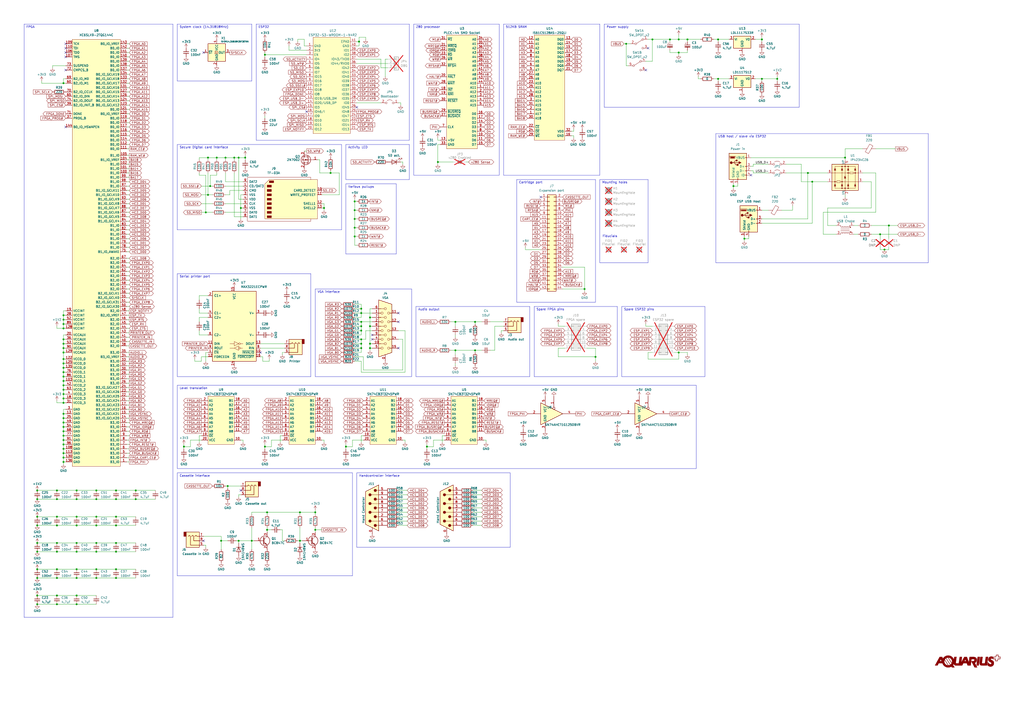
<source format=kicad_sch>
(kicad_sch (version 20231120) (generator "eeschema") (generator_version "8.0")
  (paper "A2")
  (title_block (title "Aquarius+ Standard") (date "2024-08-22") (rev "3") (company "Designed by Frank van den Hoef") (comment 1 "Updated 22 AUG 2024 by Sean P. Harrington"))
  (lib_symbols
    (symbol "74xGxx:74AHCT1G125"
      (property "Reference" "U" (at -2.54 3.81 0))
      (property "Value" "74AHCT1G125" (at 0 -3.81 0))
      (symbol "74AHCT1G125_1_1"
        (pin input inverted (at 0 10.16 270) (length 7.62) (name "~") (number "1"))
        (pin input line (at -15.24 0 0) (length 7.62) (name "~") (number "2"))
        (pin power_in line (at -5.08 -10.16 90) (length 5.08) (name "GND") (number "3"))
        (pin tri_state line (at 12.7 0 180) (length 7.62) (name "~") (number "4"))
        (pin power_in line (at -5.08 10.16 270) (length 5.08) (name "VCC") (number "5"))
      )
    )
    (symbol "Connector:AudioJack3"
      (property "Reference" "J" (at 0 8.89 0))
      (property "Value" "AudioJack3" (at 0 6.35 0))
      (symbol "AudioJack3_1_1"
        (pin passive line (at 5.08 0 180) (length 2.54) (name "~") (number "R"))
        (pin passive line (at 5.08 2.54 180) (length 2.54) (name "~") (number "S"))
        (pin passive line (at 5.08 -2.54 180) (length 2.54) (name "~") (number "T"))
      )
    )
    (symbol "Connector:DB15_Female_HighDensity_MountingHoles" (pin_names (offset 1.016) hide)
      (property "Reference" "J" (at 0 21.59 0))
      (property "Value" "DB15_Female_HighDensity_MountingHoles" (at 0 19.05 0))
      (symbol "DB15_Female_HighDensity_MountingHoles_1_1"
        (pin passive line (at 0 -17.78 90) (length 3.81) (name "~") (number "0"))
        (pin passive line (at -7.62 10.16 0) (length 5.08) (name "~") (number "1"))
        (pin passive line (at -7.62 -7.62 0) (length 5.08) (name "~") (number "10"))
        (pin passive line (at 7.62 10.16 180) (length 5.08) (name "~") (number "11"))
        (pin passive line (at 7.62 5.08 180) (length 5.08) (name "~") (number "12"))
        (pin passive line (at 7.62 0 180) (length 5.08) (name "~") (number "13"))
        (pin passive line (at 7.62 -5.08 180) (length 5.08) (name "~") (number "14"))
        (pin passive line (at 7.62 -10.16 180) (length 5.08) (name "~") (number "15"))
        (pin passive line (at -7.62 5.08 0) (length 5.08) (name "~") (number "2"))
        (pin passive line (at -7.62 0 0) (length 5.08) (name "~") (number "3"))
        (pin passive line (at -7.62 -5.08 0) (length 5.08) (name "~") (number "4"))
        (pin passive line (at -7.62 -10.16 0) (length 5.08) (name "~") (number "5"))
        (pin passive line (at -7.62 12.7 0) (length 5.08) (name "~") (number "6"))
        (pin passive line (at -7.62 7.62 0) (length 5.08) (name "~") (number "7"))
        (pin passive line (at -7.62 2.54 0) (length 5.08) (name "~") (number "8"))
        (pin passive line (at -7.62 -2.54 0) (length 5.08) (name "~") (number "9"))
      )
    )
    (symbol "Connector:DB9_Male_MountingHoles" (pin_names (offset 1.016) hide)
      (property "Reference" "J" (at 0 16.51 0))
      (property "Value" "DB9_Male_MountingHoles" (at 0 14.605 0))
      (symbol "DB9_Male_MountingHoles_1_1"
        (pin passive line (at 0 -15.24 90) (length 3.81) (name "PAD") (number "0"))
        (pin passive line (at -7.62 -10.16 0) (length 3.81) (name "1") (number "1"))
        (pin passive line (at -7.62 -5.08 0) (length 3.81) (name "2") (number "2"))
        (pin passive line (at -7.62 0 0) (length 3.81) (name "3") (number "3"))
        (pin passive line (at -7.62 5.08 0) (length 3.81) (name "4") (number "4"))
        (pin passive line (at -7.62 10.16 0) (length 3.81) (name "5") (number "5"))
        (pin passive line (at -7.62 -7.62 0) (length 3.81) (name "6") (number "6"))
        (pin passive line (at -7.62 -2.54 0) (length 3.81) (name "7") (number "7"))
        (pin passive line (at -7.62 2.54 0) (length 3.81) (name "8") (number "8"))
        (pin passive line (at -7.62 7.62 0) (length 3.81) (name "9") (number "9"))
      )
    )
    (symbol "Connector:SD_Card" (pin_names (offset 1.016))
      (property "Reference" "J" (at -16.51 13.97 0))
      (property "Value" "SD_Card" (at 15.24 -13.97 0))
      (symbol "SD_Card_1_1"
        (pin input line (at -22.86 7.62 0) (length 2.54) (name "CD/DAT3") (number "1"))
        (pin input line (at 22.86 5.08 180) (length 2.54) (name "CARD_DETECT") (number "10"))
        (pin input line (at 22.86 2.54 180) (length 2.54) (name "WRITE_PROTECT") (number "11"))
        (pin input line (at 22.86 -2.54 180) (length 2.54) (name "SHELL1") (number "12"))
        (pin input line (at 22.86 -5.08 180) (length 2.54) (name "SHELL2") (number "13"))
        (pin input line (at -22.86 5.08 0) (length 2.54) (name "CMD") (number "2"))
        (pin power_in line (at -22.86 2.54 0) (length 2.54) (name "VSS") (number "3"))
        (pin power_in line (at -22.86 0 0) (length 2.54) (name "VDD") (number "4"))
        (pin input line (at -22.86 -2.54 0) (length 2.54) (name "CLK") (number "5"))
        (pin power_in line (at -22.86 -5.08 0) (length 2.54) (name "VSS") (number "6"))
        (pin input line (at -22.86 -7.62 0) (length 2.54) (name "DAT0") (number "7"))
        (pin input line (at -22.86 -10.16 0) (length 2.54) (name "DAT1") (number "8"))
        (pin input line (at -22.86 10.16 0) (length 2.54) (name "DAT2") (number "9"))
      )
    )
    (symbol "Connector:USB_A" (pin_names (offset 1.016))
      (property "Reference" "J" (at -5.08 11.43 0))
      (property "Value" "USB_A" (at -5.08 8.89 0))
      (symbol "USB_A_1_1"
        (pin power_in line (at 7.62 5.08 180) (length 2.54) (name "VBUS") (number "1"))
        (pin bidirectional line (at 7.62 -2.54 180) (length 2.54) (name "D-") (number "2"))
        (pin bidirectional line (at 7.62 0 180) (length 2.54) (name "D+") (number "3"))
        (pin power_in line (at 0 -10.16 90) (length 2.54) (name "GND") (number "4"))
        (pin passive line (at -2.54 -10.16 90) (length 2.54) (name "Shield") (number "5"))
      )
    )
    (symbol "Connector:USB_B_Micro" (pin_names (offset 1.016))
      (property "Reference" "J" (at -5.08 11.43 0))
      (property "Value" "USB_B_Micro" (at -5.08 8.89 0))
      (symbol "USB_B_Micro_1_1"
        (pin power_out line (at 7.62 5.08 180) (length 2.54) (name "VBUS") (number "1"))
        (pin bidirectional line (at 7.62 -2.54 180) (length 2.54) (name "D-") (number "2"))
        (pin bidirectional line (at 7.62 0 180) (length 2.54) (name "D+") (number "3"))
        (pin passive line (at 7.62 -5.08 180) (length 2.54) (name "ID") (number "4"))
        (pin power_out line (at 0 -10.16 90) (length 2.54) (name "GND") (number "5"))
        (pin passive line (at -2.54 -10.16 90) (length 2.54) (name "Shield") (number "6"))
      )
    )
    (symbol "Connector_Generic:Conn_01x03" (pin_names (offset 1.016) hide)
      (property "Reference" "J" (at 0 5.08 0))
      (property "Value" "Conn_01x03" (at 0 -5.08 0))
      (symbol "Conn_01x03_1_1"
        (pin passive line (at -5.08 2.54 0) (length 3.81) (name "Pin_1") (number "1"))
        (pin passive line (at -5.08 0 0) (length 3.81) (name "Pin_2") (number "2"))
        (pin passive line (at -5.08 -2.54 0) (length 3.81) (name "Pin_3") (number "3"))
      )
    )
    (symbol "Connector_Generic:Conn_02x06_Odd_Even" (pin_names (offset 1.016) hide)
      (property "Reference" "J" (at 1.27 7.62 0))
      (property "Value" "Conn_02x06_Odd_Even" (at 1.27 -10.16 0))
      (symbol "Conn_02x06_Odd_Even_1_1"
        (pin passive line (at -5.08 5.08 0) (length 3.81) (name "Pin_1") (number "1"))
        (pin passive line (at 7.62 -5.08 180) (length 3.81) (name "Pin_10") (number "10"))
        (pin passive line (at -5.08 -7.62 0) (length 3.81) (name "Pin_11") (number "11"))
        (pin passive line (at 7.62 -7.62 180) (length 3.81) (name "Pin_12") (number "12"))
        (pin passive line (at 7.62 5.08 180) (length 3.81) (name "Pin_2") (number "2"))
        (pin passive line (at -5.08 2.54 0) (length 3.81) (name "Pin_3") (number "3"))
        (pin passive line (at 7.62 2.54 180) (length 3.81) (name "Pin_4") (number "4"))
        (pin passive line (at -5.08 0 0) (length 3.81) (name "Pin_5") (number "5"))
        (pin passive line (at 7.62 0 180) (length 3.81) (name "Pin_6") (number "6"))
        (pin passive line (at -5.08 -2.54 0) (length 3.81) (name "Pin_7") (number "7"))
        (pin passive line (at 7.62 -2.54 180) (length 3.81) (name "Pin_8") (number "8"))
        (pin passive line (at -5.08 -5.08 0) (length 3.81) (name "Pin_9") (number "9"))
      )
    )
    (symbol "Connector_Generic:Conn_02x07_Odd_Even" (pin_names (offset 1.016) hide)
      (property "Reference" "J" (at 1.27 10.16 0))
      (property "Value" "Conn_02x07_Odd_Even" (at 1.27 -10.16 0))
      (symbol "Conn_02x07_Odd_Even_1_1"
        (pin passive line (at -5.08 7.62 0) (length 3.81) (name "Pin_1") (number "1"))
        (pin passive line (at 7.62 -2.54 180) (length 3.81) (name "Pin_10") (number "10"))
        (pin passive line (at -5.08 -5.08 0) (length 3.81) (name "Pin_11") (number "11"))
        (pin passive line (at 7.62 -5.08 180) (length 3.81) (name "Pin_12") (number "12"))
        (pin passive line (at -5.08 -7.62 0) (length 3.81) (name "Pin_13") (number "13"))
        (pin passive line (at 7.62 -7.62 180) (length 3.81) (name "Pin_14") (number "14"))
        (pin passive line (at 7.62 7.62 180) (length 3.81) (name "Pin_2") (number "2"))
        (pin passive line (at -5.08 5.08 0) (length 3.81) (name "Pin_3") (number "3"))
        (pin passive line (at 7.62 5.08 180) (length 3.81) (name "Pin_4") (number "4"))
        (pin passive line (at -5.08 2.54 0) (length 3.81) (name "Pin_5") (number "5"))
        (pin passive line (at 7.62 2.54 180) (length 3.81) (name "Pin_6") (number "6"))
        (pin passive line (at -5.08 0 0) (length 3.81) (name "Pin_7") (number "7"))
        (pin passive line (at 7.62 0 180) (length 3.81) (name "Pin_8") (number "8"))
        (pin passive line (at -5.08 -2.54 0) (length 3.81) (name "Pin_9") (number "9"))
      )
    )
    (symbol "Connector_Generic:Conn_02x22_Odd_Even" (pin_names (offset 1.016) hide)
      (property "Reference" "J" (at 1.27 27.94 0))
      (property "Value" "Conn_02x22_Odd_Even" (at 1.27 -30.48 0))
      (symbol "Conn_02x22_Odd_Even_1_1"
        (pin passive line (at -5.08 25.4 0) (length 3.81) (name "Pin_1") (number "1"))
        (pin passive line (at 7.62 15.24 180) (length 3.81) (name "Pin_10") (number "10"))
        (pin passive line (at -5.08 12.7 0) (length 3.81) (name "Pin_11") (number "11"))
        (pin passive line (at 7.62 12.7 180) (length 3.81) (name "Pin_12") (number "12"))
        (pin passive line (at -5.08 10.16 0) (length 3.81) (name "Pin_13") (number "13"))
        (pin passive line (at 7.62 10.16 180) (length 3.81) (name "Pin_14") (number "14"))
        (pin passive line (at -5.08 7.62 0) (length 3.81) (name "Pin_15") (number "15"))
        (pin passive line (at 7.62 7.62 180) (length 3.81) (name "Pin_16") (number "16"))
        (pin passive line (at -5.08 5.08 0) (length 3.81) (name "Pin_17") (number "17"))
        (pin passive line (at 7.62 5.08 180) (length 3.81) (name "Pin_18") (number "18"))
        (pin passive line (at -5.08 2.54 0) (length 3.81) (name "Pin_19") (number "19"))
        (pin passive line (at 7.62 25.4 180) (length 3.81) (name "Pin_2") (number "2"))
        (pin passive line (at 7.62 2.54 180) (length 3.81) (name "Pin_20") (number "20"))
        (pin passive line (at -5.08 0 0) (length 3.81) (name "Pin_21") (number "21"))
        (pin passive line (at 7.62 0 180) (length 3.81) (name "Pin_22") (number "22"))
        (pin passive line (at -5.08 -2.54 0) (length 3.81) (name "Pin_23") (number "23"))
        (pin passive line (at 7.62 -2.54 180) (length 3.81) (name "Pin_24") (number "24"))
        (pin passive line (at -5.08 -5.08 0) (length 3.81) (name "Pin_25") (number "25"))
        (pin passive line (at 7.62 -5.08 180) (length 3.81) (name "Pin_26") (number "26"))
        (pin passive line (at -5.08 -7.62 0) (length 3.81) (name "Pin_27") (number "27"))
        (pin passive line (at 7.62 -7.62 180) (length 3.81) (name "Pin_28") (number "28"))
        (pin passive line (at -5.08 -10.16 0) (length 3.81) (name "Pin_29") (number "29"))
        (pin passive line (at -5.08 22.86 0) (length 3.81) (name "Pin_3") (number "3"))
        (pin passive line (at 7.62 -10.16 180) (length 3.81) (name "Pin_30") (number "30"))
        (pin passive line (at -5.08 -12.7 0) (length 3.81) (name "Pin_31") (number "31"))
        (pin passive line (at 7.62 -12.7 180) (length 3.81) (name "Pin_32") (number "32"))
        (pin passive line (at -5.08 -15.24 0) (length 3.81) (name "Pin_33") (number "33"))
        (pin passive line (at 7.62 -15.24 180) (length 3.81) (name "Pin_34") (number "34"))
        (pin passive line (at -5.08 -17.78 0) (length 3.81) (name "Pin_35") (number "35"))
        (pin passive line (at 7.62 -17.78 180) (length 3.81) (name "Pin_36") (number "36"))
        (pin passive line (at -5.08 -20.32 0) (length 3.81) (name "Pin_37") (number "37"))
        (pin passive line (at 7.62 -20.32 180) (length 3.81) (name "Pin_38") (number "38"))
        (pin passive line (at -5.08 -22.86 0) (length 3.81) (name "Pin_39") (number "39"))
        (pin passive line (at 7.62 22.86 180) (length 3.81) (name "Pin_4") (number "4"))
        (pin passive line (at 7.62 -22.86 180) (length 3.81) (name "Pin_40") (number "40"))
        (pin passive line (at -5.08 -25.4 0) (length 3.81) (name "Pin_41") (number "41"))
        (pin passive line (at 7.62 -25.4 180) (length 3.81) (name "Pin_42") (number "42"))
        (pin passive line (at -5.08 -27.94 0) (length 3.81) (name "Pin_43") (number "43"))
        (pin passive line (at 7.62 -27.94 180) (length 3.81) (name "Pin_44") (number "44"))
        (pin passive line (at -5.08 20.32 0) (length 3.81) (name "Pin_5") (number "5"))
        (pin passive line (at 7.62 20.32 180) (length 3.81) (name "Pin_6") (number "6"))
        (pin passive line (at -5.08 17.78 0) (length 3.81) (name "Pin_7") (number "7"))
        (pin passive line (at 7.62 17.78 180) (length 3.81) (name "Pin_8") (number "8"))
        (pin passive line (at -5.08 15.24 0) (length 3.81) (name "Pin_9") (number "9"))
      )
    )
    (symbol "Device:C_Polarized_Small" (pin_numbers hide) (pin_names (offset 0.254) hide)
      (property "Reference" "C" (at 0.254 1.778 0))
      (property "Value" "C_Polarized_Small" (at 0.254 -2.032 0))
      (symbol "C_Polarized_Small_1_1"
        (pin passive line (at 0 2.54 270) (length 1.8542) (name "~") (number "1"))
        (pin passive line (at 0 -2.54 90) (length 1.8542) (name "~") (number "2"))
      )
    )
    (symbol "Device:C_Small" (pin_numbers hide) (pin_names (offset 0.254) hide)
      (property "Reference" "C" (at 0.254 1.778 0))
      (property "Value" "C_Small" (at 0.254 -2.032 0))
      (symbol "C_Small_1_1"
        (pin passive line (at 0 2.54 270) (length 2.032) (name "~") (number "1"))
        (pin passive line (at 0 -2.54 90) (length 2.032) (name "~") (number "2"))
      )
    )
    (symbol "Device:FerriteBead" (pin_numbers hide) (pin_names (offset 0))
      (property "Reference" "FB" (at -3.81 0.635 90))
      (property "Value" "FerriteBead" (at 3.81 0 90))
      (symbol "FerriteBead_1_1"
        (pin passive line (at 0 3.81 270) (length 2.54) (name "~") (number "1"))
        (pin passive line (at 0 -3.81 90) (length 2.54) (name "~") (number "2"))
      )
    )
    (symbol "Device:LED" (pin_numbers hide) (pin_names (offset 1.016) hide)
      (property "Reference" "D" (at 0 2.54 0))
      (property "Value" "LED" (at 0 -2.54 0))
      (symbol "LED_1_1"
        (pin passive line (at -3.81 0 0) (length 2.54) (name "K") (number "1"))
        (pin passive line (at 3.81 0 180) (length 2.54) (name "A") (number "2"))
      )
    )
    (symbol "Device:R" (pin_numbers hide) (pin_names (offset 0))
      (property "Reference" "R" (at 2.032 0 90))
      (property "Value" "R" (at 0 0 90))
      (symbol "R_1_1"
        (pin passive line (at 0 3.81 270) (length 1.27) (name "~") (number "1"))
        (pin passive line (at 0 -3.81 90) (length 1.27) (name "~") (number "2"))
      )
    )
    (symbol "Diode:1N4148WS" (pin_numbers hide) (pin_names hide)
      (property "Reference" "D" (at 0 2.54 0))
      (property "Value" "1N4148WS" (at 0 -2.54 0))
      (symbol "1N4148WS_1_1"
        (pin passive line (at -3.81 0 0) (length 2.54) (name "K") (number "1"))
        (pin passive line (at 3.81 0 180) (length 2.54) (name "A") (number "2"))
      )
    )
    (symbol "Filter:Choke_Wurth_WE-CNSW_744232090"
      (property "Reference" "L" (at 0 5.08 0))
      (property "Value" "Choke_Wurth_WE-CNSW_744232090" (at 0 -5.08 0))
      (symbol "Choke_Wurth_WE-CNSW_744232090_1_1"
        (pin passive line (at -5.08 2.54 0) (length 2.54) (name "") (number "1"))
        (pin passive line (at 5.08 2.54 180) (length 2.54) (name "") (number "2"))
        (pin passive line (at 5.08 -2.54 180) (length 2.54) (name "") (number "3"))
        (pin passive line (at -5.08 -2.54 0) (length 2.54) (name "") (number "4"))
      )
    )
    (symbol "Interface_UART:MAX3221" (pin_names (offset 1.016))
      (property "Reference" "U" (at -10.16 21.59 0))
      (property "Value" "MAX3221" (at 12.7 21.59 0))
      (symbol "MAX3221_1_1"
        (pin input line (at -15.24 -15.24 0) (length 2.54) (name "~{EN}") (number "1"))
        (pin output line (at 15.24 -15.24 180) (length 2.54) (name "~{INVALID}") (number "10"))
        (pin input line (at -15.24 -10.16 0) (length 2.54) (name "DIN") (number "11"))
        (pin input line (at -15.24 -17.78 0) (length 2.54) (name "FORCEON") (number "12"))
        (pin output line (at 15.24 -10.16 180) (length 2.54) (name "DOUT") (number "13"))
        (pin power_in line (at 0 -22.86 90) (length 2.54) (name "GND") (number "14"))
        (pin power_in line (at 0 22.86 270) (length 2.54) (name "VCC") (number "15"))
        (pin input line (at 15.24 -17.78 180) (length 2.54) (name "~{FORCEOFF}") (number "16"))
        (pin passive line (at -15.24 17.78 0) (length 2.54) (name "C1+") (number "2"))
        (pin power_out line (at 15.24 7.62 180) (length 2.54) (name "V+") (number "3"))
        (pin passive line (at -15.24 7.62 0) (length 2.54) (name "C1-") (number "4"))
        (pin passive line (at -15.24 5.08 0) (length 2.54) (name "C2+") (number "5"))
        (pin passive line (at -15.24 -5.08 0) (length 2.54) (name "C2-") (number "6"))
        (pin power_out line (at 15.24 -5.08 180) (length 2.54) (name "V-") (number "7"))
        (pin input line (at 15.24 -12.7 180) (length 2.54) (name "RIN") (number "8"))
        (pin output line (at -15.24 -12.7 0) (length 2.54) (name "ROUT") (number "9"))
      )
    )
    (symbol "Jumper:Jumper_2_Open" (pin_names (offset 0) hide)
      (property "Reference" "JP" (at 0 2.794 0))
      (property "Value" "Jumper_2_Open" (at 0 -2.286 0))
      (symbol "Jumper_2_Open_1_1"
        (pin passive line (at -5.08 0 0) (length 2.54) (name "A") (number "1"))
        (pin passive line (at 5.08 0 180) (length 2.54) (name "B") (number "2"))
      )
    )
    (symbol "Jumper:SolderJumper_2_Bridged" (pin_numbers hide) (pin_names (offset 0) hide) (exclude_from_sim yes) (in_bom no)
      (property "Reference" "JP" (at 0 2.032 0))
      (property "Value" "SolderJumper_2_Bridged" (at 0 -2.54 0))
      (symbol "SolderJumper_2_Bridged_1_1"
        (pin passive line (at -3.81 0 0) (length 2.54) (name "A") (number "1"))
        (pin passive line (at 3.81 0 180) (length 2.54) (name "B") (number "2"))
      )
    )
    (symbol "Mechanical:Fiducial"
      (property "Reference" "FID" (at 0 5.08 0))
      (property "Value" "Fiducial" (at 0 3.175 0))
    )
    (symbol "Mechanical:MountingHole" (pin_names (offset 1.016))
      (property "Reference" "H" (at 0 5.08 0))
      (property "Value" "MountingHole" (at 0 3.175 0))
    )
    (symbol "Oscillator:SG-5032CAN" (pin_names (offset 0.254))
      (property "Reference" "X" (at -5.08 6.35 0))
      (property "Value" "SG-5032CAN" (at 1.27 -6.35 0))
      (symbol "SG-5032CAN_1_1"
        (pin input line (at -7.62 0 0) (length 2.54) (name "~{ST}") (number "1"))
        (pin power_in line (at 0 -7.62 90) (length 2.54) (name "GND") (number "2"))
        (pin output line (at 7.62 0 180) (length 2.54) (name "OUT") (number "3"))
        (pin power_in line (at 0 7.62 270) (length 2.54) (name "VCC") (number "4"))
      )
    )
    (symbol "Power_Protection:IP4234CZ6" (pin_names (offset 0))
      (property "Reference" "U" (at -6.35 8.89 0))
      (property "Value" "IP4234CZ6" (at 2.794 8.89 0))
      (symbol "IP4234CZ6_1_1"
        (pin passive line (at -10.16 -2.54 0) (length 2.54) (name "") (number "1"))
        (pin passive line (at 0 -10.16 90) (length 2.54) (name "VN") (number "2"))
        (pin passive line (at 10.16 -2.54 180) (length 2.54) (name "") (number "3"))
        (pin passive line (at 10.16 2.54 180) (length 2.54) (name "") (number "4"))
        (pin passive line (at 0 10.16 270) (length 2.54) (name "VP") (number "5"))
        (pin passive line (at -10.16 2.54 0) (length 2.54) (name "") (number "6"))
      )
    )
    (symbol "Regulator_Linear:AP1117-33"
      (property "Reference" "U" (at -3.81 3.175 0))
      (property "Value" "AP1117-33" (at 0 3.175 0))
      (symbol "AP1117-33_1_1"
        (pin power_in line (at 0 -7.62 90) (length 2.54) (name "GND") (number "1"))
        (pin power_out line (at 7.62 0 180) (length 2.54) (name "VO") (number "2"))
        (pin power_in line (at -7.62 0 0) (length 2.54) (name "VI") (number "3"))
      )
    )
    (symbol "Switch:SW_DPDT_x2" (pin_names (offset 0) hide)
      (property "Reference" "SW" (at 0 4.318 0))
      (property "Value" "SW_DPDT_x2" (at 0 -5.08 0))
      (symbol "SW_DPDT_x2_1_1"
        (pin passive line (at 5.08 2.54 180) (length 2.54) (name "A") (number "1"))
        (pin passive line (at -5.08 0 0) (length 2.54) (name "B") (number "2"))
        (pin passive line (at 5.08 -2.54 180) (length 2.54) (name "C") (number "3"))
      )
      (symbol "SW_DPDT_x2_2_1"
        (pin passive line (at 5.08 2.54 180) (length 2.54) (name "A") (number "4"))
        (pin passive line (at -5.08 0 0) (length 2.54) (name "B") (number "5"))
        (pin passive line (at 5.08 -2.54 180) (length 2.54) (name "C") (number "6"))
      )
    )
    (symbol "Transistor_BJT:BC847" (pin_names (offset 0) hide)
      (property "Reference" "Q" (at 5.08 1.905 0))
      (property "Value" "BC847" (at 5.08 0 0))
      (symbol "BC847_1_1"
        (pin input line (at -5.08 0 0) (length 5.715) (name "B") (number "1"))
        (pin passive line (at 2.54 -5.08 90) (length 2.54) (name "E") (number "2"))
        (pin passive line (at 2.54 5.08 270) (length 2.54) (name "C") (number "3"))
      )
    )
    (symbol "Transistor_FET:2N7002" (pin_names hide)
      (property "Reference" "Q" (at 5.08 1.905 0))
      (property "Value" "2N7002" (at 5.08 0 0))
      (symbol "2N7002_1_1"
        (pin input line (at -5.08 0 0) (length 2.54) (name "G") (number "1"))
        (pin passive line (at 2.54 -5.08 90) (length 2.54) (name "S") (number "2"))
        (pin passive line (at 2.54 5.08 270) (length 2.54) (name "D") (number "3"))
      )
    )
    (symbol "aquarius-plus:AQPLUS_LOGO" (pin_names (offset 1.016)))
    (symbol "aquarius-plus:ESP32-S3-WROOM-1-N4R2"
      (property "Reference" "U" (at 0 3.81 0))
      (property "Value" "ESP32-S3-WROOM-1-N4R2" (at 0 1.27 0))
      (symbol "ESP32-S3-WROOM-1-N4R2_1_1"
        (pin power_in line (at -15.24 -5.08 0) (length 3.81) (name "GND") (number "1"))
        (pin bidirectional line (at -15.24 -27.94 0) (length 3.81) (name "IO17") (number "10"))
        (pin bidirectional line (at -15.24 -30.48 0) (length 3.81) (name "IO18") (number "11"))
        (pin bidirectional line (at -15.24 -33.02 0) (length 3.81) (name "IO8") (number "12"))
        (pin bidirectional line (at -15.24 -35.56 0) (length 3.81) (name "IO19/USB_DM") (number "13"))
        (pin bidirectional line (at -15.24 -38.1 0) (length 3.81) (name "IO20/USB_DP") (number "14"))
        (pin bidirectional line (at -15.24 -40.64 0) (length 3.81) (name "IO3") (number "15"))
        (pin input line (at -15.24 -43.18 0) (length 3.81) (name "IO46/I") (number "16"))
        (pin bidirectional line (at -15.24 -45.72 0) (length 3.81) (name "IO9") (number "17"))
        (pin bidirectional line (at -15.24 -48.26 0) (length 3.81) (name "IO10") (number "18"))
        (pin bidirectional line (at -15.24 -50.8 0) (length 3.81) (name "IO11") (number "19"))
        (pin power_in line (at -15.24 -7.62 0) (length 3.81) (name "3V3") (number "2"))
        (pin bidirectional line (at -15.24 -53.34 0) (length 3.81) (name "IO12") (number "20"))
        (pin bidirectional line (at 13.97 -53.34 180) (length 3.81) (name "IO13") (number "21"))
        (pin bidirectional line (at 13.97 -50.8 180) (length 3.81) (name "IO14") (number "22"))
        (pin bidirectional line (at 13.97 -48.26 180) (length 3.81) (name "IO21") (number "23"))
        (pin bidirectional line (at 13.97 -45.72 180) (length 3.81) (name "IO47") (number "24"))
        (pin bidirectional line (at 13.97 -43.18 180) (length 3.81) (name "IO48") (number "25"))
        (pin bidirectional line (at 13.97 -40.64 180) (length 3.81) (name "IO45") (number "26"))
        (pin bidirectional line (at 13.97 -38.1 180) (length 3.81) (name "IO0") (number "27"))
        (pin bidirectional line (at 13.97 -35.56 180) (length 3.81) (name "IO35") (number "28"))
        (pin bidirectional line (at 13.97 -33.02 180) (length 3.81) (name "IO36") (number "29"))
        (pin input line (at -15.24 -10.16 0) (length 3.81) (name "EN") (number "3"))
        (pin bidirectional line (at 13.97 -30.48 180) (length 3.81) (name "IO37") (number "30"))
        (pin bidirectional line (at 13.97 -27.94 180) (length 3.81) (name "IO38") (number "31"))
        (pin bidirectional line (at 13.97 -25.4 180) (length 3.81) (name "IO39") (number "32"))
        (pin bidirectional line (at 13.97 -22.86 180) (length 3.81) (name "IO40") (number "33"))
        (pin bidirectional line (at 13.97 -20.32 180) (length 3.81) (name "IO41") (number "34"))
        (pin bidirectional line (at 13.97 -17.78 180) (length 3.81) (name "IO42") (number "35"))
        (pin bidirectional line (at 13.97 -15.24 180) (length 3.81) (name "IO44/RXD0") (number "36"))
        (pin bidirectional line (at 13.97 -12.7 180) (length 3.81) (name "IO43/TXD0") (number "37"))
        (pin bidirectional line (at 13.97 -10.16 180) (length 3.81) (name "IO2") (number "38"))
        (pin bidirectional line (at 13.97 -7.62 180) (length 3.81) (name "IO1") (number "39"))
        (pin bidirectional line (at -15.24 -12.7 0) (length 3.81) (name "IO4") (number "4"))
        (pin power_in line (at 13.97 -5.08 180) (length 3.81) (name "GND") (number "40"))
        (pin power_in line (at 13.97 -2.54 180) (length 3.81) (name "EPAD") (number "41"))
        (pin bidirectional line (at -15.24 -15.24 0) (length 3.81) (name "IO5") (number "5"))
        (pin bidirectional line (at -15.24 -17.78 0) (length 3.81) (name "IO6") (number "6"))
        (pin bidirectional line (at -15.24 -20.32 0) (length 3.81) (name "IO7") (number "7"))
        (pin bidirectional line (at -15.24 -22.86 0) (length 3.81) (name "IO15") (number "8"))
        (pin bidirectional line (at -15.24 -25.4 0) (length 3.81) (name "IO16") (number "9"))
      )
    )
    (symbol "aquarius-plus:IS61C5128AS-25QLI"
      (property "Reference" "U" (at 0 35.56 0))
      (property "Value" "IS61C5128AS-25QLI" (at 0 33.02 0))
      (symbol "IS61C5128AS-25QLI_1_1"
        (pin input line (at -12.7 -15.24 0) (length 3.81) (name "A17") (number "1"))
        (pin input line (at -12.7 22.86 0) (length 3.81) (name "A2") (number "10"))
        (pin input line (at -12.7 25.4 0) (length 3.81) (name "A1") (number "11"))
        (pin input line (at -12.7 27.94 0) (length 3.81) (name "A0") (number "12"))
        (pin bidirectional line (at 12.7 27.94 180) (length 3.81) (name "DQ0") (number "13"))
        (pin bidirectional line (at 12.7 25.4 180) (length 3.81) (name "DQ1") (number "14"))
        (pin bidirectional line (at 12.7 22.86 180) (length 3.81) (name "DQ2") (number "15"))
        (pin power_in line (at 12.7 -27.94 180) (length 3.81) (name "GND") (number "16"))
        (pin bidirectional line (at 12.7 20.32 180) (length 3.81) (name "DQ3") (number "17"))
        (pin bidirectional line (at 12.7 17.78 180) (length 3.81) (name "DQ4") (number "18"))
        (pin bidirectional line (at 12.7 15.24 180) (length 3.81) (name "DQ5") (number "19"))
        (pin input line (at -12.7 -12.7 0) (length 3.81) (name "A16") (number "2"))
        (pin bidirectional line (at 12.7 12.7 180) (length 3.81) (name "DQ6") (number "20"))
        (pin bidirectional line (at 12.7 10.16 180) (length 3.81) (name "DQ7") (number "21"))
        (pin input line (at -12.7 -22.86 0) (length 3.81) (name "~{CE}") (number "22"))
        (pin input line (at -12.7 2.54 0) (length 3.81) (name "A10") (number "23"))
        (pin input line (at -12.7 -25.4 0) (length 3.81) (name "~{OE}") (number "24"))
        (pin input line (at -12.7 0 0) (length 3.81) (name "A11") (number "25"))
        (pin input line (at -12.7 5.08 0) (length 3.81) (name "A9") (number "26"))
        (pin input line (at -12.7 7.62 0) (length 3.81) (name "A8") (number "27"))
        (pin input line (at -12.7 -5.08 0) (length 3.81) (name "A13") (number "28"))
        (pin input line (at -12.7 -27.94 0) (length 3.81) (name "~{WE}") (number "29"))
        (pin input line (at -12.7 -7.62 0) (length 3.81) (name "A14") (number "3"))
        (pin input line (at -12.7 -17.78 0) (length 3.81) (name "A18") (number "30"))
        (pin input line (at -12.7 -10.16 0) (length 3.81) (name "A15") (number "31"))
        (pin power_in line (at 12.7 -25.4 180) (length 3.81) (name "VDD") (number "32"))
        (pin input line (at -12.7 -2.54 0) (length 3.81) (name "A12") (number "4"))
        (pin input line (at -12.7 10.16 0) (length 3.81) (name "A7") (number "5"))
        (pin input line (at -12.7 12.7 0) (length 3.81) (name "A6") (number "6"))
        (pin input line (at -12.7 15.24 0) (length 3.81) (name "A5") (number "7"))
        (pin input line (at -12.7 17.78 0) (length 3.81) (name "A4") (number "8"))
        (pin input line (at -12.7 20.32 0) (length 3.81) (name "A3") (number "9"))
      )
    )
    (symbol "aquarius-plus:SN74CB3T3245PWR"
      (property "Reference" "U" (at 0 16.51 0))
      (property "Value" "SN74CB3T3245PWR" (at 0 13.97 0))
      (symbol "SN74CB3T3245PWR_1_1"
        (pin power_in line (at 11.43 -12.7 180) (length 3.81) (name "GND") (number "10"))
        (pin passive line (at 11.43 -7.62 180) (length 3.81) (name "B8") (number "11"))
        (pin passive line (at 11.43 -5.08 180) (length 3.81) (name "B7") (number "12"))
        (pin passive line (at 11.43 -2.54 180) (length 3.81) (name "B6") (number "13"))
        (pin passive line (at 11.43 0 180) (length 3.81) (name "B5") (number "14"))
        (pin passive line (at 11.43 2.54 180) (length 3.81) (name "B4") (number "15"))
        (pin passive line (at 11.43 5.08 180) (length 3.81) (name "B3") (number "16"))
        (pin passive line (at 11.43 7.62 180) (length 3.81) (name "B2") (number "17"))
        (pin passive line (at 11.43 10.16 180) (length 3.81) (name "B1") (number "18"))
        (pin input line (at -11.43 -10.16 0) (length 3.81) (name "~{OE}") (number "19"))
        (pin passive line (at -11.43 10.16 0) (length 3.81) (name "A1") (number "2"))
        (pin power_in line (at -11.43 -12.7 0) (length 3.81) (name "VCC") (number "20"))
        (pin passive line (at -11.43 7.62 0) (length 3.81) (name "A2") (number "3"))
        (pin passive line (at -11.43 5.08 0) (length 3.81) (name "A3") (number "4"))
        (pin passive line (at -11.43 2.54 0) (length 3.81) (name "A4") (number "5"))
        (pin passive line (at -11.43 0 0) (length 3.81) (name "A5") (number "6"))
        (pin passive line (at -11.43 -2.54 0) (length 3.81) (name "A6") (number "7"))
        (pin passive line (at -11.43 -5.08 0) (length 3.81) (name "A7") (number "8"))
        (pin passive line (at -11.43 -7.62 0) (length 3.81) (name "A8") (number "9"))
      )
    )
    (symbol "aquarius-plus:XC6SLX9-2TQG144C"
      (property "Reference" "U" (at 0 128.27 0))
      (property "Value" "XC6SLX9-2TQG144C" (at 0 125.73 0))
      (symbol "XC6SLX9-2TQG144C_1_1"
        (pin passive line (at 17.78 -121.92 180) (length 3.81) (name "B3_IO") (number "1"))
        (pin passive line (at 17.78 -104.14 180) (length 3.81) (name "B3_IO") (number "10"))
        (pin passive line (at 17.78 45.72 180) (length 3.81) (name "B1_IO") (number "100"))
        (pin passive line (at 17.78 48.26 180) (length 3.81) (name "B1_IO") (number "101"))
        (pin passive line (at 17.78 50.8 180) (length 3.81) (name "B1_IO") (number "102"))
        (pin power_in line (at -17.78 -74.93 0) (length 3.81) (name "VCCO_1") (number "103"))
        (pin passive line (at 17.78 53.34 180) (length 3.81) (name "B1_IO_VREF") (number "104"))
        (pin passive line (at 17.78 55.88 180) (length 3.81) (name "B1_IO") (number "105"))
        (pin output line (at -17.78 115.57 0) (length 3.81) (name "TDO") (number "106"))
        (pin input line (at -17.78 113.03 0) (length 3.81) (name "TMS") (number "107"))
        (pin power_in line (at -17.78 -114.3 0) (length 3.81) (name "GND") (number "108"))
        (pin input line (at -17.78 120.65 0) (length 3.81) (name "TCK") (number "109"))
        (pin passive line (at 17.78 -101.6 180) (length 3.81) (name "B3_IO") (number "11"))
        (pin input line (at -17.78 118.11 0) (length 3.81) (name "TDI") (number "110"))
        (pin passive line (at 17.78 59.69 180) (length 3.81) (name "B0_IO") (number "111"))
        (pin passive line (at 17.78 62.23 180) (length 3.81) (name "B0_IO") (number "112"))
        (pin power_in line (at -17.78 -116.84 0) (length 3.81) (name "GND") (number "113"))
        (pin passive line (at 17.78 64.77 180) (length 3.81) (name "B0_IO") (number "114"))
        (pin passive line (at 17.78 67.31 180) (length 3.81) (name "B0_IO") (number "115"))
        (pin passive line (at 17.78 69.85 180) (length 3.81) (name "B0_IO") (number "116"))
        (pin passive line (at 17.78 72.39 180) (length 3.81) (name "B0_IO") (number "117"))
        (pin passive line (at 17.78 74.93 180) (length 3.81) (name "B0_IO") (number "118"))
        (pin passive line (at 17.78 77.47 180) (length 3.81) (name "B0_IO") (number "119"))
        (pin passive line (at 17.78 -99.06 180) (length 3.81) (name "B3_IO") (number "12"))
        (pin passive line (at 17.78 80.01 180) (length 3.81) (name "B0_IO_VREF") (number "120"))
        (pin passive line (at 17.78 82.55 180) (length 3.81) (name "B0_IO") (number "121"))
        (pin power_in line (at -17.78 -62.23 0) (length 3.81) (name "VCCO_0") (number "122"))
        (pin passive line (at 17.78 85.09 180) (length 3.81) (name "B0_IO_GCLK12") (number "123"))
        (pin passive line (at 17.78 87.63 180) (length 3.81) (name "B0_IO_GCLK13") (number "124"))
        (pin power_in line (at -17.78 -64.77 0) (length 3.81) (name "VCCO_0") (number "125"))
        (pin passive line (at 17.78 90.17 180) (length 3.81) (name "B0_IO_GCLK14") (number "126"))
        (pin passive line (at 17.78 92.71 180) (length 3.81) (name "B0_IO_GCLK15") (number "127"))
        (pin power_in line (at -17.78 -44.45 0) (length 3.81) (name "VCCINT") (number "128"))
        (pin power_in line (at -17.78 -58.42 0) (length 3.81) (name "VCCAUX") (number "129"))
        (pin power_in line (at -17.78 -93.98 0) (length 3.81) (name "GND") (number "13"))
        (pin power_in line (at -17.78 -119.38 0) (length 3.81) (name "GND") (number "130"))
        (pin passive line (at 17.78 95.25 180) (length 3.81) (name "B0_IO_GCLK16") (number "131"))
        (pin passive line (at 17.78 97.79 180) (length 3.81) (name "B0_IO_GCLK17") (number "132"))
        (pin passive line (at 17.78 100.33 180) (length 3.81) (name "B0_IO_GCLK18") (number "133"))
        (pin passive line (at 17.78 102.87 180) (length 3.81) (name "B0_IO_GCLK19") (number "134"))
        (pin power_in line (at -17.78 -67.31 0) (length 3.81) (name "VCCO_0") (number "135"))
        (pin power_in line (at -17.78 -121.92 0) (length 3.81) (name "GND") (number "136"))
        (pin passive line (at 17.78 105.41 180) (length 3.81) (name "B0_IO") (number "137"))
        (pin passive line (at 17.78 107.95 180) (length 3.81) (name "B0_IO") (number "138"))
        (pin passive line (at 17.78 110.49 180) (length 3.81) (name "B0_IO") (number "139"))
        (pin passive line (at 17.78 -96.52 180) (length 3.81) (name "B3_IO_GCLK20") (number "14"))
        (pin passive line (at 17.78 113.03 180) (length 3.81) (name "B0_IO") (number "140"))
        (pin passive line (at 17.78 115.57 180) (length 3.81) (name "B0_IO") (number "141"))
        (pin passive line (at 17.78 118.11 180) (length 3.81) (name "B0_IO") (number "142"))
        (pin passive line (at 17.78 120.65 180) (length 3.81) (name "B0_IO_VREF") (number "143"))
        (pin passive line (at -17.78 72.39 0) (length 3.81) (name "B0_IO_HSWAPEN") (number "144"))
        (pin passive line (at 17.78 -93.98 180) (length 3.81) (name "B3_IO_GCLK21") (number "15"))
        (pin passive line (at 17.78 -91.44 180) (length 3.81) (name "B3_IO_GCLK22") (number "16"))
        (pin passive line (at 17.78 -88.9 180) (length 3.81) (name "B3_IO_GCLK23") (number "17"))
        (pin power_in line (at -17.78 -85.09 0) (length 3.81) (name "VCCO_3") (number "18"))
        (pin power_in line (at -17.78 -34.29 0) (length 3.81) (name "VCCINT") (number "19"))
        (pin passive line (at 17.78 -119.38 180) (length 3.81) (name "B3_IO") (number "2"))
        (pin power_in line (at -17.78 -48.26 0) (length 3.81) (name "VCCAUX") (number "20"))
        (pin passive line (at 17.78 -86.36 180) (length 3.81) (name "B3_IO_GCLK24") (number "21"))
        (pin passive line (at 17.78 -83.82 180) (length 3.81) (name "B3_IO_GCLK25") (number "22"))
        (pin passive line (at 17.78 -81.28 180) (length 3.81) (name "B3_IO_GCLK26") (number "23"))
        (pin passive line (at 17.78 -78.74 180) (length 3.81) (name "B3_IO_GCLK27") (number "24"))
        (pin power_in line (at -17.78 -96.52 0) (length 3.81) (name "GND") (number "25"))
        (pin passive line (at 17.78 -76.2 180) (length 3.81) (name "B3_IO") (number "26"))
        (pin passive line (at 17.78 -73.66 180) (length 3.81) (name "B3_IO") (number "27"))
        (pin power_in line (at -17.78 -36.83 0) (length 3.81) (name "VCCINT") (number "28"))
        (pin passive line (at 17.78 -71.12 180) (length 3.81) (name "B3_IO") (number "29"))
        (pin power_in line (at -17.78 -91.44 0) (length 3.81) (name "GND") (number "3"))
        (pin passive line (at 17.78 -68.58 180) (length 3.81) (name "B3_IO") (number "30"))
        (pin power_in line (at -17.78 -87.63 0) (length 3.81) (name "VCCO_3") (number "31"))
        (pin passive line (at 17.78 -66.04 180) (length 3.81) (name "B3_IO") (number "32"))
        (pin passive line (at 17.78 -63.5 180) (length 3.81) (name "B3_IO") (number "33"))
        (pin passive line (at 17.78 -60.96 180) (length 3.81) (name "B3_IO_VREF") (number "34"))
        (pin passive line (at 17.78 -58.42 180) (length 3.81) (name "B3_IO") (number "35"))
        (pin power_in line (at -17.78 -50.8 0) (length 3.81) (name "VCCAUX") (number "36"))
        (pin input line (at -17.78 77.47 0) (length 3.81) (name "PROG_B") (number "37"))
        (pin passive line (at 17.78 -54.61 180) (length 3.81) (name "B2_IO") (number "38"))
        (pin passive line (at -17.78 85.09 0) (length 3.81) (name "B2_IO_INIT_B") (number "39"))
        (pin power_in line (at -17.78 -82.55 0) (length 3.81) (name "VCCO_3") (number "4"))
        (pin passive line (at 17.78 -52.07 180) (length 3.81) (name "B2_IO") (number "40"))
        (pin passive line (at 17.78 -49.53 180) (length 3.81) (name "B2_IO") (number "41"))
        (pin power_in line (at -17.78 -77.47 0) (length 3.81) (name "VCCO_2") (number "42"))
        (pin passive line (at 17.78 -46.99 180) (length 3.81) (name "B2_IO") (number "43"))
        (pin passive line (at 17.78 -44.45 180) (length 3.81) (name "B2_IO") (number "44"))
        (pin passive line (at 17.78 -41.91 180) (length 3.81) (name "B2_IO") (number "45"))
        (pin passive line (at 17.78 -39.37 180) (length 3.81) (name "B2_IO") (number "46"))
        (pin passive line (at 17.78 -36.83 180) (length 3.81) (name "B2_IO_VREF") (number "47"))
        (pin passive line (at 17.78 -34.29 180) (length 3.81) (name "B2_IO") (number "48"))
        (pin power_in line (at -17.78 -99.06 0) (length 3.81) (name "GND") (number "49"))
        (pin passive line (at 17.78 -116.84 180) (length 3.81) (name "B3_IO") (number "5"))
        (pin passive line (at 17.78 -31.75 180) (length 3.81) (name "B2_IO_GCLK30") (number "50"))
        (pin passive line (at 17.78 -29.21 180) (length 3.81) (name "B2_IO_GCLK31") (number "51"))
        (pin power_in line (at -17.78 -39.37 0) (length 3.81) (name "VCCINT") (number "52"))
        (pin power_in line (at -17.78 -53.34 0) (length 3.81) (name "VCCAUX") (number "53"))
        (pin power_in line (at -17.78 -101.6 0) (length 3.81) (name "GND") (number "54"))
        (pin passive line (at 17.78 -26.67 180) (length 3.81) (name "B2_IO_GCLK0") (number "55"))
        (pin passive line (at 17.78 -24.13 180) (length 3.81) (name "B2_IO_GCLK1") (number "56"))
        (pin passive line (at 17.78 -21.59 180) (length 3.81) (name "B2_IO") (number "57"))
        (pin passive line (at 17.78 -19.05 180) (length 3.81) (name "B2_IO") (number "58"))
        (pin passive line (at 17.78 -16.51 180) (length 3.81) (name "B2_IO") (number "59"))
        (pin passive line (at 17.78 -114.3 180) (length 3.81) (name "B3_IO") (number "6"))
        (pin passive line (at -17.78 97.79 0) (length 3.81) (name "B2_IO_M1") (number "60"))
        (pin passive line (at 17.78 -13.97 180) (length 3.81) (name "B2_IO") (number "61"))
        (pin passive line (at 17.78 -11.43 180) (length 3.81) (name "B2_IO") (number "62"))
        (pin power_in line (at -17.78 -80.01 0) (length 3.81) (name "VCCO_2") (number "63"))
        (pin passive line (at 17.78 -8.89 180) (length 3.81) (name "B2_IO") (number "64"))
        (pin passive line (at -17.78 90.17 0) (length 3.81) (name "B2_IO_DIN") (number "65"))
        (pin passive line (at 17.78 -6.35 180) (length 3.81) (name "B2_IO") (number "66"))
        (pin passive line (at 17.78 -3.81 180) (length 3.81) (name "B2_IO") (number "67"))
        (pin power_in line (at -17.78 -104.14 0) (length 3.81) (name "GND") (number "68"))
        (pin passive line (at -17.78 100.33 0) (length 3.81) (name "B2_IO_M0") (number "69"))
        (pin passive line (at 17.78 -111.76 180) (length 3.81) (name "B3_IO") (number "7"))
        (pin passive line (at -17.78 92.71 0) (length 3.81) (name "B2_IO_CCLK") (number "70"))
        (pin output line (at -17.78 80.01 0) (length 3.81) (name "DONE") (number "71"))
        (pin input line (at -17.78 105.41 0) (length 3.81) (name "CMPCS_B") (number "72"))
        (pin input line (at -17.78 107.95 0) (length 3.81) (name "SUSPEND") (number "73"))
        (pin passive line (at -17.78 87.63 0) (length 3.81) (name "B2_IO_DOUT") (number "74"))
        (pin passive line (at 17.78 0 180) (length 3.81) (name "B1_IO_AWAKE") (number "75"))
        (pin power_in line (at -17.78 -69.85 0) (length 3.81) (name "VCCO_1") (number "76"))
        (pin power_in line (at -17.78 -106.68 0) (length 3.81) (name "GND") (number "77"))
        (pin passive line (at 17.78 2.54 180) (length 3.81) (name "B1_IO") (number "78"))
        (pin passive line (at 17.78 5.08 180) (length 3.81) (name "B1_IO") (number "79"))
        (pin passive line (at 17.78 -109.22 180) (length 3.81) (name "B3_IO") (number "8"))
        (pin passive line (at 17.78 7.62 180) (length 3.81) (name "B1_IO") (number "80"))
        (pin passive line (at 17.78 10.16 180) (length 3.81) (name "B1_IO") (number "81"))
        (pin passive line (at 17.78 12.7 180) (length 3.81) (name "B1_IO") (number "82"))
        (pin passive line (at 17.78 15.24 180) (length 3.81) (name "B1_IO") (number "83"))
        (pin passive line (at 17.78 17.78 180) (length 3.81) (name "B1_IO_GCLK4") (number "84"))
        (pin passive line (at 17.78 20.32 180) (length 3.81) (name "B1_IO_GCLK5") (number "85"))
        (pin power_in line (at -17.78 -72.39 0) (length 3.81) (name "VCCO_1") (number "86"))
        (pin passive line (at 17.78 22.86 180) (length 3.81) (name "B1_IO_GCLK6") (number "87"))
        (pin passive line (at 17.78 25.4 180) (length 3.81) (name "B1_IO_GCLK7") (number "88"))
        (pin power_in line (at -17.78 -41.91 0) (length 3.81) (name "VCCINT") (number "89"))
        (pin passive line (at 17.78 -106.68 180) (length 3.81) (name "B3_IO") (number "9"))
        (pin power_in line (at -17.78 -55.88 0) (length 3.81) (name "VCCAUX") (number "90"))
        (pin power_in line (at -17.78 -109.22 0) (length 3.81) (name "GND") (number "91"))
        (pin passive line (at 17.78 27.94 180) (length 3.81) (name "B1_IO_GCLK8") (number "92"))
        (pin passive line (at 17.78 30.48 180) (length 3.81) (name "B1_IO_GCLK9") (number "93"))
        (pin passive line (at 17.78 33.02 180) (length 3.81) (name "B1_IO_GCLK10") (number "94"))
        (pin passive line (at 17.78 35.56 180) (length 3.81) (name "B1_IO_GCLK11") (number "95"))
        (pin power_in line (at -17.78 -111.76 0) (length 3.81) (name "GND") (number "96"))
        (pin passive line (at 17.78 38.1 180) (length 3.81) (name "B1_IO") (number "97"))
        (pin passive line (at 17.78 40.64 180) (length 3.81) (name "B1_IO") (number "98"))
        (pin passive line (at 17.78 43.18 180) (length 3.81) (name "B1_IO") (number "99"))
      )
    )
    (symbol "aquarius-plus:Z84C3008VEG"
      (property "Reference" "U" (at 0 35.56 0))
      (property "Value" "Z84C3008VEG" (at 0 34.29 0))
      (symbol "Z84C3008VEG_1_1"
        (pin output line (at 12.7 2.54 180) (length 3.81) (name "A11") (number "1"))
        (pin bidirectional line (at 12.7 -25.4 180) (length 3.81) (name "D5") (number "10"))
        (pin bidirectional line (at 12.7 -27.94 180) (length 3.81) (name "D6") (number "11"))
        (pin power_in line (at -12.7 -27.94 0) (length 3.81) (name "+5V") (number "13"))
        (pin bidirectional line (at 12.7 -17.78 180) (length 3.81) (name "D2") (number "14"))
        (pin bidirectional line (at 12.7 -30.48 180) (length 3.81) (name "D7") (number "15"))
        (pin bidirectional line (at 12.7 -12.7 180) (length 3.81) (name "D0") (number "16"))
        (pin bidirectional line (at 12.7 -15.24 180) (length 3.81) (name "D1") (number "17"))
        (pin input line (at -12.7 1.27 0) (length 3.81) (name "~{INT}") (number "18"))
        (pin input line (at -12.7 -1.27 0) (length 3.81) (name "~{NMI}") (number "19"))
        (pin output line (at 12.7 0 180) (length 3.81) (name "A12") (number "2"))
        (pin output line (at -12.7 8.89 0) (length 3.81) (name "~{HALT}") (number "20"))
        (pin output line (at -12.7 26.67 0) (length 3.81) (name "~{MREQ}") (number "21"))
        (pin output line (at -12.7 24.13 0) (length 3.81) (name "~{IORQ}") (number "22"))
        (pin output line (at -12.7 21.59 0) (length 3.81) (name "~{RD}") (number "23"))
        (pin output line (at -12.7 19.05 0) (length 3.81) (name "~{WR}") (number "26"))
        (pin output line (at -12.7 -13.97 0) (length 3.81) (name "~{BUSACK}") (number "27"))
        (pin input line (at -12.7 5.08 0) (length 3.81) (name "~{WAIT}") (number "28"))
        (pin input line (at -12.7 -11.43 0) (length 3.81) (name "~{BUSREQ}") (number "29"))
        (pin output line (at 12.7 -2.54 180) (length 3.81) (name "A13") (number "3"))
        (pin input line (at -12.7 -5.08 0) (length 3.81) (name "~{RESET}") (number "30"))
        (pin output line (at -12.7 30.48 0) (length 3.81) (name "~{M1}") (number "31"))
        (pin output line (at -12.7 15.24 0) (length 3.81) (name "~{RFSH}") (number "32"))
        (pin power_in line (at -12.7 -30.48 0) (length 3.81) (name "GND") (number "33"))
        (pin output line (at 12.7 30.48 180) (length 3.81) (name "A0") (number "34"))
        (pin output line (at 12.7 27.94 180) (length 3.81) (name "A1") (number "35"))
        (pin output line (at 12.7 25.4 180) (length 3.81) (name "A2") (number "36"))
        (pin output line (at 12.7 22.86 180) (length 3.81) (name "A3") (number "37"))
        (pin output line (at 12.7 20.32 180) (length 3.81) (name "A4") (number "38"))
        (pin output line (at 12.7 17.78 180) (length 3.81) (name "A5") (number "39"))
        (pin output line (at 12.7 -5.08 180) (length 3.81) (name "A14") (number "4"))
        (pin output line (at 12.7 15.24 180) (length 3.81) (name "A6") (number "40"))
        (pin output line (at 12.7 12.7 180) (length 3.81) (name "A7") (number "41"))
        (pin output line (at 12.7 10.16 180) (length 3.81) (name "A8") (number "42"))
        (pin output line (at 12.7 7.62 180) (length 3.81) (name "A9") (number "43"))
        (pin output line (at 12.7 5.08 180) (length 3.81) (name "A10") (number "44"))
        (pin output line (at 12.7 -7.62 180) (length 3.81) (name "A15") (number "5"))
        (pin input line (at -12.7 -20.32 0) (length 3.81) (name "CLK") (number "7"))
        (pin bidirectional line (at 12.7 -22.86 180) (length 3.81) (name "D4") (number "8"))
        (pin bidirectional line (at 12.7 -20.32 180) (length 3.81) (name "D3") (number "9"))
      )
    )
    (symbol "power:+1V2" (power) (pin_names (offset 0))
      (property "Value" "+1V2" (at 0 3.556 0))
      (symbol "+1V2_1_1"
        (pin power_in line (at 0 0 90) (length 0) hide (name "+1V2") (number "1"))
      )
    )
    (symbol "power:+3V3" (power) (pin_names (offset 0))
      (property "Value" "+3V3" (at 0 3.556 0))
      (symbol "+3V3_1_1"
        (pin power_in line (at 0 0 90) (length 0) hide (name "+3V3") (number "1"))
      )
    )
    (symbol "power:+5V" (power) (pin_names (offset 0))
      (property "Value" "+5V" (at 0 3.556 0))
      (symbol "+5V_1_1"
        (pin power_in line (at 0 0 90) (length 0) hide (name "+5V") (number "1"))
      )
    )
    (symbol "power:GND" (power) (pin_names (offset 0))
      (property "Value" "GND" (at 0 -3.81 0))
      (symbol "GND_1_1"
        (pin power_in line (at 0 0 270) (length 0) hide (name "GND") (number "1"))
      )
    )
  )
  (junction (at 214.63 199.39))
  (junction (at 363.22 25.4))
  (junction (at 121.92 107.95))
  (junction (at 21.59 299.72))
  (junction (at 36.83 233.68))
  (junction (at 138.43 91.44))
  (junction (at 36.83 242.57))
  (junction (at 247.65 259.08))
  (junction (at 36.83 247.65))
  (junction (at 67.31 304.8))
  (junction (at 55.88 320.04))
  (junction (at 33.02 289.56))
  (junction (at 209.55 179.07))
  (junction (at 209.55 199.39))
  (junction (at 393.7 204.47))
  (junction (at 36.83 267.97))
  (junction (at 55.88 299.72))
  (junction (at 264.16 203.2))
  (junction (at 187.96 120.65))
  (junction (at 119.38 123.19))
  (junction (at 36.83 196.85))
  (junction (at 209.55 189.23))
  (junction (at 78.74 289.56))
  (junction (at 67.31 320.04))
  (junction (at 425.45 107.95))
  (junction (at 130.81 91.44))
  (junction (at 191.77 100.33))
  (junction (at 214.63 184.15))
  (junction (at 120.65 91.44))
  (junction (at 33.02 345.44))
  (junction (at 55.88 289.56))
  (junction (at 67.31 335.28))
  (junction (at 36.83 220.98))
  (junction (at 208.28 24.13))
  (junction (at 44.45 330.2))
  (junction (at 471.17 105.41))
  (junction (at 36.83 199.39))
  (junction (at 55.88 284.48))
  (junction (at 182.88 307.34))
  (junction (at 36.83 204.47))
  (junction (at 44.45 314.96))
  (junction (at 138.43 313.69))
  (junction (at 142.24 91.44))
  (junction (at 153.67 259.08))
  (junction (at 36.83 226.06))
  (junction (at 209.55 186.69))
  (junction (at 44.45 345.44))
  (junction (at 125.73 91.44))
  (junction (at 209.55 191.77))
  (junction (at 36.83 265.43))
  (junction (at 173.99 313.69))
  (junction (at 67.31 289.56))
  (junction (at 393.7 30.48))
  (junction (at 36.83 250.19))
  (junction (at 441.96 45.72))
  (junction (at 135.89 91.44))
  (junction (at 21.59 350.52))
  (junction (at 67.31 284.48))
  (junction (at 21.59 320.04))
  (junction (at 393.7 22.86))
  (junction (at 55.88 330.2))
  (junction (at 55.88 335.28))
  (junction (at 275.59 186.69))
  (junction (at 36.83 218.44))
  (junction (at 468.63 100.33))
  (junction (at 36.83 231.14))
  (junction (at 254 93.98))
  (junction (at 275.59 203.2))
  (junction (at 33.02 350.52))
  (junction (at 36.83 240.03))
  (junction (at 36.83 255.27))
  (junction (at 398.78 22.86))
  (junction (at 431.8 138.43))
  (junction (at 33.02 304.8))
  (junction (at 33.02 320.04))
  (junction (at 182.88 297.18))
  (junction (at 173.99 297.18))
  (junction (at 132.08 281.94))
  (junction (at 128.27 313.69))
  (junction (at 36.83 257.81))
  (junction (at 209.55 196.85))
  (junction (at 205.74 116.84))
  (junction (at 36.83 262.89))
  (junction (at 44.45 320.04))
  (junction (at 36.83 252.73))
  (junction (at 153.67 31.75))
  (junction (at 416.56 22.86))
  (junction (at 67.31 330.2))
  (junction (at 36.83 215.9))
  (junction (at 345.44 207.01))
  (junction (at 33.02 314.96))
  (junction (at 205.74 127))
  (junction (at 139.7 120.65))
  (junction (at 378.46 22.86))
  (junction (at 36.83 245.11))
  (junction (at 205.74 132.08))
  (junction (at 36.83 260.35))
  (junction (at 36.83 210.82))
  (junction (at 33.02 284.48))
  (junction (at 154.94 307.34))
  (junction (at 450.85 45.72))
  (junction (at 36.83 208.28))
  (junction (at 67.31 299.72))
  (junction (at 21.59 345.44))
  (junction (at 33.02 330.2))
  (junction (at 106.68 259.08))
  (junction (at 44.45 289.56))
  (junction (at 44.45 350.52))
  (junction (at 205.74 121.92))
  (junction (at 33.02 299.72))
  (junction (at 44.45 304.8))
  (junction (at 513.08 144.78))
  (junction (at 36.83 223.52))
  (junction (at 120.65 113.03))
  (junction (at 209.55 181.61))
  (junction (at 510.54 135.89))
  (junction (at 36.83 213.36))
  (junction (at 36.83 182.88))
  (junction (at 339.09 167.64))
  (junction (at 44.45 299.72))
  (junction (at 36.83 185.42))
  (junction (at 36.83 228.6))
  (junction (at 44.45 335.28))
  (junction (at 490.22 91.44))
  (junction (at 21.59 314.96))
  (junction (at 214.63 189.23))
  (junction (at 67.31 314.96))
  (junction (at 33.02 335.28))
  (junction (at 36.83 190.5))
  (junction (at 78.74 284.48))
  (junction (at 146.05 313.69))
  (junction (at 515.62 130.81))
  (junction (at 21.59 304.8))
  (junction (at 36.83 201.93))
  (junction (at 21.59 335.28))
  (junction (at 200.66 259.08))
  (junction (at 55.88 304.8))
  (junction (at 205.74 137.16))
  (junction (at 416.56 45.72))
  (junction (at 36.83 187.96))
  (junction (at 21.59 289.56))
  (junction (at 209.55 201.93))
  (junction (at 441.96 22.86))
  (junction (at 264.16 186.69))
  (junction (at 44.45 284.48))
  (junction (at 21.59 284.48))
  (junction (at 21.59 330.2))
  (junction (at 388.62 22.86))
  (junction (at 55.88 314.96))
  (junction (at 154.94 297.18))
  (junction (at 36.83 48.26))
  (junction (at 214.63 201.93))
  (no_connect (at 118.11 30.48))
  (no_connect (at 139.7 284.48))
  (no_connect (at 38.1 27.94))
  (no_connect (at 38.1 40.64))
  (no_connect (at 375.92 27.94))
  (no_connect (at 374.65 40.64))
  (no_connect (at 207.01 62.23))
  (no_connect (at 435.61 101.6))
  (no_connect (at 38.1 33.02))
  (no_connect (at 118.11 313.69))
  (no_connect (at 313.69 114.3))
  (no_connect (at 38.1 73.66))
  (no_connect (at 151.13 204.47))
  (no_connect (at 177.8 64.77))
  (no_connect (at 38.1 30.48))
  (no_connect (at 231.14 201.93))
  (no_connect (at 231.14 181.61))
  (no_connect (at 231.14 186.69))
  (no_connect (at 215.9 194.31))
  (no_connect (at 215.9 196.85))
  (no_connect (at 38.1 25.4))
  (wire (pts (xy 209.55 184.15) (xy 205.74 184.15)))
  (wire (pts (xy 261.62 203.2) (xy 264.16 203.2)))
  (polyline (pts (xy 292.1 101.6) (xy 347.98 101.6)) (stroke (width 0) (type solid)))
  (polyline (pts (xy 102.87 334.01) (xy 204.47 334.01)) (stroke (width 0) (type solid)))
  (wire (pts (xy 214.63 199.39) (xy 215.9 199.39)))
  (wire (pts (xy 44.45 330.2) (xy 55.88 330.2)))
  (polyline (pts (xy 102.87 274.32) (xy 102.87 334.01)) (stroke (width 0) (type solid)))
  (wire (pts (xy 436.88 100.33) (xy 445.77 100.33)))
  (wire (pts (xy 477.52 135.89) (xy 485.14 135.89)))
  (wire (pts (xy 331.47 76.2) (xy 332.74 76.2)))
  (wire (pts (xy 73.66 78.74) (xy 74.93 78.74)))
  (wire (pts (xy 205.74 127) (xy 205.74 132.08)))
  (wire (pts (xy 36.83 228.6) (xy 36.83 231.14)))
  (wire (pts (xy 73.66 73.66) (xy 74.93 73.66)))
  (polyline (pts (xy 360.68 218.44) (xy 408.94 218.44)) (stroke (width 0) (type solid)))
  (wire (pts (xy 128.27 313.69) (xy 132.08 313.69)))
  (wire (pts (xy 205.74 201.93) (xy 209.55 201.93)))
  (wire (pts (xy 212.09 21.59) (xy 212.09 22.86)))
  (wire (pts (xy 36.83 215.9) (xy 36.83 218.44)))
  (wire (pts (xy 33.02 335.28) (xy 44.45 335.28)))
  (wire (pts (xy 125.73 91.44) (xy 125.73 92.71)))
  (polyline (pts (xy 102.87 218.44) (xy 180.34 218.44)) (stroke (width 0) (type solid)))
  (wire (pts (xy 215.9 179.07) (xy 214.63 179.07)))
  (wire (pts (xy 279.4 289.56) (xy 274.32 289.56)))
  (wire (pts (xy 153.67 259.08) (xy 153.67 257.81)))
  (wire (pts (xy 110.49 259.08) (xy 106.68 259.08)))
  (wire (pts (xy 116.84 123.19) (xy 119.38 123.19)))
  (wire (pts (xy 345.44 207.01) (xy 345.44 209.55)))
  (wire (pts (xy 391.16 204.47) (xy 393.7 204.47)))
  (wire (pts (xy 177.8 87.63) (xy 176.53 87.63)))
  (wire (pts (xy 187.96 118.11) (xy 187.96 120.65)))
  (wire (pts (xy 73.66 154.94) (xy 74.93 154.94)))
  (wire (pts (xy 339.09 154.94) (xy 339.09 167.64)))
  (wire (pts (xy 44.45 335.28) (xy 55.88 335.28)))
  (wire (pts (xy 393.7 208.28) (xy 393.7 204.47)))
  (wire (pts (xy 247.65 259.08) (xy 247.65 260.35)))
  (wire (pts (xy 67.31 299.72) (xy 78.74 299.72)))
  (wire (pts (xy 36.83 237.49) (xy 38.1 237.49)))
  (wire (pts (xy 36.83 223.52) (xy 38.1 223.52)))
  (wire (pts (xy 290.83 193.04) (xy 290.83 191.77)))
  (polyline (pts (xy 198.12 83.82) (xy 198.12 133.35)) (stroke (width 0) (type solid)))
  (polyline (pts (xy 350.52 62.23) (xy 463.55 62.23)) (stroke (width 0) (type solid)))
  (wire (pts (xy 120.65 204.47) (xy 119.38 204.47)))
  (wire (pts (xy 416.56 22.86) (xy 416.56 24.13)))
  (wire (pts (xy 36.83 196.85) (xy 36.83 199.39)))
  (wire (pts (xy 123.19 107.95) (xy 121.92 107.95)))
  (polyline (pts (xy 148.59 81.28) (xy 237.49 81.28)) (stroke (width 0) (type solid)))
  (wire (pts (xy 205.74 116.84) (xy 207.01 116.84)))
  (wire (pts (xy 251.46 255.27) (xy 251.46 259.08)))
  (wire (pts (xy 233.68 95.25) (xy 233.68 93.98)))
  (wire (pts (xy 73.66 48.26) (xy 74.93 48.26)))
  (wire (pts (xy 138.43 91.44) (xy 142.24 91.44)))
  (wire (pts (xy 438.15 22.86) (xy 441.96 22.86)))
  (wire (pts (xy 431.8 138.43) (xy 431.8 139.7)))
  (wire (pts (xy 210.82 255.27) (xy 204.47 255.27)))
  (wire (pts (xy 120.65 181.61) (xy 115.57 181.61)))
  (polyline (pts (xy 241.3 177.8) (xy 241.3 218.44)) (stroke (width 0) (type solid)))
  (wire (pts (xy 133.35 110.49) (xy 133.35 113.03)))
  (wire (pts (xy 36.83 252.73) (xy 36.83 255.27)))
  (wire (pts (xy 38.1 194.31) (xy 36.83 194.31)))
  (wire (pts (xy 36.83 182.88) (xy 38.1 182.88)))
  (polyline (pts (xy 13.97 358.14) (xy 100.33 358.14)) (stroke (width 0) (type solid)))
  (wire (pts (xy 236.22 289.56) (xy 231.14 289.56)))
  (polyline (pts (xy 200.66 104.14) (xy 237.49 104.14)) (stroke (width 0) (type solid)))
  (wire (pts (xy 176.53 22.86) (xy 176.53 26.67)))
  (wire (pts (xy 24.13 46.99) (xy 24.13 48.26)))
  (wire (pts (xy 264.16 212.09) (xy 264.16 210.82)))
  (wire (pts (xy 182.88 307.34) (xy 186.69 307.34)))
  (wire (pts (xy 73.66 100.33) (xy 74.93 100.33)))
  (wire (pts (xy 73.66 252.73) (xy 74.93 252.73)))
  (wire (pts (xy 73.66 118.11) (xy 74.93 118.11)))
  (wire (pts (xy 130.81 281.94) (xy 132.08 281.94)))
  (wire (pts (xy 416.56 45.72) (xy 422.91 45.72)))
  (wire (pts (xy 323.85 189.23) (xy 327.66 189.23)))
  (wire (pts (xy 441.96 45.72) (xy 441.96 46.99)))
  (wire (pts (xy 393.7 22.86) (xy 388.62 22.86)))
  (wire (pts (xy 36.83 228.6) (xy 38.1 228.6)))
  (wire (pts (xy 414.02 45.72) (xy 416.56 45.72)))
  (wire (pts (xy 73.66 102.87) (xy 74.93 102.87)))
  (polyline (pts (xy 358.14 177.8) (xy 358.14 218.44)) (stroke (width 0) (type solid)))
  (polyline (pts (xy 102.87 83.82) (xy 198.12 83.82)) (stroke (width 0) (type solid)))
  (wire (pts (xy 254 93.98) (xy 262.89 93.98)))
  (wire (pts (xy 73.66 165.1) (xy 74.93 165.1)))
  (wire (pts (xy 36.83 196.85) (xy 38.1 196.85)))
  (wire (pts (xy 275.59 186.69) (xy 279.4 186.69)))
  (wire (pts (xy 231.14 191.77) (xy 234.95 191.77)))
  (wire (pts (xy 172.72 22.86) (xy 176.53 22.86)))
  (wire (pts (xy 510.54 143.51) (xy 510.54 144.78)))
  (wire (pts (xy 182.88 307.34) (xy 182.88 308.61)))
  (wire (pts (xy 224.79 34.29) (xy 223.52 34.29)))
  (wire (pts (xy 120.65 100.33) (xy 120.65 113.03)))
  (wire (pts (xy 375.92 204.47) (xy 375.92 208.28)))
  (wire (pts (xy 44.45 314.96) (xy 55.88 314.96)))
  (wire (pts (xy 209.55 196.85) (xy 209.55 199.39)))
  (wire (pts (xy 73.66 55.88) (xy 74.93 55.88)))
  (polyline (pts (xy 182.88 167.64) (xy 238.76 167.64)) (stroke (width 0) (type solid)))
  (wire (pts (xy 231.14 196.85) (xy 233.68 196.85)))
  (wire (pts (xy 264.16 186.69) (xy 275.59 186.69)))
  (wire (pts (xy 33.02 304.8) (xy 44.45 304.8)))
  (polyline (pts (xy 102.87 13.97) (xy 102.87 46.99)) (stroke (width 0) (type solid)))
  (wire (pts (xy 116.84 207.01) (xy 120.65 207.01)))
  (wire (pts (xy 73.66 107.95) (xy 74.93 107.95)))
  (wire (pts (xy 115.57 101.6) (xy 115.57 100.33)))
  (wire (pts (xy 209.55 194.31) (xy 205.74 194.31)))
  (wire (pts (xy 233.68 214.63) (xy 210.82 214.63)))
  (wire (pts (xy 495.3 135.89) (xy 497.84 135.89)))
  (wire (pts (xy 36.83 187.96) (xy 38.1 187.96)))
  (polyline (pts (xy 238.76 167.64) (xy 238.76 218.44)) (stroke (width 0) (type solid)))
  (wire (pts (xy 468.63 100.33) (xy 480.06 100.33)))
  (wire (pts (xy 284.48 186.69) (xy 292.1 186.69)))
  (wire (pts (xy 73.66 128.27) (xy 74.93 128.27)))
  (wire (pts (xy 153.67 30.48) (xy 153.67 31.75)))
  (wire (pts (xy 163.83 313.69) (xy 163.83 307.34)))
  (wire (pts (xy 500.38 105.41) (xy 505.46 105.41)))
  (wire (pts (xy 146.05 306.07) (xy 146.05 313.69)))
  (wire (pts (xy 21.59 314.96) (xy 33.02 314.96)))
  (polyline (pts (xy 102.87 13.97) (xy 146.05 13.97)) (stroke (width 0) (type solid)))
  (wire (pts (xy 173.99 313.69) (xy 173.99 314.96)))
  (wire (pts (xy 21.59 320.04) (xy 33.02 320.04)))
  (wire (pts (xy 130.81 105.41) (xy 130.81 100.33)))
  (wire (pts (xy 116.84 255.27) (xy 110.49 255.27)))
  (wire (pts (xy 204.47 259.08) (xy 200.66 259.08)))
  (wire (pts (xy 36.83 255.27) (xy 38.1 255.27)))
  (wire (pts (xy 73.66 86.36) (xy 74.93 86.36)))
  (wire (pts (xy 200.66 259.08) (xy 200.66 260.35)))
  (wire (pts (xy 21.59 330.2) (xy 33.02 330.2)))
  (polyline (pts (xy 102.87 158.75) (xy 180.34 158.75)) (stroke (width 0) (type solid)))
  (wire (pts (xy 36.83 242.57) (xy 38.1 242.57)))
  (wire (pts (xy 207.01 34.29) (xy 220.98 34.29)))
  (wire (pts (xy 153.67 31.75) (xy 177.8 31.75)))
  (wire (pts (xy 393.7 31.75) (xy 393.7 30.48)))
  (wire (pts (xy 33.02 284.48) (xy 44.45 284.48)))
  (wire (pts (xy 121.92 101.6) (xy 125.73 101.6)))
  (wire (pts (xy 436.88 95.25) (xy 445.77 95.25)))
  (wire (pts (xy 128.27 313.69) (xy 128.27 311.15)))
  (wire (pts (xy 515.62 130.81) (xy 515.62 138.43)))
  (wire (pts (xy 255.27 83.82) (xy 254 83.82)))
  (wire (pts (xy 36.83 242.57) (xy 36.83 245.11)))
  (wire (pts (xy 207.01 24.13) (xy 208.28 24.13)))
  (wire (pts (xy 36.83 48.26) (xy 38.1 48.26)))
  (wire (pts (xy 378.46 22.86) (xy 378.46 35.56)))
  (wire (pts (xy 441.96 45.72) (xy 450.85 45.72)))
  (wire (pts (xy 67.31 320.04) (xy 78.74 320.04)))
  (wire (pts (xy 279.4 299.72) (xy 274.32 299.72)))
  (wire (pts (xy 450.85 45.72) (xy 450.85 46.99)))
  (wire (pts (xy 326.39 154.94) (xy 339.09 154.94)))
  (wire (pts (xy 36.83 267.97) (xy 38.1 267.97)))
  (wire (pts (xy 208.28 21.59) (xy 212.09 21.59)))
  (polyline (pts (xy 240.03 13.97) (xy 289.56 13.97)) (stroke (width 0) (type solid)))
  (wire (pts (xy 21.59 304.8) (xy 33.02 304.8)))
  (wire (pts (xy 471.17 105.41) (xy 480.06 105.41)))
  (wire (pts (xy 21.59 350.52) (xy 33.02 350.52)))
  (wire (pts (xy 207.01 142.24) (xy 205.74 142.24)))
  (wire (pts (xy 220.98 39.37) (xy 224.79 39.37)))
  (wire (pts (xy 73.66 68.58) (xy 74.93 68.58)))
  (wire (pts (xy 327.66 201.93) (xy 323.85 201.93)))
  (wire (pts (xy 231.14 59.69) (xy 232.41 59.69)))
  (wire (pts (xy 36.83 265.43) (xy 38.1 265.43)))
  (wire (pts (xy 73.66 167.64) (xy 74.93 167.64)))
  (polyline (pts (xy 415.29 77.47) (xy 538.48 77.47)) (stroke (width 0) (type solid)))
  (polyline (pts (xy 307.34 177.8) (xy 307.34 218.44)) (stroke (width 0) (type solid)))
  (wire (pts (xy 36.83 231.14) (xy 36.83 233.68)))
  (wire (pts (xy 36.83 48.26) (xy 24.13 48.26)))
  (wire (pts (xy 254 93.98) (xy 254 95.25)))
  (wire (pts (xy 323.85 207.01) (xy 345.44 207.01)))
  (wire (pts (xy 73.66 92.71) (xy 74.93 92.71)))
  (polyline (pts (xy 13.97 13.97) (xy 13.97 358.14)) (stroke (width 0) (type solid)))
  (wire (pts (xy 140.97 105.41) (xy 130.81 105.41)))
  (wire (pts (xy 73.66 198.12) (xy 74.93 198.12)))
  (wire (pts (xy 234.95 255.27) (xy 234.95 256.54)))
  (wire (pts (xy 21.59 345.44) (xy 33.02 345.44)))
  (polyline (pts (xy 292.1 13.97) (xy 292.1 101.6)) (stroke (width 0) (type solid)))
  (wire (pts (xy 73.66 25.4) (xy 74.93 25.4)))
  (wire (pts (xy 116.84 113.03) (xy 120.65 113.03)))
  (wire (pts (xy 73.66 157.48) (xy 74.93 157.48)))
  (wire (pts (xy 464.82 95.25) (xy 464.82 105.41)))
  (wire (pts (xy 121.92 107.95) (xy 121.92 101.6)))
  (wire (pts (xy 73.66 207.01) (xy 74.93 207.01)))
  (polyline (pts (xy 347.98 104.14) (xy 375.92 104.14)) (stroke (width 0) (type solid)))
  (polyline (pts (xy 204.47 274.32) (xy 204.47 334.01)) (stroke (width 0) (type solid)))
  (wire (pts (xy 209.55 186.69) (xy 215.9 186.69)))
  (wire (pts (xy 157.48 255.27) (xy 157.48 259.08)))
  (wire (pts (xy 73.66 45.72) (xy 74.93 45.72)))
  (wire (pts (xy 152.4 209.55) (xy 156.21 209.55)))
  (wire (pts (xy 236.22 292.1) (xy 231.14 292.1)))
  (wire (pts (xy 173.99 297.18) (xy 182.88 297.18)))
  (wire (pts (xy 510.54 135.89) (xy 510.54 138.43)))
  (polyline (pts (xy 360.68 177.8) (xy 408.94 177.8)) (stroke (width 0) (type solid)))
  (wire (pts (xy 36.83 255.27) (xy 36.83 257.81)))
  (wire (pts (xy 36.83 199.39) (xy 38.1 199.39)))
  (wire (pts (xy 36.83 204.47) (xy 36.83 208.28)))
  (wire (pts (xy 207.01 36.83) (xy 224.79 36.83)))
  (wire (pts (xy 78.74 284.48) (xy 90.17 284.48)))
  (wire (pts (xy 287.02 203.2) (xy 287.02 189.23)))
  (wire (pts (xy 73.66 222.25) (xy 74.93 222.25)))
  (wire (pts (xy 137.16 313.69) (xy 138.43 313.69)))
  (wire (pts (xy 73.66 149.86) (xy 74.93 149.86)))
  (wire (pts (xy 55.88 289.56) (xy 67.31 289.56)))
  (wire (pts (xy 209.55 176.53) (xy 209.55 179.07)))
  (wire (pts (xy 73.66 97.79) (xy 74.93 97.79)))
  (wire (pts (xy 153.67 31.75) (xy 153.67 33.02)))
  (wire (pts (xy 140.97 113.03) (xy 139.7 113.03)))
  (wire (pts (xy 73.66 250.19) (xy 74.93 250.19)))
  (wire (pts (xy 435.61 99.06) (xy 436.88 99.06)))
  (wire (pts (xy 142.24 91.44) (xy 142.24 92.71)))
  (wire (pts (xy 133.35 113.03) (xy 130.81 113.03)))
  (wire (pts (xy 55.88 320.04) (xy 67.31 320.04)))
  (wire (pts (xy 153.67 259.08) (xy 153.67 260.35)))
  (polyline (pts (xy 102.87 274.32) (xy 204.47 274.32)) (stroke (width 0) (type solid)))
  (wire (pts (xy 135.89 125.73) (xy 140.97 125.73)))
  (wire (pts (xy 146.05 298.45) (xy 146.05 297.18)))
  (polyline (pts (xy 102.87 223.52) (xy 403.86 223.52)) (stroke (width 0) (type solid)))
  (wire (pts (xy 236.22 299.72) (xy 231.14 299.72)))
  (wire (pts (xy 38.1 215.9) (xy 36.83 215.9)))
  (wire (pts (xy 67.31 289.56) (xy 78.74 289.56)))
  (wire (pts (xy 73.66 135.89) (xy 74.93 135.89)))
  (wire (pts (xy 191.77 100.33) (xy 185.42 100.33)))
  (wire (pts (xy 234.95 215.9) (xy 209.55 215.9)))
  (polyline (pts (xy 102.87 223.52) (xy 102.87 271.78)) (stroke (width 0) (type solid)))
  (wire (pts (xy 205.74 132.08) (xy 205.74 137.16)))
  (wire (pts (xy 196.85 100.33) (xy 191.77 100.33)))
  (wire (pts (xy 453.39 121.92) (xy 459.74 121.92)))
  (wire (pts (xy 254 83.82) (xy 254 93.98)))
  (wire (pts (xy 441.96 22.86) (xy 441.96 24.13)))
  (polyline (pts (xy 200.66 106.68) (xy 200.66 147.32)) (stroke (width 0) (type solid)))
  (wire (pts (xy 115.57 184.15) (xy 120.65 184.15)))
  (wire (pts (xy 36.83 250.19) (xy 38.1 250.19)))
  (wire (pts (xy 209.55 179.07) (xy 209.55 181.61)))
  (wire (pts (xy 434.34 137.16) (xy 434.34 138.43)))
  (wire (pts (xy 416.56 22.86) (xy 422.91 22.86)))
  (wire (pts (xy 139.7 113.03) (xy 139.7 120.65)))
  (wire (pts (xy 279.4 297.18) (xy 274.32 297.18)))
  (wire (pts (xy 142.24 90.17) (xy 142.24 91.44)))
  (wire (pts (xy 323.85 187.96) (xy 323.85 189.23)))
  (wire (pts (xy 251.46 259.08) (xy 247.65 259.08)))
  (wire (pts (xy 130.81 91.44) (xy 135.89 91.44)))
  (wire (pts (xy 154.94 307.34) (xy 157.48 307.34)))
  (wire (pts (xy 73.66 125.73) (xy 74.93 125.73)))
  (wire (pts (xy 73.66 105.41) (xy 74.93 105.41)))
  (wire (pts (xy 44.45 284.48) (xy 55.88 284.48)))
  (wire (pts (xy 119.38 204.47) (xy 119.38 209.55)))
  (wire (pts (xy 73.66 40.64) (xy 74.93 40.64)))
  (wire (pts (xy 200.66 259.08) (xy 200.66 257.81)))
  (polyline (pts (xy 347.98 13.97) (xy 347.98 101.6)) (stroke (width 0) (type solid)))
  (wire (pts (xy 36.83 218.44) (xy 38.1 218.44)))
  (wire (pts (xy 207.01 59.69) (xy 220.98 59.69)))
  (wire (pts (xy 36.83 247.65) (xy 36.83 250.19)))
  (wire (pts (xy 118.11 311.15) (xy 128.27 311.15)))
  (wire (pts (xy 73.66 187.96) (xy 74.93 187.96)))
  (wire (pts (xy 73.66 267.97) (xy 74.93 267.97)))
  (wire (pts (xy 431.8 138.43) (xy 434.34 138.43)))
  (wire (pts (xy 120.65 91.44) (xy 120.65 92.71)))
  (wire (pts (xy 140.97 110.49) (xy 133.35 110.49)))
  (wire (pts (xy 209.55 181.61) (xy 209.55 184.15)))
  (wire (pts (xy 247.65 259.08) (xy 247.65 257.81)))
  (wire (pts (xy 220.98 34.29) (xy 220.98 39.37)))
  (polyline (pts (xy 403.86 223.52) (xy 403.86 271.78)) (stroke (width 0) (type solid)))
  (wire (pts (xy 361.95 25.4) (xy 363.22 25.4)))
  (polyline (pts (xy 347.98 104.14) (xy 347.98 152.4)) (stroke (width 0) (type solid)))
  (wire (pts (xy 209.55 201.93) (xy 209.55 204.47)))
  (wire (pts (xy 425.45 107.95) (xy 425.45 109.22)))
  (wire (pts (xy 73.66 60.96) (xy 74.93 60.96)))
  (wire (pts (xy 212.09 196.85) (xy 209.55 196.85)))
  (wire (pts (xy 36.83 190.5) (xy 36.83 187.96)))
  (wire (pts (xy 209.55 209.55) (xy 205.74 209.55)))
  (polyline (pts (xy 13.97 13.97) (xy 100.33 13.97)) (stroke (width 0) (type solid)))
  (wire (pts (xy 74.93 172.72) (xy 73.66 172.72)))
  (polyline (pts (xy 237.49 13.97) (xy 237.49 81.28)) (stroke (width 0) (type solid)))
  (wire (pts (xy 38.1 213.36) (xy 36.83 213.36)))
  (wire (pts (xy 73.66 175.26) (xy 74.93 175.26)))
  (wire (pts (xy 118.11 316.23) (xy 119.38 316.23)))
  (wire (pts (xy 128.27 313.69) (xy 128.27 318.77)))
  (polyline (pts (xy 299.72 104.14) (xy 299.72 175.26)) (stroke (width 0) (type solid)))
  (wire (pts (xy 73.66 133.35) (xy 74.93 133.35)))
  (wire (pts (xy 205.74 199.39) (xy 209.55 199.39)))
  (wire (pts (xy 490.22 91.44) (xy 490.22 86.36)))
  (wire (pts (xy 33.02 289.56) (xy 44.45 289.56)))
  (wire (pts (xy 182.88 297.18) (xy 182.88 298.45)))
  (polyline (pts (xy 350.52 13.97) (xy 350.52 62.23)) (stroke (width 0) (type solid)))
  (wire (pts (xy 187.96 120.65) (xy 187.96 121.92)))
  (wire (pts (xy 36.83 185.42) (xy 36.83 182.88)))
  (wire (pts (xy 44.45 345.44) (xy 55.88 345.44)))
  (wire (pts (xy 73.66 237.49) (xy 74.93 237.49)))
  (wire (pts (xy 73.66 217.17) (xy 74.93 217.17)))
  (wire (pts (xy 214.63 199.39) (xy 214.63 201.93)))
  (wire (pts (xy 73.66 38.1) (xy 74.93 38.1)))
  (wire (pts (xy 270.51 93.98) (xy 271.78 93.98)))
  (wire (pts (xy 73.66 27.94) (xy 74.93 27.94)))
  (wire (pts (xy 73.66 160.02) (xy 74.93 160.02)))
  (wire (pts (xy 287.02 189.23) (xy 292.1 189.23)))
  (wire (pts (xy 186.69 118.11) (xy 187.96 118.11)))
  (wire (pts (xy 515.62 144.78) (xy 513.08 144.78)))
  (wire (pts (xy 156.21 208.28) (xy 156.21 209.55)))
  (wire (pts (xy 495.3 130.81) (xy 497.84 130.81)))
  (wire (pts (xy 388.62 30.48) (xy 388.62 29.21)))
  (wire (pts (xy 441.96 129.54) (xy 471.17 129.54)))
  (wire (pts (xy 30.48 38.1) (xy 30.48 39.37)))
  (wire (pts (xy 165.1 313.69) (xy 163.83 313.69)))
  (wire (pts (xy 73.66 66.04) (xy 74.93 66.04)))
  (wire (pts (xy 73.66 146.05) (xy 74.93 146.05)))
  (wire (pts (xy 73.66 245.11) (xy 74.93 245.11)))
  (polyline (pts (xy 146.05 13.97) (xy 146.05 46.99)) (stroke (width 0) (type solid)))
  (polyline (pts (xy 463.55 13.97) (xy 463.55 62.23)) (stroke (width 0) (type solid)))
  (polyline (pts (xy 102.87 271.78) (xy 403.86 271.78)) (stroke (width 0) (type solid)))
  (wire (pts (xy 33.02 330.2) (xy 44.45 330.2)))
  (wire (pts (xy 73.66 63.5) (xy 74.93 63.5)))
  (wire (pts (xy 214.63 184.15) (xy 214.63 189.23)))
  (wire (pts (xy 21.59 284.48) (xy 33.02 284.48)))
  (wire (pts (xy 154.94 297.18) (xy 154.94 298.45)))
  (wire (pts (xy 182.88 295.91) (xy 182.88 297.18)))
  (wire (pts (xy 73.66 195.58) (xy 74.93 195.58)))
  (wire (pts (xy 154.94 297.18) (xy 173.99 297.18)))
  (wire (pts (xy 223.52 34.29) (xy 223.52 44.45)))
  (wire (pts (xy 139.7 287.02) (xy 138.43 287.02)))
  (wire (pts (xy 36.83 262.89) (xy 38.1 262.89)))
  (wire (pts (xy 36.83 180.34) (xy 36.83 182.88)))
  (polyline (pts (xy 200.66 83.82) (xy 237.49 83.82)) (stroke (width 0) (type solid)))
  (wire (pts (xy 205.74 189.23) (xy 209.55 189.23)))
  (wire (pts (xy 279.4 302.26) (xy 274.32 302.26)))
  (wire (pts (xy 162.56 307.34) (xy 163.83 307.34)))
  (wire (pts (xy 73.66 35.56) (xy 74.93 35.56)))
  (wire (pts (xy 279.4 292.1) (xy 274.32 292.1)))
  (wire (pts (xy 205.74 196.85) (xy 209.55 196.85)))
  (wire (pts (xy 36.83 199.39) (xy 36.83 201.93)))
  (wire (pts (xy 36.83 220.98) (xy 36.83 223.52)))
  (wire (pts (xy 257.81 255.27) (xy 251.46 255.27)))
  (wire (pts (xy 209.55 191.77) (xy 209.55 194.31)))
  (polyline (pts (xy 200.66 147.32) (xy 229.87 147.32)) (stroke (width 0) (type solid)))
  (wire (pts (xy 36.83 240.03) (xy 38.1 240.03)))
  (polyline (pts (xy 415.29 152.4) (xy 538.48 152.4)) (stroke (width 0) (type solid)))
  (wire (pts (xy 73.66 247.65) (xy 74.93 247.65)))
  (wire (pts (xy 36.83 204.47) (xy 38.1 204.47)))
  (wire (pts (xy 36.83 213.36) (xy 36.83 215.9)))
  (wire (pts (xy 73.66 212.09) (xy 74.93 212.09)))
  (wire (pts (xy 431.8 137.16) (xy 431.8 138.43)))
  (wire (pts (xy 36.83 250.19) (xy 36.83 252.73)))
  (wire (pts (xy 427.99 106.68) (xy 427.99 107.95)))
  (wire (pts (xy 73.66 260.35) (xy 74.93 260.35)))
  (wire (pts (xy 36.83 257.81) (xy 36.83 260.35)))
  (wire (pts (xy 73.66 162.56) (xy 74.93 162.56)))
  (wire (pts (xy 205.74 115.57) (xy 205.74 116.84)))
  (wire (pts (xy 116.84 118.11) (xy 123.19 118.11)))
  (wire (pts (xy 508 100.33) (xy 500.38 100.33)))
  (polyline (pts (xy 240.03 101.6) (xy 289.56 101.6)) (stroke (width 0) (type solid)))
  (wire (pts (xy 36.83 262.89) (xy 36.83 265.43)))
  (wire (pts (xy 73.66 227.33) (xy 74.93 227.33)))
  (wire (pts (xy 146.05 313.69) (xy 147.32 313.69)))
  (wire (pts (xy 191.77 99.06) (xy 191.77 100.33)))
  (wire (pts (xy 106.68 259.08) (xy 106.68 257.81)))
  (wire (pts (xy 67.31 304.8) (xy 78.74 304.8)))
  (polyline (pts (xy 538.48 77.47) (xy 538.48 152.4)) (stroke (width 0) (type solid)))
  (wire (pts (xy 505.46 130.81) (xy 515.62 130.81)))
  (wire (pts (xy 120.65 194.31) (xy 115.57 194.31)))
  (wire (pts (xy 274.32 304.8) (xy 279.4 304.8)))
  (wire (pts (xy 254 81.28) (xy 255.27 81.28)))
  (wire (pts (xy 130.81 91.44) (xy 130.81 92.71)))
  (wire (pts (xy 73.66 229.87) (xy 74.93 229.87)))
  (polyline (pts (xy 102.87 158.75) (xy 102.87 218.44)) (stroke (width 0) (type solid)))
  (wire (pts (xy 33.02 232.41) (xy 33.02 233.68)))
  (wire (pts (xy 214.63 189.23) (xy 214.63 199.39)))
  (wire (pts (xy 138.43 287.02) (xy 138.43 288.29)))
  (wire (pts (xy 73.66 177.8) (xy 74.93 177.8)))
  (wire (pts (xy 55.88 304.8) (xy 67.31 304.8)))
  (polyline (pts (xy 289.56 13.97) (xy 289.56 101.6)) (stroke (width 0) (type solid)))
  (wire (pts (xy 281.94 255.27) (xy 281.94 256.54)))
  (wire (pts (xy 73.66 71.12) (xy 74.93 71.12)))
  (wire (pts (xy 157.48 259.08) (xy 153.67 259.08)))
  (wire (pts (xy 38.1 190.5) (xy 36.83 190.5)))
  (wire (pts (xy 510.54 135.89) (xy 520.7 135.89)))
  (wire (pts (xy 151.13 201.93) (xy 165.1 201.93)))
  (wire (pts (xy 73.66 152.4) (xy 74.93 152.4)))
  (wire (pts (xy 210.82 214.63) (xy 210.82 207.01)))
  (wire (pts (xy 187.96 255.27) (xy 187.96 256.54)))
  (wire (pts (xy 73.66 200.66) (xy 74.93 200.66)))
  (wire (pts (xy 33.02 350.52) (xy 44.45 350.52)))
  (wire (pts (xy 55.88 330.2) (xy 67.31 330.2)))
  (wire (pts (xy 38.1 245.11) (xy 36.83 245.11)))
  (wire (pts (xy 236.22 287.02) (xy 231.14 287.02)))
  (wire (pts (xy 177.8 29.21) (xy 167.64 29.21)))
  (wire (pts (xy 393.7 204.47) (xy 398.78 204.47)))
  (wire (pts (xy 115.57 91.44) (xy 120.65 91.44)))
  (wire (pts (xy 73.66 115.57) (xy 74.93 115.57)))
  (wire (pts (xy 73.66 43.18) (xy 74.93 43.18)))
  (wire (pts (xy 55.88 335.28) (xy 67.31 335.28)))
  (wire (pts (xy 185.42 92.71) (xy 185.42 100.33)))
  (wire (pts (xy 455.93 95.25) (xy 464.82 95.25)))
  (wire (pts (xy 73.66 180.34) (xy 74.93 180.34)))
  (wire (pts (xy 388.62 30.48) (xy 393.7 30.48)))
  (wire (pts (xy 468.63 127) (xy 468.63 100.33)))
  (wire (pts (xy 73.66 224.79) (xy 74.93 224.79)))
  (wire (pts (xy 374.65 187.96) (xy 374.65 189.23)))
  (wire (pts (xy 44.45 304.8) (xy 55.88 304.8)))
  (wire (pts (xy 441.96 127) (xy 468.63 127)))
  (wire (pts (xy 73.66 219.71) (xy 74.93 219.71)))
  (wire (pts (xy 378.46 204.47) (xy 375.92 204.47)))
  (wire (pts (xy 153.67 67.31) (xy 153.67 68.58)))
  (wire (pts (xy 214.63 201.93) (xy 214.63 203.2)))
  (wire (pts (xy 21.59 289.56) (xy 33.02 289.56)))
  (polyline (pts (xy 148.59 13.97) (xy 237.49 13.97)) (stroke (width 0) (type solid)))
  (wire (pts (xy 73.66 90.17) (xy 74.93 90.17)))
  (wire (pts (xy 207.01 137.16) (xy 205.74 137.16)))
  (wire (pts (xy 365.76 25.4) (xy 363.22 25.4)))
  (wire (pts (xy 106.68 259.08) (xy 106.68 260.35)))
  (wire (pts (xy 44.45 320.04) (xy 55.88 320.04)))
  (wire (pts (xy 116.84 252.73) (xy 115.57 252.73)))
  (wire (pts (xy 115.57 171.45) (xy 120.65 171.45)))
  (wire (pts (xy 73.66 209.55) (xy 74.93 209.55)))
  (wire (pts (xy 73.66 143.51) (xy 74.93 143.51)))
  (polyline (pts (xy 200.66 83.82) (xy 200.66 104.14)) (stroke (width 0) (type solid)))
  (wire (pts (xy 209.55 215.9) (xy 209.55 209.55)))
  (wire (pts (xy 119.38 101.6) (xy 115.57 101.6)))
  (polyline (pts (xy 309.88 177.8) (xy 309.88 218.44)) (stroke (width 0) (type solid)))
  (polyline (pts (xy 309.88 218.44) (xy 358.14 218.44)) (stroke (width 0) (type solid)))
  (wire (pts (xy 73.66 95.25) (xy 74.93 95.25)))
  (wire (pts (xy 73.66 110.49) (xy 74.93 110.49)))
  (wire (pts (xy 375.92 22.86) (xy 378.46 22.86)))
  (polyline (pts (xy 408.94 177.8) (xy 408.94 218.44)) (stroke (width 0) (type solid)))
  (wire (pts (xy 398.78 22.86) (xy 398.78 24.13)))
  (wire (pts (xy 36.83 237.49) (xy 36.83 240.03)))
  (wire (pts (xy 378.46 22.86) (xy 388.62 22.86)))
  (wire (pts (xy 332.74 78.74) (xy 332.74 80.01)))
  (wire (pts (xy 119.38 316.23) (xy 119.38 317.5)))
  (wire (pts (xy 331.47 78.74) (xy 332.74 78.74)))
  (wire (pts (xy 130.81 107.95) (xy 140.97 107.95)))
  (wire (pts (xy 505.46 135.89) (xy 510.54 135.89)))
  (polyline (pts (xy 350.52 13.97) (xy 463.55 13.97)) (stroke (width 0) (type solid)))
  (wire (pts (xy 36.83 260.35) (xy 36.83 262.89)))
  (wire (pts (xy 73.66 240.03) (xy 74.93 240.03)))
  (wire (pts (xy 209.55 186.69) (xy 209.55 189.23)))
  (wire (pts (xy 459.74 119.38) (xy 459.74 121.92)))
  (wire (pts (xy 73.66 130.81) (xy 74.93 130.81)))
  (wire (pts (xy 176.53 26.67) (xy 177.8 26.67)))
  (wire (pts (xy 73.66 182.88) (xy 74.93 182.88)))
  (wire (pts (xy 139.7 120.65) (xy 140.97 120.65)))
  (wire (pts (xy 146.05 313.69) (xy 146.05 318.77)))
  (wire (pts (xy 33.02 314.96) (xy 44.45 314.96)))
  (wire (pts (xy 480.06 120.65) (xy 480.06 130.81)))
  (wire (pts (xy 21.59 335.28) (xy 33.02 335.28)))
  (wire (pts (xy 36.83 187.96) (xy 36.83 185.42)))
  (wire (pts (xy 73.66 76.2) (xy 74.93 76.2)))
  (wire (pts (xy 508 123.19) (xy 508 100.33)))
  (wire (pts (xy 116.84 209.55) (xy 116.84 207.01)))
  (polyline (pts (xy 240.03 13.97) (xy 240.03 101.6)) (stroke (width 0) (type solid)))
  (polyline (pts (xy 347.98 152.4) (xy 375.92 152.4)) (stroke (width 0) (type solid)))
  (wire (pts (xy 304.8 144.78) (xy 313.69 144.78)))
  (wire (pts (xy 113.03 208.28) (xy 113.03 209.55)))
  (wire (pts (xy 73.66 33.02) (xy 74.93 33.02)))
  (wire (pts (xy 279.4 287.02) (xy 274.32 287.02)))
  (wire (pts (xy 21.59 299.72) (xy 33.02 299.72)))
  (wire (pts (xy 33.02 299.72) (xy 44.45 299.72)))
  (wire (pts (xy 33.02 189.23) (xy 33.02 190.5)))
  (wire (pts (xy 36.83 190.5) (xy 33.02 190.5)))
  (wire (pts (xy 438.15 45.72) (xy 441.96 45.72)))
  (wire (pts (xy 441.96 121.92) (xy 445.77 121.92)))
  (polyline (pts (xy 148.59 13.97) (xy 148.59 81.28)) (stroke (width 0) (type solid)))
  (wire (pts (xy 275.59 203.2) (xy 279.4 203.2)))
  (wire (pts (xy 113.03 209.55) (xy 116.84 209.55)))
  (wire (pts (xy 332.74 74.93) (xy 332.74 76.2)))
  (wire (pts (xy 38.1 180.34) (xy 36.83 180.34)))
  (wire (pts (xy 135.89 91.44) (xy 138.43 91.44)))
  (polyline (pts (xy 102.87 83.82) (xy 102.87 133.35)) (stroke (width 0) (type solid)))
  (polyline (pts (xy 309.88 177.8) (xy 358.14 177.8)) (stroke (width 0) (type solid)))
  (wire (pts (xy 73.66 50.8) (xy 74.93 50.8)))
  (wire (pts (xy 405.13 44.45) (xy 405.13 45.72)))
  (wire (pts (xy 163.83 255.27) (xy 157.48 255.27)))
  (wire (pts (xy 208.28 24.13) (xy 208.28 21.59)))
  (wire (pts (xy 123.19 113.03) (xy 120.65 113.03)))
  (polyline (pts (xy 241.3 218.44) (xy 307.34 218.44)) (stroke (width 0) (type solid)))
  (wire (pts (xy 36.83 231.14) (xy 38.1 231.14)))
  (wire (pts (xy 162.56 252.73) (xy 162.56 256.54)))
  (wire (pts (xy 205.74 186.69) (xy 209.55 186.69)))
  (wire (pts (xy 44.45 350.52) (xy 55.88 350.52)))
  (polyline (pts (xy 207.01 274.32) (xy 207.01 317.5)) (stroke (width 0) (type solid)))
  (wire (pts (xy 207.01 26.67) (xy 208.28 26.67)))
  (wire (pts (xy 441.96 21.59) (xy 441.96 22.86)))
  (wire (pts (xy 398.78 22.86) (xy 406.4 22.86)))
  (wire (pts (xy 416.56 45.72) (xy 416.56 46.99)))
  (wire (pts (xy 425.45 106.68) (xy 425.45 107.95)))
  (wire (pts (xy 67.31 335.28) (xy 78.74 335.28)))
  (wire (pts (xy 36.83 194.31) (xy 36.83 196.85)))
  (wire (pts (xy 139.7 255.27) (xy 140.97 255.27)))
  (wire (pts (xy 146.05 313.69) (xy 138.43 313.69)))
  (polyline (pts (xy 182.88 167.64) (xy 182.88 218.44)) (stroke (width 0) (type solid)))
  (wire (pts (xy 398.78 204.47) (xy 398.78 205.74)))
  (wire (pts (xy 67.31 284.48) (xy 78.74 284.48)))
  (wire (pts (xy 167.64 26.67) (xy 167.64 29.21)))
  (wire (pts (xy 436.88 96.52) (xy 435.61 96.52)))
  (wire (pts (xy 36.83 226.06) (xy 36.83 228.6)))
  (wire (pts (xy 480.06 130.81) (xy 485.14 130.81)))
  (wire (pts (xy 119.38 123.19) (xy 119.38 101.6)))
  (wire (pts (xy 172.72 313.69) (xy 173.99 313.69)))
  (wire (pts (xy 477.52 123.19) (xy 477.52 135.89)))
  (wire (pts (xy 212.09 191.77) (xy 212.09 196.85)))
  (wire (pts (xy 233.68 196.85) (xy 233.68 214.63)))
  (wire (pts (xy 73.66 214.63) (xy 74.93 214.63)))
  (wire (pts (xy 132.08 281.94) (xy 132.08 283.21)))
  (wire (pts (xy 323.85 201.93) (xy 323.85 207.01)))
  (wire (pts (xy 36.83 267.97) (xy 36.83 269.24)))
  (wire (pts (xy 115.57 186.69) (xy 115.57 184.15)))
  (polyline (pts (xy 180.34 158.75) (xy 180.34 218.44)) (stroke (width 0) (type solid)))
  (wire (pts (xy 36.83 233.68) (xy 33.02 233.68)))
  (wire (pts (xy 234.95 191.77) (xy 234.95 215.9)))
  (wire (pts (xy 182.88 306.07) (xy 182.88 307.34)))
  (wire (pts (xy 36.83 220.98) (xy 38.1 220.98)))
  (wire (pts (xy 209.55 204.47) (xy 205.74 204.47)))
  (wire (pts (xy 304.8 143.51) (xy 304.8 144.78)))
  (wire (pts (xy 36.83 45.72) (xy 36.83 48.26)))
  (wire (pts (xy 116.84 107.95) (xy 121.92 107.95)))
  (wire (pts (xy 236.22 297.18) (xy 231.14 297.18)))
  (wire (pts (xy 36.83 247.65) (xy 38.1 247.65)))
  (wire (pts (xy 405.13 45.72) (xy 406.4 45.72)))
  (wire (pts (xy 154.94 306.07) (xy 154.94 307.34)))
  (wire (pts (xy 140.97 115.57) (xy 138.43 115.57)))
  (wire (pts (xy 67.31 330.2) (xy 78.74 330.2)))
  (wire (pts (xy 505.46 120.65) (xy 480.06 120.65)))
  (wire (pts (xy 132.08 281.94) (xy 139.7 281.94)))
  (wire (pts (xy 515.62 130.81) (xy 520.7 130.81)))
  (wire (pts (xy 73.66 265.43) (xy 74.93 265.43)))
  (polyline (pts (xy 292.1 13.97) (xy 347.98 13.97)) (stroke (width 0) (type solid)))
  (wire (pts (xy 151.13 207.01) (xy 152.4 207.01)))
  (wire (pts (xy 73.66 123.19) (xy 74.93 123.19)))
  (wire (pts (xy 73.66 185.42) (xy 74.93 185.42)))
  (wire (pts (xy 120.65 91.44) (xy 125.73 91.44)))
  (wire (pts (xy 146.05 297.18) (xy 154.94 297.18)))
  (wire (pts (xy 30.48 38.1) (xy 38.1 38.1)))
  (wire (pts (xy 135.89 100.33) (xy 135.89 125.73)))
  (wire (pts (xy 173.99 306.07) (xy 173.99 313.69)))
  (wire (pts (xy 115.57 92.71) (xy 115.57 91.44)))
  (wire (pts (xy 209.55 199.39) (xy 209.55 201.93)))
  (wire (pts (xy 38.1 208.28) (xy 36.83 208.28)))
  (wire (pts (xy 115.57 191.77) (xy 115.57 194.31)))
  (wire (pts (xy 264.16 195.58) (xy 264.16 194.31)))
  (wire (pts (xy 44.45 299.72) (xy 55.88 299.72)))
  (wire (pts (xy 339.09 167.64) (xy 339.09 168.91)))
  (wire (pts (xy 345.44 201.93) (xy 345.44 207.01)))
  (polyline (pts (xy 229.87 106.68) (xy 229.87 147.32)) (stroke (width 0) (type solid)))
  (wire (pts (xy 73.66 113.03) (xy 74.93 113.03)))
  (wire (pts (xy 210.82 252.73) (xy 209.55 252.73)))
  (polyline (pts (xy 360.68 177.8) (xy 360.68 218.44)) (stroke (width 0) (type solid)))
  (wire (pts (xy 73.66 138.43) (xy 74.93 138.43)))
  (wire (pts (xy 280.67 255.27) (xy 281.94 255.27)))
  (wire (pts (xy 214.63 184.15) (xy 215.9 184.15)))
  (wire (pts (xy 115.57 252.73) (xy 115.57 256.54)))
  (wire (pts (xy 73.66 120.65) (xy 74.93 120.65)))
  (wire (pts (xy 207.01 132.08) (xy 205.74 132.08)))
  (wire (pts (xy 264.16 189.23) (xy 264.16 186.69)))
  (wire (pts (xy 130.81 123.19) (xy 140.97 123.19)))
  (polyline (pts (xy 299.72 104.14) (xy 345.44 104.14)) (stroke (width 0) (type solid)))
  (wire (pts (xy 73.66 257.81) (xy 74.93 257.81)))
  (wire (pts (xy 209.55 252.73) (xy 209.55 256.54)))
  (wire (pts (xy 236.22 294.64) (xy 231.14 294.64)))
  (wire (pts (xy 398.78 29.21) (xy 398.78 30.48)))
  (wire (pts (xy 154.94 307.34) (xy 154.94 308.61)))
  (wire (pts (xy 36.83 252.73) (xy 38.1 252.73)))
  (polyline (pts (xy 102.87 133.35) (xy 198.12 133.35)) (stroke (width 0) (type solid)))
  (wire (pts (xy 205.74 191.77) (xy 209.55 191.77)))
  (wire (pts (xy 515.62 143.51) (xy 515.62 144.78)))
  (wire (pts (xy 36.83 218.44) (xy 36.83 220.98)))
  (wire (pts (xy 205.74 207.01) (xy 210.82 207.01)))
  (wire (pts (xy 510.54 144.78) (xy 513.08 144.78)))
  (wire (pts (xy 73.66 190.5) (xy 74.93 190.5)))
  (wire (pts (xy 450.85 44.45) (xy 450.85 45.72)))
  (wire (pts (xy 184.15 92.71) (xy 185.42 92.71)))
  (wire (pts (xy 125.73 91.44) (xy 130.81 91.44)))
  (wire (pts (xy 73.66 81.28) (xy 74.93 81.28)))
  (wire (pts (xy 163.83 252.73) (xy 162.56 252.73)))
  (polyline (pts (xy 241.3 177.8) (xy 307.34 177.8)) (stroke (width 0) (type solid)))
  (wire (pts (xy 464.82 105.41) (xy 471.17 105.41)))
  (wire (pts (xy 393.7 30.48) (xy 398.78 30.48)))
  (wire (pts (xy 115.57 179.07) (xy 115.57 181.61)))
  (wire (pts (xy 275.59 186.69) (xy 275.59 187.96)))
  (wire (pts (xy 73.66 193.04) (xy 74.93 193.04)))
  (wire (pts (xy 374.65 35.56) (xy 378.46 35.56)))
  (wire (pts (xy 477.52 123.19) (xy 508 123.19)))
  (wire (pts (xy 36.83 185.42) (xy 38.1 185.42)))
  (wire (pts (xy 279.4 284.48) (xy 274.32 284.48)))
  (wire (pts (xy 186.69 113.03) (xy 196.85 113.03)))
  (wire (pts (xy 73.66 83.82) (xy 74.93 83.82)))
  (wire (pts (xy 73.66 30.48) (xy 74.93 30.48)))
  (wire (pts (xy 130.81 118.11) (xy 140.97 118.11)))
  (wire (pts (xy 436.88 95.25) (xy 436.88 96.52)))
  (wire (pts (xy 393.7 22.86) (xy 398.78 22.86)))
  (wire (pts (xy 36.83 210.82) (xy 36.83 213.36)))
  (wire (pts (xy 363.22 25.4) (xy 363.22 38.1)))
  (wire (pts (xy 73.66 234.95) (xy 74.93 234.95)))
  (wire (pts (xy 196.85 113.03) (xy 196.85 100.33)))
  (wire (pts (xy 44.45 289.56) (xy 55.88 289.56)))
  (wire (pts (xy 33.02 345.44) (xy 44.45 345.44)))
  (wire (pts (xy 36.83 257.81) (xy 38.1 257.81)))
  (wire (pts (xy 36.83 201.93) (xy 36.83 204.47)))
  (wire (pts (xy 186.69 120.65) (xy 187.96 120.65)))
  (wire (pts (xy 375.92 208.28) (xy 393.7 208.28)))
  (wire (pts (xy 284.48 203.2) (xy 287.02 203.2)))
  (wire (pts (xy 490.22 113.03) (xy 490.22 114.3)))
  (wire (pts (xy 215.9 191.77) (xy 212.09 191.77)))
  (wire (pts (xy 36.83 226.06) (xy 38.1 226.06)))
  (wire (pts (xy 435.61 91.44) (xy 490.22 91.44)))
  (wire (pts (xy 256.54 252.73) (xy 256.54 256.54)))
  (polyline (pts (xy 295.91 274.32) (xy 295.91 317.5)) (stroke (width 0) (type solid)))
  (wire (pts (xy 209.55 181.61) (xy 215.9 181.61)))
  (wire (pts (xy 214.63 189.23) (xy 215.9 189.23)))
  (wire (pts (xy 393.7 20.32) (xy 393.7 22.86)))
  (wire (pts (xy 138.43 313.69) (xy 138.43 314.96)))
  (wire (pts (xy 73.66 204.47) (xy 74.93 204.47)))
  (wire (pts (xy 73.66 262.89) (xy 74.93 262.89)))
  (wire (pts (xy 214.63 201.93) (xy 215.9 201.93)))
  (wire (pts (xy 33.02 320.04) (xy 44.45 320.04)))
  (wire (pts (xy 73.66 58.42) (xy 74.93 58.42)))
  (wire (pts (xy 436.88 99.06) (xy 436.88 100.33)))
  (polyline (pts (xy 415.29 77.47) (xy 415.29 152.4)) (stroke (width 0) (type solid)))
  (wire (pts (xy 152.4 207.01) (xy 152.4 209.55)))
  (wire (pts (xy 55.88 284.48) (xy 67.31 284.48)))
  (wire (pts (xy 36.83 223.52) (xy 36.83 226.06)))
  (wire (pts (xy 207.01 127) (xy 205.74 127)))
  (wire (pts (xy 165.1 204.47) (xy 163.83 204.47)))
  (wire (pts (xy 135.89 91.44) (xy 135.89 92.71)))
  (wire (pts (xy 73.66 232.41) (xy 74.93 232.41)))
  (wire (pts (xy 414.02 22.86) (xy 416.56 22.86)))
  (wire (pts (xy 236.22 302.26) (xy 231.14 302.26)))
  (wire (pts (xy 326.39 167.64) (xy 339.09 167.64)))
  (wire (pts (xy 340.36 201.93) (xy 345.44 201.93)))
  (wire (pts (xy 290.83 191.77) (xy 292.1 191.77)))
  (wire (pts (xy 232.41 60.96) (xy 232.41 59.69)))
  (polyline (pts (xy 207.01 274.32) (xy 295.91 274.32)) (stroke (width 0) (type solid)))
  (wire (pts (xy 378.46 189.23) (xy 374.65 189.23)))
  (wire (pts (xy 163.83 204.47) (xy 163.83 205.74)))
  (wire (pts (xy 36.83 233.68) (xy 38.1 233.68)))
  (wire (pts (xy 205.74 176.53) (xy 209.55 176.53)))
  (wire (pts (xy 110.49 255.27) (xy 110.49 259.08)))
  (wire (pts (xy 214.63 179.07) (xy 214.63 184.15)))
  (wire (pts (xy 205.74 137.16) (xy 205.74 142.24)))
  (wire (pts (xy 279.4 294.64) (xy 274.32 294.64)))
  (wire (pts (xy 125.73 101.6) (xy 125.73 100.33)))
  (polyline (pts (xy 100.33 13.97) (xy 100.33 358.14)) (stroke (width 0) (type solid)))
  (wire (pts (xy 363.22 38.1) (xy 364.49 38.1)))
  (wire (pts (xy 173.99 298.45) (xy 173.99 297.18)))
  (wire (pts (xy 232.41 93.98) (xy 233.68 93.98)))
  (wire (pts (xy 205.74 179.07) (xy 209.55 179.07)))
  (wire (pts (xy 455.93 100.33) (xy 468.63 100.33)))
  (wire (pts (xy 205.74 116.84) (xy 205.74 121.92)))
  (wire (pts (xy 205.74 181.61) (xy 209.55 181.61)))
  (wire (pts (xy 205.74 121.92) (xy 205.74 127)))
  (polyline (pts (xy 237.49 83.82) (xy 237.49 104.14)) (stroke (width 0) (type solid)))
  (wire (pts (xy 38.1 45.72) (xy 36.83 45.72)))
  (wire (pts (xy 138.43 91.44) (xy 138.43 115.57)))
  (wire (pts (xy 55.88 314.96) (xy 67.31 314.96)))
  (wire (pts (xy 172.72 24.13) (xy 172.72 22.86)))
  (wire (pts (xy 73.66 242.57) (xy 74.93 242.57)))
  (wire (pts (xy 209.55 189.23) (xy 209.55 191.77)))
  (wire (pts (xy 254 80.01) (xy 254 81.28)))
  (wire (pts (xy 123.19 123.19) (xy 119.38 123.19)))
  (wire (pts (xy 73.66 170.18) (xy 74.93 170.18)))
  (wire (pts (xy 73.66 53.34) (xy 74.93 53.34)))
  (wire (pts (xy 73.66 255.27) (xy 74.93 255.27)))
  (wire (pts (xy 490.22 86.36) (xy 500.38 86.36)))
  (wire (pts (xy 204.47 255.27) (xy 204.47 259.08)))
  (wire (pts (xy 140.97 255.27) (xy 140.97 256.54)))
  (wire (pts (xy 427.99 107.95) (xy 425.45 107.95)))
  (wire (pts (xy 261.62 186.69) (xy 264.16 186.69)))
  (wire (pts (xy 186.69 255.27) (xy 187.96 255.27)))
  (wire (pts (xy 36.83 201.93) (xy 38.1 201.93)))
  (wire (pts (xy 78.74 289.56) (xy 90.17 289.56)))
  (wire (pts (xy 508 86.36) (xy 519.43 86.36)))
  (polyline (pts (xy 375.92 104.14) (xy 375.92 152.4)) (stroke (width 0) (type solid)))
  (wire (pts (xy 151.13 199.39) (xy 165.1 199.39)))
  (polyline (pts (xy 345.44 104.14) (xy 345.44 175.26)) (stroke (width 0) (type solid)))
  (wire (pts (xy 139.7 120.65) (xy 139.7 127)))
  (wire (pts (xy 55.88 299.72) (xy 67.31 299.72)))
  (polyline (pts (xy 200.66 106.68) (xy 229.87 106.68)) (stroke (width 0) (type solid)))
  (wire (pts (xy 471.17 105.41) (xy 471.17 129.54)))
  (wire (pts (xy 36.83 265.43) (xy 36.83 267.97)))
  (wire (pts (xy 207.01 121.92) (xy 205.74 121.92)))
  (wire (pts (xy 505.46 105.41) (xy 505.46 120.65)))
  (wire (pts (xy 257.81 252.73) (xy 256.54 252.73)))
  (polyline (pts (xy 299.72 175.26) (xy 345.44 175.26)) (stroke (width 0) (type solid)))
  (wire (pts (xy 73.66 140.97) (xy 74.93 140.97)))
  (wire (pts (xy 490.22 91.44) (xy 490.22 92.71)))
  (wire (pts (xy 231.14 304.8) (xy 236.22 304.8)))
  (wire (pts (xy 233.68 255.27) (xy 234.95 255.27)))
  (wire (pts (xy 36.83 208.28) (xy 36.83 210.82)))
  (wire (pts (xy 275.59 203.2) (xy 275.59 204.47)))
  (wire (pts (xy 38.1 210.82) (xy 36.83 210.82)))
  (polyline (pts (xy 182.88 218.44) (xy 238.76 218.44)) (stroke (width 0) (type solid)))
  (polyline (pts (xy 207.01 317.5) (xy 295.91 317.5)) (stroke (width 0) (type solid)))
  (wire (pts (xy 236.22 284.48) (xy 231.14 284.48)))
  (wire (pts (xy 115.57 173.99) (xy 115.57 171.45)))
  (wire (pts (xy 264.16 205.74) (xy 264.16 203.2)))
  (wire (pts (xy 173.99 313.69) (xy 175.26 313.69)))
  (wire (pts (xy 36.83 260.35) (xy 38.1 260.35)))
  (wire (pts (xy 264.16 203.2) (xy 275.59 203.2)))
  (wire (pts (xy 36.83 240.03) (xy 36.83 242.57)))
  (wire (pts (xy 388.62 22.86) (xy 388.62 24.13)))
  (wire (pts (xy 208.28 26.67) (xy 208.28 24.13)))
  (wire (pts (xy 67.31 314.96) (xy 78.74 314.96)))
  (polyline (pts (xy 102.87 46.99) (xy 146.05 46.99)) (stroke (width 0) (type solid)))
  (wire (pts (xy 36.83 245.11) (xy 36.83 247.65)))
  (text "Level translation" (at 104.14 226.06 0) (effects (font (size 1.27 1.27)) (justify left bottom)))
  (text "System clock (14.31818MHz)" (at 104.14 16.51 0) (effects (font (size 1.27 1.27)) (justify left bottom)))
  (text "USB host / slave via ESP32" (at 416.56 80.01 0) (effects (font (size 1.27 1.27)) (justify left bottom)))
  (text "Various pullups" (at 201.93 109.22 0) (effects (font (size 1.27 1.27)) (justify left bottom)))
  (text "Audio output" (at 242.57 180.34 0) (effects (font (size 1.27 1.27)) (justify left bottom)))
  (text "Activity LED" (at 201.93 86.36 0) (effects (font (size 1.27 1.27)) (justify left bottom)))
  (text "Cartridge port" (at 300.99 106.68 0) (effects (font (size 1.27 1.27)) (justify left bottom)))
  (text "Serial printer port" (at 104.14 161.29 0) (effects (font (size 1.27 1.27)) (justify left bottom)))
  (text "Power supply" (at 351.79 16.51 0) (effects (font (size 1.27 1.27)) (justify left bottom)))
  (text "Spare FPGA pins" (at 311.15 180.34 0) (effects (font (size 1.27 1.27)) (justify left bottom)))
  (text "Cassette interface" (at 104.14 276.86 0) (effects (font (size 1.27 1.27)) (justify left bottom)))
  (text "ESP32" (at 149.86 16.51 0) (effects (font (size 1.27 1.27)) (justify left bottom)))
  (text "512KB SRAM" (at 293.37 16.51 0) (effects (font (size 1.27 1.27)) (justify left bottom)))
  (text "Fiducials" (at 349.4306 137.877 0) (effects (font (size 1.27 1.27)) (justify left bottom)))
  (text "Z80 processor" (at 241.3 16.51 0) (effects (font (size 1.27 1.27)) (justify left bottom)))
  (text "FPGA" (at 15.24 16.51 0) (effects (font (size 1.27 1.27)) (justify left bottom)))
  (text "Spare ESP32 pins" (at 361.95 180.34 0) (effects (font (size 1.27 1.27)) (justify left bottom)))
  (text "VGA interface" (at 184.15 170.18 0) (effects (font (size 1.27 1.27)) (justify left bottom)))
  (text "Mounting holes" (at 349.25 106.68 0) (effects (font (size 1.27 1.27)) (justify left bottom)))
  (text "Secure Digital card interface" (at 104.14 86.36 0) (effects (font (size 1.27 1.27)) (justify left bottom)))
  (text "Handcontroller interface" (at 208.28 276.86 0) (effects (font (size 1.27 1.27)) (justify left bottom)))
  (label "USB_D-" (at 438.15 100.33 0))
  (label "USB_D+" (at 438.15 95.25 0))
  (global_label "PHI" (shape output) (at 334.01 240.03 0) (property "Intersheetrefs" "${INTERSHEET_REFS}" (effects (hide yes))))
  (global_label "AUDIO_R" (shape input) (at 254 203.2 180) (property "Intersheetrefs" "${INTERSHEET_REFS}" (effects (hide yes))))
  (global_label "ESP_EXP9" (shape bidirectional) (at 207.01 57.15 0) (property "Intersheetrefs" "${INTERSHEET_REFS}" (effects (hide yes))))
  (global_label "PRINTER_IN" (shape input) (at 74.93 195.58 0) (property "Intersheetrefs" "${INTERSHEET_REFS}" (effects (hide yes))))
  (global_label "ESP_EXP5" (shape bidirectional) (at 378.46 196.85 180) (property "Intersheetrefs" "${INTERSHEET_REFS}" (effects (hide yes))))
  (global_label "INT#" (shape output) (at 313.69 116.84 180) (property "Intersheetrefs" "${INTERSHEET_REFS}" (effects (hide yes))))
  (global_label "SD_MOSI" (shape input) (at 116.84 113.03 180) (property "Intersheetrefs" "${INTERSHEET_REFS}" (effects (hide yes))))
  (global_label "PHI" (shape input) (at 255.27 73.66 180) (property "Intersheetrefs" "${INTERSHEET_REFS}" (effects (hide yes))))
  (global_label "BUSACK#" (shape input) (at 280.67 250.19 0) (property "Intersheetrefs" "${INTERSHEET_REFS}" (effects (hide yes))))
  (global_label "RAM_WE#" (shape input) (at 306.07 78.74 180) (property "Intersheetrefs" "${INTERSHEET_REFS}" (effects (hide yes))))
  (global_label "HC2_D00" (shape bidirectional) (at 279.4 302.26 0) (property "Intersheetrefs" "${INTERSHEET_REFS}" (effects (hide yes))))
  (global_label "SD_WP#" (shape output) (at 177.8 87.63 0) (property "Intersheetrefs" "${INTERSHEET_REFS}" (effects (hide yes))))
  (global_label "D4" (shape bidirectional) (at 326.39 149.86 0) (property "Intersheetrefs" "${INTERSHEET_REFS}" (effects (hide yes))))
  (global_label "D5" (shape bidirectional) (at 331.47 35.56 0) (property "Intersheetrefs" "${INTERSHEET_REFS}" (effects (hide yes))))
  (global_label "HC2_D00" (shape bidirectional) (at 74.93 123.19 0) (property "Intersheetrefs" "${INTERSHEET_REFS}" (effects (hide yes))))
  (global_label "A5" (shape input) (at 139.7 245.11 0) (property "Intersheetrefs" "${INTERSHEET_REFS}" (effects (hide yes))))
  (global_label "D3" (shape bidirectional) (at 280.67 73.66 0) (property "Intersheetrefs" "${INTERSHEET_REFS}" (effects (hide yes))))
  (global_label "FPGA_A6" (shape output) (at 116.84 247.65 180) (property "Intersheetrefs" "${INTERSHEET_REFS}" (effects (hide yes))))
  (global_label "FPGA_D0" (shape bidirectional) (at 74.93 66.04 0) (property "Intersheetrefs" "${INTERSHEET_REFS}" (effects (hide yes))))
  (global_label "CART_CE#" (shape output) (at 388.62 240.03 0) (property "Intersheetrefs" "${INTERSHEET_REFS}" (effects (hide yes))))
  (global_label "FPGA_A2" (shape output) (at 116.84 237.49 180) (property "Intersheetrefs" "${INTERSHEET_REFS}" (effects (hide yes))))
  (global_label "FPGA_A13" (shape output) (at 163.83 245.11 180) (property "Intersheetrefs" "${INTERSHEET_REFS}" (effects (hide yes))))
  (global_label "A3" (shape output) (at 280.67 30.48 0) (property "Intersheetrefs" "${INTERSHEET_REFS}" (effects (hide yes))))
  (global_label "A2" (shape input) (at 139.7 237.49 0) (property "Intersheetrefs" "${INTERSHEET_REFS}" (effects (hide yes))))
  (global_label "FPGA_A2" (shape input) (at 74.93 30.48 0) (property "Intersheetrefs" "${INTERSHEET_REFS}" (effects (hide yes))))
  (global_label "HC1_D01" (shape bidirectional) (at 236.22 297.18 0) (property "Intersheetrefs" "${INTERSHEET_REFS}" (effects (hide yes))))
  (global_label "VGA_R3" (shape input) (at 198.12 176.53 180) (property "Intersheetrefs" "${INTERSHEET_REFS}" (effects (hide yes))))
  (global_label "A15" (shape output) (at 280.67 60.96 0) (property "Intersheetrefs" "${INTERSHEET_REFS}" (effects (hide yes))))
  (global_label "VGA_G0" (shape input) (at 198.12 194.31 180) (property "Intersheetrefs" "${INTERSHEET_REFS}" (effects (hide yes))))
  (global_label "NMI#" (shape output) (at 214.63 121.92 0) (property "Intersheetrefs" "${INTERSHEET_REFS}" (effects (hide yes))))
  (global_label "ESP_EXP0" (shape bidirectional) (at 207.01 29.21 0) (property "Intersheetrefs" "${INTERSHEET_REFS}" (effects (hide yes))))
  (global_label "HC2_D06" (shape bidirectional) (at 74.93 115.57 0) (property "Intersheetrefs" "${INTERSHEET_REFS}" (effects (hide yes))))
  (global_label "SD_ACTIVITY" (shape input) (at 217.17 93.98 180) (property "Intersheetrefs" "${INTERSHEET_REFS}" (effects (hide yes))))
  (global_label "RESET#" (shape output) (at 214.63 142.24 0) (property "Intersheetrefs" "${INTERSHEET_REFS}" (effects (hide yes))))
  (global_label "BA16" (shape output) (at 74.93 100.33 0) (property "Intersheetrefs" "${INTERSHEET_REFS}" (effects (hide yes))))
  (global_label "D2" (shape bidirectional) (at 233.68 237.49 0) (property "Intersheetrefs" "${INTERSHEET_REFS}" (effects (hide yes))))
  (global_label "VGA_VSYNC" (shape input) (at 198.12 207.01 180) (property "Intersheetrefs" "${INTERSHEET_REFS}" (effects (hide yes))))
  (global_label "FPGA_RESET#" (shape input) (at 74.93 257.81 0) (property "Intersheetrefs" "${INTERSHEET_REFS}" (effects (hide yes))))
  (global_label "HC2_D04" (shape bidirectional) (at 74.93 105.41 0) (property "Intersheetrefs" "${INTERSHEET_REFS}" (effects (hide yes))))
  (global_label "CASSETTE_IN" (shape output) (at 186.69 307.34 0) (property "Intersheetrefs" "${INTERSHEET_REFS}" (effects (hide yes))))
  (global_label "BA18" (shape output) (at 74.93 92.71 0) (property "Intersheetrefs" "${INTERSHEET_REFS}" (effects (hide yes))))
  (global_label "CASSETTE_OUT" (shape input) (at 326.39 114.3 0) (property "Intersheetrefs" "${INTERSHEET_REFS}" (effects (hide yes))))
  (global_label "AUDIO_L" (shape input) (at 254 186.69 180) (property "Intersheetrefs" "${INTERSHEET_REFS}" (effects (hide yes))))
  (global_label "A7" (shape output) (at 280.67 40.64 0) (property "Intersheetrefs" "${INTERSHEET_REFS}" (effects (hide yes))))
  (global_label "D0" (shape bidirectional) (at 331.47 22.86 0) (property "Intersheetrefs" "${INTERSHEET_REFS}" (effects (hide yes))))
  (global_label "CASSETTE_OUT" (shape output) (at 74.93 200.66 0) (property "Intersheetrefs" "${INTERSHEET_REFS}" (effects (hide yes))))
  (global_label "FPGA_A7" (shape output) (at 116.84 250.19 180) (property "Intersheetrefs" "${INTERSHEET_REFS}" (effects (hide yes))))
  (global_label "FPGA_D5" (shape bidirectional) (at 74.93 78.74 0) (property "Intersheetrefs" "${INTERSHEET_REFS}" (effects (hide yes))))
  (global_label "HC2_D06" (shape bidirectional) (at 279.4 294.64 0) (property "Intersheetrefs" "${INTERSHEET_REFS}" (effects (hide yes))))
  (global_label "HC1_D02" (shape bidirectional) (at 74.93 135.89 0) (property "Intersheetrefs" "${INTERSHEET_REFS}" (effects (hide yes))))
  (global_label "VGA_R1" (shape output) (at 74.93 214.63 0) (property "Intersheetrefs" "${INTERSHEET_REFS}" (effects (hide yes))))
  (global_label "VGA_VSYNC" (shape output) (at 74.93 240.03 0) (property "Intersheetrefs" "${INTERSHEET_REFS}" (effects (hide yes))))
  (global_label "ESP_CTS" (shape output) (at 207.01 67.31 0) (property "Intersheetrefs" "${INTERSHEET_REFS}" (effects (hide yes))))
  (global_label "A0" (shape output) (at 280.67 22.86 0) (property "Intersheetrefs" "${INTERSHEET_REFS}" (effects (hide yes))))
  (global_label "HC1_D07" (shape bidirectional) (at 236.22 299.72 0) (property "Intersheetrefs" "${INTERSHEET_REFS}" (effects (hide yes))))
  (global_label "A1" (shape input) (at 306.07 25.4 180) (property "Intersheetrefs" "${INTERSHEET_REFS}" (effects (hide yes))))
  (global_label "VGA_B1" (shape output) (at 74.93 234.95 0) (property "Intersheetrefs" "${INTERSHEET_REFS}" (effects (hide yes))))
  (global_label "IORQ#" (shape input) (at 313.69 167.64 180) (property "Intersheetrefs" "${INTERSHEET_REFS}" (effects (hide yes))))
  (global_label "ESP_EXP7" (shape bidirectional) (at 378.46 199.39 180) (property "Intersheetrefs" "${INTERSHEET_REFS}" (effects (hide yes))))
  (global_label "FPGA_A1" (shape input) (at 74.93 27.94 0) (property "Intersheetrefs" "${INTERSHEET_REFS}" (effects (hide yes))))
  (global_label "HC1_D00" (shape bidirectional) (at 236.22 302.26 0) (property "Intersheetrefs" "${INTERSHEET_REFS}" (effects (hide yes))))
  (global_label "IORQ#" (shape input) (at 280.67 234.95 0) (property "Intersheetrefs" "${INTERSHEET_REFS}" (effects (hide yes))))
  (global_label "A9" (shape input) (at 186.69 234.95 0) (property "Intersheetrefs" "${INTERSHEET_REFS}" (effects (hide yes))))
  (global_label "FPGA_INT#" (shape input) (at 257.81 242.57 180) (property "Intersheetrefs" "${INTERSHEET_REFS}" (effects (hide yes))))
  (global_label "VGA_R3" (shape output) (at 74.93 209.55 0) (property "Intersheetrefs" "${INTERSHEET_REFS}" (effects (hide yes))))
  (global_label "A14" (shape input) (at 186.69 247.65 0) (property "Intersheetrefs" "${INTERSHEET_REFS}" (effects (hide yes))))
  (global_label "ESP_EXP8" (shape bidirectional) (at 207.01 54.61 0) (property "Intersheetrefs" "${INTERSHEET_REFS}" (effects (hide yes))))
  (global_label "ESP_EXP8" (shape bidirectional) (at 391.16 199.39 0) (property "Intersheetrefs" "${INTERSHEET_REFS}" (effects (hide yes))))
  (global_label "A5" (shape output) (at 280.67 35.56 0) (property "Intersheetrefs" "${INTERSHEET_REFS}" (effects (hide yes))))
  (global_label "VGA_G0" (shape output) (at 74.93 227.33 0) (property "Intersheetrefs" "${INTERSHEET_REFS}" (effects (hide yes))))
  (global_label "FPGA_PHI" (shape input) (at 306.07 240.03 180) (property "Intersheetrefs" "${INTERSHEET_REFS}" (effects (hide yes))))
  (global_label "FPGA_PHI" (shape output) (at 74.93 267.97 0) (property "Intersheetrefs" "${INTERSHEET_REFS}" (effects (hide yes))))
  (global_label "HC1_D05" (shape bidirectional) (at 74.93 133.35 0) (property "Intersheetrefs" "${INTERSHEET_REFS}" (effects (hide yes))))
  (global_label "VBUS" (shape output) (at 519.43 86.36 0) (property "Intersheetrefs" "${INTERSHEET_REFS}" (effects (hide yes))))
  (global_label "FPGA_EXP5" (shape bidirectional) (at 327.66 196.85 180) (property "Intersheetrefs" "${INTERSHEET_REFS}" (effects (hide yes))))
  (global_label "D7" (shape bidirectional) (at 233.68 250.19 0) (property "Intersheetrefs" "${INTERSHEET_REFS}" (effects (hide yes))))
  (global_label "AUDIO_R" (shape output) (at 74.93 207.01 0) (property "Intersheetrefs" "${INTERSHEET_REFS}" (effects (hide yes))))
  (global_label "VGA_G1" (shape input) (at 198.12 191.77 180) (property "Intersheetrefs" "${INTERSHEET_REFS}" (effects (hide yes))))
  (global_label "A6" (shape output) (at 280.67 38.1 0) (property "Intersheetrefs" "${INTERSHEET_REFS}" (effects (hide yes))))
  (global_label "WR#" (shape output) (at 255.27 34.29 180) (property "Intersheetrefs" "${INTERSHEET_REFS}" (effects (hide yes))))
  (global_label "A3" (shape input) (at 313.69 134.62 180) (property "Intersheetrefs" "${INTERSHEET_REFS}" (effects (hide yes))))
  (global_label "A7" (shape input) (at 326.39 129.54 0) (property "Intersheetrefs" "${INTERSHEET_REFS}" (effects (hide yes))))
  (global_label "RD#" (shape input) (at 313.69 157.48 180) (property "Intersheetrefs" "${INTERSHEET_REFS}" (effects (hide yes))))
  (global_label "HC1_D04" (shape bidirectional) (at 236.22 284.48 0) (property "Intersheetrefs" "${INTERSHEET_REFS}" (effects (hide yes))))
  (global_label "D4" (shape bidirectional) (at 233.68 242.57 0) (property "Intersheetrefs" "${INTERSHEET_REFS}" (effects (hide yes))))
  (global_label "A15" (shape input) (at 186.69 250.19 0) (property "Intersheetrefs" "${INTERSHEET_REFS}" (effects (hide yes))))
  (global_label "D3" (shape bidirectional) (at 233.68 240.03 0) (property "Intersheetrefs" "${INTERSHEET_REFS}" (effects (hide yes))))
  (global_label "FPGA_D2" (shape bidirectional) (at 210.82 237.49 180) (property "Intersheetrefs" "${INTERSHEET_REFS}" (effects (hide yes))))
  (global_label "A10" (shape output) (at 280.67 48.26 0) (property "Intersheetrefs" "${INTERSHEET_REFS}" (effects (hide yes))))
  (global_label "VGA_B3" (shape output) (at 74.93 229.87 0) (property "Intersheetrefs" "${INTERSHEET_REFS}" (effects (hide yes))))
  (global_label "VGA_R2" (shape output) (at 74.93 212.09 0) (property "Intersheetrefs" "${INTERSHEET_REFS}" (effects (hide yes))))
  (global_label "A2" (shape input) (at 306.07 27.94 180) (property "Intersheetrefs" "${INTERSHEET_REFS}" (effects (hide yes))))
  (global_label "ESP_RX" (shape output) (at 207.01 69.85 0) (property "Intersheetrefs" "${INTERSHEET_REFS}" (effects (hide yes))))
  (global_label "FPGA_EXP5" (shape bidirectional) (at 74.93 165.1 0) (property "Intersheetrefs" "${INTERSHEET_REFS}" (effects (hide yes))))
  (global_label "VGA_R1" (shape input) (at 198.12 181.61 180) (property "Intersheetrefs" "${INTERSHEET_REFS}" (effects (hide yes))))
  (global_label "SPI_MOSI" (shape output) (at 177.8 67.31 180) (property "Intersheetrefs" "${INTERSHEET_REFS}" (effects (hide yes))))
  (global_label "A4" (shape input) (at 139.7 242.57 0) (property "Intersheetrefs" "${INTERSHEET_REFS}" (effects (hide yes))))
  (global_label "FPGA_A10" (shape input) (at 74.93 50.8 0) (property "Intersheetrefs" "${INTERSHEET_REFS}" (effects (hide yes))))
  (global_label "HC1_D07" (shape bidirectional) (at 74.93 143.51 0) (property "Intersheetrefs" "${INTERSHEET_REFS}" (effects (hide yes))))
  (global_label "A5" (shape input) (at 313.69 129.54 180) (property "Intersheetrefs" "${INTERSHEET_REFS}" (effects (hide yes))))
  (global_label "FPGA_A15" (shape input) (at 74.93 63.5 0) (property "Intersheetrefs" "${INTERSHEET_REFS}" (effects (hide yes))))
  (global_label "A15" (shape input) (at 313.69 124.46 180) (property "Intersheetrefs" "${INTERSHEET_REFS}" (effects (hide yes))))
  (global_label "BUSACK#" (shape output) (at 214.63 132.08 0) (property "Intersheetrefs" "${INTERSHEET_REFS}" (effects (hide yes))))
  (global_label "HC2_D01" (shape bidirectional) (at 279.4 297.18 0) (property "Intersheetrefs" "${INTERSHEET_REFS}" (effects (hide yes))))
  (global_label "VGA_R0" (shape input) (at 198.12 184.15 180) (property "Intersheetrefs" "${INTERSHEET_REFS}" (effects (hide yes))))
  (global_label "FPGA_BUSACK#" (shape input) (at 74.93 262.89 0) (property "Intersheetrefs" "${INTERSHEET_REFS}" (effects (hide yes))))
  (global_label "VGA_B0" (shape input) (at 198.12 204.47 180) (property "Intersheetrefs" "${INTERSHEET_REFS}" (effects (hide yes))))
  (global_label "A13" (shape input) (at 186.69 245.11 0) (property "Intersheetrefs" "${INTERSHEET_REFS}" (effects (hide yes))))
  (global_label "WR#" (shape input) (at 280.67 240.03 0) (property "Intersheetrefs" "${INTERSHEET_REFS}" (effects (hide yes))))
  (global_label "ESP_NOTIFY" (shape output) (at 74.93 180.34 0) (property "Intersheetrefs" "${INTERSHEET_REFS}" (effects (hide yes))))
  (global_label "D7" (shape bidirectional) (at 331.47 40.64 0) (property "Intersheetrefs" "${INTERSHEET_REFS}" (effects (hide yes))))
  (global_label "HC2_D02" (shape bidirectional) (at 74.93 113.03 0) (property "Intersheetrefs" "${INTERSHEET_REFS}" (effects (hide yes))))
  (global_label "vZ80 Sense" (shape bidirectional) (at 74.93 177.8 0) (property "Intersheetrefs" "${INTERSHEET_REFS}" (effects (hide yes))))
  (global_label "A3" (shape input) (at 139.7 240.03 0) (property "Intersheetrefs" "${INTERSHEET_REFS}" (effects (hide yes))))
  (global_label "CASSETTE_IN" (shape input) (at 74.93 198.12 0) (property "Intersheetrefs" "${INTERSHEET_REFS}" (effects (hide yes))))
  (global_label "ESP_CTS" (shape input) (at 74.93 190.5 0) (property "Intersheetrefs" "${INTERSHEET_REFS}" (effects (hide yes))))
  (global_label "HC1_D00" (shape bidirectional) (at 74.93 146.05 0) (property "Intersheetrefs" "${INTERSHEET_REFS}" (effects (hide yes))))
  (global_label "FPGA_RD#" (shape output) (at 257.81 237.49 180) (property "Intersheetrefs" "${INTERSHEET_REFS}" (effects (hide yes))))
  (global_label "A13" (shape input) (at 306.07 55.88 180) (property "Intersheetrefs" "${INTERSHEET_REFS}" (effects (hide yes))))
  (global_label "M1#" (shape output) (at 255.27 22.86 180) (property "Intersheetrefs" "${INTERSHEET_REFS}" (effects (hide yes))))
  (global_label "FPGA_D1" (shape bidirectional) (at 74.93 68.58 0) (property "Intersheetrefs" "${INTERSHEET_REFS}" (effects (hide yes))))
  (global_label "RESET#" (shape input) (at 255.27 58.42 180) (property "Intersheetrefs" "${INTERSHEET_REFS}" (effects (hide yes))))
  (global_label "ESP_EXP3" (shape bidirectional) (at 378.46 194.31 180) (property "Intersheetrefs" "${INTERSHEET_REFS}" (effects (hide yes))))
  (global_label "SD_SCK" (shape output) (at 177.8 44.45 180) (property "Intersheetrefs" "${INTERSHEET_REFS}" (effects (hide yes))))
  (global_label "FPGA_EXP3" (shape bidirectional) (at 327.66 194.31 180) (property "Intersheetrefs" "${INTERSHEET_REFS}" (effects (hide yes))))
  (global_label "INT#" (shape input) (at 255.27 52.07 180) (property "Intersheetrefs" "${INTERSHEET_REFS}" (effects (hide yes))))
  (global_label "M1#" (shape input) (at 326.39 119.38 0) (property "Intersheetrefs" "${INTERSHEET_REFS}" (effects (hide yes))))
  (global_label "A5" (shape input) (at 306.07 35.56 180) (property "Intersheetrefs" "${INTERSHEET_REFS}" (effects (hide yes))))
  (global_label "A12" (shape input) (at 306.07 53.34 180) (property "Intersheetrefs" "${INTERSHEET_REFS}" (effects (hide yes))))
  (global_label "FPGA_EXP2" (shape bidirectional) (at 340.36 191.77 0) (property "Intersheetrefs" "${INTERSHEET_REFS}" (effects (hide yes))))
  (global_label "A8" (shape input) (at 306.07 43.18 180) (property "Intersheetrefs" "${INTERSHEET_REFS}" (effects (hide yes))))
  (global_label "D0" (shape bidirectional) (at 280.67 66.04 0) (property "Intersheetrefs" "${INTERSHEET_REFS}" (effects (hide yes))))
  (global_label "WAIT#" (shape input) (at 255.27 48.26 180) (property "Intersheetrefs" "${INTERSHEET_REFS}" (effects (hide yes))))
  (global_label "VGA_B2" (shape output) (at 74.93 232.41 0) (property "Intersheetrefs" "${INTERSHEET_REFS}" (effects (hide yes))))
  (global_label "A14" (shape output) (at 280.67 58.42 0) (property "Intersheetrefs" "${INTERSHEET_REFS}" (effects (hide yes))))
  (global_label "FPGA_D4" (shape bidirectional) (at 74.93 76.2 0) (property "Intersheetrefs" "${INTERSHEET_REFS}" (effects (hide yes))))
  (global_label "FPGA_D7" (shape bidirectional) (at 210.82 250.19 180) (property "Intersheetrefs" "${INTERSHEET_REFS}" (effects (hide yes))))
  (global_label "D2" (shape bidirectional) (at 280.67 71.12 0) (property "Intersheetrefs" "${INTERSHEET_REFS}" (effects (hide yes))))
  (global_label "BA18" (shape input) (at 306.07 68.58 180) (property "Intersheetrefs" "${INTERSHEET_REFS}" (effects (hide yes))))
  (global_label "ESP_USB_D-" (shape bidirectional) (at 520.7 135.89 0) (property "Intersheetrefs" "${INTERSHEET_REFS}" (effects (hide yes))))
  (global_label "ESP_EXP1" (shape bidirectional) (at 378.46 191.77 180) (property "Intersheetrefs" "${INTERSHEET_REFS}" (effects (hide yes))))
  (global_label "FPGA_A12" (shape output) (at 163.83 242.57 180) (property "Intersheetrefs" "${INTERSHEET_REFS}" (effects (hide yes))))
  (global_label "FPGA_PROG#" (shape output) (at 207.01 64.77 0) (property "Intersheetrefs" "${INTERSHEET_REFS}" (effects (hide yes))))
  (global_label "AUDIO_L" (shape output) (at 74.93 204.47 0) (property "Intersheetrefs" "${INTERSHEET_REFS}" (effects (hide yes))))
  (global_label "D5" (shape bidirectional) (at 233.68 245.11 0) (property "Intersheetrefs" "${INTERSHEET_REFS}" (effects (hide yes))))
  (global_label "HC2_D03" (shape bidirectional) (at 279.4 287.02 0) (property "Intersheetrefs" "${INTERSHEET_REFS}" (effects (hide yes))))
  (global_label "NMI#" (shape output) (at 313.69 162.56 180) (property "Intersheetrefs" "${INTERSHEET_REFS}" (effects (hide yes))))
  (global_label "BA15" (shape output) (at 74.93 95.25 0) (property "Intersheetrefs" "${INTERSHEET_REFS}" (effects (hide yes))))
  (global_label "FPGA_INT#" (shape output) (at 74.93 255.27 0) (property "Intersheetrefs" "${INTERSHEET_REFS}" (effects (hide yes))))
  (global_label "FPGA_A1" (shape output) (at 116.84 234.95 180) (property "Intersheetrefs" "${INTERSHEET_REFS}" (effects (hide yes))))
  (global_label "A10" (shape input) (at 326.39 137.16 0) (property "Intersheetrefs" "${INTERSHEET_REFS}" (effects (hide yes))))
  (global_label "A9" (shape output) (at 280.67 45.72 0) (property "Intersheetrefs" "${INTERSHEET_REFS}" (effects (hide yes))))
  (global_label "A14" (shape input) (at 326.39 124.46 0) (property "Intersheetrefs" "${INTERSHEET_REFS}" (effects (hide yes))))
  (global_label "D5" (shape bidirectional) (at 280.67 78.74 0) (property "Intersheetrefs" "${INTERSHEET_REFS}" (effects (hide yes))))
  (global_label "ESP_EXP10" (shape bidirectional) (at 177.8 52.07 180) (property "Intersheetrefs" "${INTERSHEET_REFS}" (effects (hide yes))))
  (global_label "PHI" (shape input) (at 326.39 121.92 0) (property "Intersheetrefs" "${INTERSHEET_REFS}" (effects (hide yes))))
  (global_label "BA14" (shape output) (at 74.93 97.79 0) (property "Intersheetrefs" "${INTERSHEET_REFS}" (effects (hide yes))))
  (global_label "VGA_B2" (shape input) (at 198.12 199.39 180) (property "Intersheetrefs" "${INTERSHEET_REFS}" (effects (hide yes))))
  (global_label "FPGA_A4" (shape input) (at 74.93 35.56 0) (property "Intersheetrefs" "${INTERSHEET_REFS}" (effects (hide yes))))
  (global_label "HC1_D04" (shape bidirectional) (at 74.93 128.27 0) (property "Intersheetrefs" "${INTERSHEET_REFS}" (effects (hide yes))))
  (global_label "SPI_MOSI" (shape input) (at 38.1 55.88 180) (property "Intersheetrefs" "${INTERSHEET_REFS}" (effects (hide yes))))
  (global_label "A4" (shape input) (at 313.69 132.08 180) (property "Intersheetrefs" "${INTERSHEET_REFS}" (effects (hide yes))))
  (global_label "FPGA_EXP1" (shape bidirectional) (at 74.93 154.94 0) (property "Intersheetrefs" "${INTERSHEET_REFS}" (effects (hide yes))))
  (global_label "FPGA_EXP2" (shape bidirectional) (at 74.93 157.48 0) (property "Intersheetrefs" "${INTERSHEET_REFS}" (effects (hide yes))))
  (global_label "ESP_USB_D+" (shape bidirectional) (at 520.7 130.81 0) (property "Intersheetrefs" "${INTERSHEET_REFS}" (effects (hide yes))))
  (global_label "D6" (shape bidirectional) (at 326.39 152.4 0) (property "Intersheetrefs" "${INTERSHEET_REFS}" (effects (hide yes))))
  (global_label "A12" (shape input) (at 326.39 142.24 0) (property "Intersheetrefs" "${INTERSHEET_REFS}" (effects (hide yes))))
  (global_label "SD_WP#" (shape input) (at 177.8 36.83 180) (property "Intersheetrefs" "${INTERSHEET_REFS}" (effects (hide yes))))
  (global_label "HC2_D07" (shape bidirectional) (at 74.93 120.65 0) (property "Intersheetrefs" "${INTERSHEET_REFS}" (effects (hide yes))))
  (global_label "D3" (shape bidirectional) (at 313.69 149.86 180) (property "Intersheetrefs" "${INTERSHEET_REFS}" (effects (hide yes))))
  (global_label "D2" (shape bidirectional) (at 326.39 147.32 0) (property "Intersheetrefs" "${INTERSHEET_REFS}" (effects (hide yes))))
  (global_label "D1" (shape bidirectional) (at 280.67 68.58 0) (property "Intersheetrefs" "${INTERSHEET_REFS}" (effects (hide yes))))
  (global_label "HC2_D08" (shape bidirectional) (at 279.4 304.8 0) (property "Intersheetrefs" "${INTERSHEET_REFS}" (effects (hide yes))))
  (global_label "SPI_SCLK" (shape output) (at 177.8 69.85 180) (property "Intersheetrefs" "${INTERSHEET_REFS}" (effects (hide yes))))
  (global_label "RFSH#" (shape input) (at 313.69 121.92 180) (property "Intersheetrefs" "${INTERSHEET_REFS}" (effects (hide yes))))
  (global_label "ESP_USB_D+" (shape bidirectional) (at 177.8 59.69 180) (property "Intersheetrefs" "${INTERSHEET_REFS}" (effects (hide yes))))
  (global_label "A1" (shape input) (at 139.7 234.95 0) (property "Intersheetrefs" "${INTERSHEET_REFS}" (effects (hide yes))))
  (global_label "ESP_EXP6" (shape bidirectional) (at 391.16 196.85 0) (property "Intersheetrefs" "${INTERSHEET_REFS}" (effects (hide yes))))
  (global_label "HC2_D07" (shape bidirectional) (at 279.4 299.72 0) (property "Intersheetrefs" "${INTERSHEET_REFS}" (effects (hide yes))))
  (global_label "FPGA_A4" (shape output) (at 116.84 242.57 180) (property "Intersheetrefs" "${INTERSHEET_REFS}" (effects (hide yes))))
  (global_label "A12" (shape output) (at 280.67 53.34 0) (property "Intersheetrefs" "${INTERSHEET_REFS}" (effects (hide yes))))
  (global_label "D6" (shape bidirectional) (at 280.67 81.28 0) (property "Intersheetrefs" "${INTERSHEET_REFS}" (effects (hide yes))))
  (global_label "BA14" (shape input) (at 306.07 58.42 180) (property "Intersheetrefs" "${INTERSHEET_REFS}" (effects (hide yes))))
  (global_label "RAM_CE#" (shape input) (at 306.07 73.66 180) (property "Intersheetrefs" "${INTERSHEET_REFS}" (effects (hide yes))))
  (global_label "VGA_G3" (shape input) (at 198.12 186.69 180) (property "Intersheetrefs" "${INTERSHEET_REFS}" (effects (hide yes))))
  (global_label "FPGA_EXP1" (shape bidirectional) (at 327.66 191.77 180) (property "Intersheetrefs" "${INTERSHEET_REFS}" (effects (hide yes))))
  (global_label "FPGA_A11" (shape input) (at 74.93 53.34 0) (property "Intersheetrefs" "${INTERSHEET_REFS}" (effects (hide yes))))
  (global_label "SPI_CS#" (shape input) (at 38.1 60.96 180) (property "Intersheetrefs" "${INTERSHEET_REFS}" (effects (hide yes))))
  (global_label "FPGA_MREQ#" (shape input) (at 74.93 245.11 0) (property "Intersheetrefs" "${INTERSHEET_REFS}" (effects (hide yes))))
  (global_label "FPGA_EXP7" (shape bidirectional) (at 74.93 170.18 0) (property "Intersheetrefs" "${INTERSHEET_REFS}" (effects (hide yes))))
  (global_label "BUSREQ#" (shape input) (at 255.27 64.77 180) (property "Intersheetrefs" "${INTERSHEET_REFS}" (effects (hide yes))))
  (global_label "A11" (shape input) (at 186.69 240.03 0) (property "Intersheetrefs" "${INTERSHEET_REFS}" (effects (hide yes))))
  (global_label "FPGA_WR#" (shape input) (at 74.93 252.73 0) (property "Intersheetrefs" "${INTERSHEET_REFS}" (effects (hide yes))))
  (global_label "FPGA_A13" (shape input) (at 74.93 58.42 0) (property "Intersheetrefs" "${INTERSHEET_REFS}" (effects (hide yes))))
  (global_label "RESET#" (shape input) (at 313.69 119.38 180) (property "Intersheetrefs" "${INTERSHEET_REFS}" (effects (hide yes))))
  (global_label "FPGA_IORQ#" (shape output) (at 257.81 234.95 180) (property "Intersheetrefs" "${INTERSHEET_REFS}" (effects (hide yes))))
  (global_label "FPGA_PROG#" (shape input) (at 38.1 68.58 180) (property "Intersheetrefs" "${INTERSHEET_REFS}" (effects (hide yes))))
  (global_label "FPGA_CART_CE#" (shape output) (at 74.93 265.43 0) (property "Intersheetrefs" "${INTERSHEET_REFS}" (effects (hide yes))))
  (global_label "ESP_EXP0" (shape bidirectional) (at 391.16 189.23 0) (property "Intersheetrefs" "${INTERSHEET_REFS}" (effects (hide yes))))
  (global_label "FPGA_BUSREQ#" (shape output) (at 74.93 260.35 0) (property "Intersheetrefs" "${INTERSHEET_REFS}" (effects (hide yes))))
  (global_label "CASSETTE_OUT" (shape input) (at 123.19 281.94 180) (property "Intersheetrefs" "${INTERSHEET_REFS}" (effects (hide yes))))
  (global_label "FPGA_BUSREQ#" (shape input) (at 257.81 247.65 180) (property "Intersheetrefs" "${INTERSHEET_REFS}" (effects (hide yes))))
  (global_label "D0" (shape bidirectional) (at 233.68 232.41 0) (property "Intersheetrefs" "${INTERSHEET_REFS}" (effects (hide yes))))
  (global_label "BUSREQ#" (shape output) (at 280.67 247.65 0) (property "Intersheetrefs" "${INTERSHEET_REFS}" (effects (hide yes))))
  (global_label "RD#" (shape input) (at 280.67 237.49 0) (property "Intersheetrefs" "${INTERSHEET_REFS}" (effects (hide yes))))
  (global_label "FPGA_A15" (shape output) (at 163.83 250.19 180) (property "Intersheetrefs" "${INTERSHEET_REFS}" (effects (hide yes))))
  (global_label "FPGA_D7" (shape bidirectional) (at 74.93 83.82 0) (property "Intersheetrefs" "${INTERSHEET_REFS}" (effects (hide yes))))
  (global_label "HC2_D02" (shape bidirectional) (at 279.4 292.1 0) (property "Intersheetrefs" "${INTERSHEET_REFS}" (effects (hide yes))))
  (global_label "A4" (shape output) (at 280.67 33.02 0) (property "Intersheetrefs" "${INTERSHEET_REFS}" (effects (hide yes))))
  (global_label "D6" (shape bidirectional) (at 233.68 247.65 0) (property "Intersheetrefs" "${INTERSHEET_REFS}" (effects (hide yes))))
  (global_label "A7" (shape input) (at 306.07 40.64 180) (property "Intersheetrefs" "${INTERSHEET_REFS}" (effects (hide yes))))
  (global_label "FPGA_EXP8" (shape bidirectional) (at 340.36 199.39 0) (property "Intersheetrefs" "${INTERSHEET_REFS}" (effects (hide yes))))
  (global_label "ESP_RTS" (shape input) (at 207.01 72.39 0) (property "Intersheetrefs" "${INTERSHEET_REFS}" (effects (hide yes))))
  (global_label "FPGA_EXP0" (shape bidirectional) (at 74.93 152.4 0) (property "Intersheetrefs" "${INTERSHEET_REFS}" (effects (hide yes))))
  (global_label "A9" (shape input) (at 326.39 134.62 0) (property "Intersheetrefs" "${INTERSHEET_REFS}" (effects (hide yes))))
  (global_label "D4" (shape bidirectional) (at 331.47 33.02 0) (property "Intersheetrefs" "${INTERSHEET_REFS}" (effects (hide yes))))
  (global_label "VGA_HSYNC" (shape input) (at 198.12 209.55 180) (property "Intersheetrefs" "${INTERSHEET_REFS}" (effects (hide yes))))
  (global_label "A6" (shape input) (at 306.07 38.1 180) (property "Intersheetrefs" "${INTERSHEET_REFS}" (effects (hide yes))))
  (global_label "BUSACK#" (shape input) (at 326.39 165.1 0) (property "Intersheetrefs" "${INTERSHEET_REFS}" (effects (hide yes))))
  (global_label "FPGA_EXP4" (shape bidirectional) (at 74.93 162.56 0) (property "Intersheetrefs" "${INTERSHEET_REFS}" (effects (hide yes))))
  (global_label "D0" (shape bidirectional) (at 326.39 144.78 0) (property "Intersheetrefs" "${INTERSHEET_REFS}" (effects (hide yes))))
  (global_label "SD_MISO" (shape output) (at 116.84 123.19 180) (property "Intersheetrefs" "${INTERSHEET_REFS}" (effects (hide yes))))
  (global_label "SD_ACTIVITY" (shape output) (at 177.8 34.29 180) (property "Intersheetrefs" "${INTERSHEET_REFS}" (effects (hide yes))))
  (global_label "A11" (shape output) (at 280.67 50.8 0) (property "Intersheetrefs" "${INTERSHEET_REFS}" (effects (hide yes))))
  (global_label "PRINTER_OUT" (shape output) (at 74.93 193.04 0) (property "Intersheetrefs" "${INTERSHEET_REFS}" (effects (hide yes))))
  (global_label "BUSREQ#" (shape output) (at 326.39 116.84 0) (property "Intersheetrefs" "${INTERSHEET_REFS}" (effects (hide yes))))
  (global_label "FPGA_A6" (shape input) (at 74.93 40.64 0) (property "Intersheetrefs" "${INTERSHEET_REFS}" (effects (hide yes))))
  (global_label "BA17" (shape input) (at 306.07 66.04 180) (property "Intersheetrefs" "${INTERSHEET_REFS}" (effects (hide yes))))
  (global_label "ESP_EXP2" (shape bidirectional) (at 207.01 39.37 0) (property "Intersheetrefs" "${INTERSHEET_REFS}" (effects (hide yes))))
  (global_label "ESP_EXP3" (shape bidirectional) (at 207.01 41.91 0) (property "Intersheetrefs" "${INTERSHEET_REFS}" (effects (hide yes))))
  (global_label "BUSACK#" (shape output) (at 255.27 67.31 180) (property "Intersheetrefs" "${INTERSHEET_REFS}" (effects (hide yes))))
  (global_label "FPGA_A8" (shape output) (at 163.83 232.41 180) (property "Intersheetrefs" "${INTERSHEET_REFS}" (effects (hide yes))))
  (global_label "A7" (shape input) (at 139.7 250.19 0) (property "Intersheetrefs" "${INTERSHEET_REFS}" (effects (hide yes))))
  (global_label "ESP_EXP4" (shape bidirectional) (at 207.01 44.45 0) (property "Intersheetrefs" "${INTERSHEET_REFS}" (effects (hide yes))))
  (global_label "VGA_R2" (shape input) (at 198.12 179.07 180) (property "Intersheetrefs" "${INTERSHEET_REFS}" (effects (hide yes))))
  (global_label "VGA_HSYNC" (shape output) (at 74.93 242.57 0) (property "Intersheetrefs" "${INTERSHEET_REFS}" (effects (hide yes))))
  (global_label "FPGA_DONE" (shape output) (at 38.1 66.04 180) (property "Intersheetrefs" "${INTERSHEET_REFS}" (effects (hide yes))))
  (global_label "SPI_SCLK" (shape input) (at 30.48 53.34 180) (property "Intersheetrefs" "${INTERSHEET_REFS}" (effects (hide yes))))
  (global_label "FPGA_EXP4" (shape bidirectional) (at 340.36 194.31 0) (property "Intersheetrefs" "${INTERSHEET_REFS}" (effects (hide yes))))
  (global_label "FPGA_WR#" (shape output) (at 257.81 240.03 180) (property "Intersheetrefs" "${INTERSHEET_REFS}" (effects (hide yes))))
  (global_label "HC1_D05" (shape bidirectional) (at 236.22 289.56 0) (property "Intersheetrefs" "${INTERSHEET_REFS}" (effects (hide yes))))
  (global_label "HC1_D06" (shape bidirectional) (at 236.22 294.64 0) (property "Intersheetrefs" "${INTERSHEET_REFS}" (effects (hide yes))))
  (global_label "ESP_EXP10" (shape bidirectional) (at 391.16 201.93 0) (property "Intersheetrefs" "${INTERSHEET_REFS}" (effects (hide yes))))
  (global_label "VGA_B1" (shape input) (at 198.12 201.93 180) (property "Intersheetrefs" "${INTERSHEET_REFS}" (effects (hide yes))))
  (global_label "D3" (shape bidirectional) (at 331.47 30.48 0) (property "Intersheetrefs" "${INTERSHEET_REFS}" (effects (hide yes))))
  (global_label "FPGA_A8" (shape input) (at 74.93 45.72 0) (property "Intersheetrefs" "${INTERSHEET_REFS}" (effects (hide yes))))
  (global_label "HC1_D08" (shape bidirectional) (at 236.22 304.8 0) (property "Intersheetrefs" "${INTERSHEET_REFS}" (effects (hide yes))))
  (global_label "SD_SSEL#" (shape output) (at 177.8 49.53 180) (property "Intersheetrefs" "${INTERSHEET_REFS}" (effects (hide yes))))
  (global_label "ESP_TX" (shape output) (at 74.93 182.88 0) (property "Intersheetrefs" "${INTERSHEET_REFS}" (effects (hide yes))))
  (global_label "A0" (shape input) (at 306.07 22.86 180) (property "Intersheetrefs" "${INTERSHEET_REFS}" (effects (hide yes))))
  (global_label "FPGA_BUSACK#" (shape output) (at 257.81 250.19 180) (property "Intersheetrefs" "${INTERSHEET_REFS}" (effects (hide yes))))
  (global_label "FPGA_D4" (shape bidirectional) (at 210.82 242.57 180) (property "Intersheetrefs" "${INTERSHEET_REFS}" (effects (hide yes))))
  (global_label "A12" (shape input) (at 186.69 242.57 0) (property "Intersheetrefs" "${INTERSHEET_REFS}" (effects (hide yes))))
  (global_label "A8" (shape input) (at 186.69 232.41 0) (property "Intersheetrefs" "${INTERSHEET_REFS}" (effects (hide yes))))
  (global_label "NMI#" (shape input) (at 255.27 54.61 180) (property "Intersheetrefs" "${INTERSHEET_REFS}" (effects (hide yes))))
  (global_label "FPGA_EXP8" (shape bidirectional) (at 74.93 175.26 0) (property "Intersheetrefs" "${INTERSHEET_REFS}" (effects (hide yes))))
  (global_label "FPGA_A11" (shape output) (at 163.83 240.03 180) (property "Intersheetrefs" "${INTERSHEET_REFS}" (effects (hide yes))))
  (global_label "A11" (shape input) (at 326.39 139.7 0) (property "Intersheetrefs" "${INTERSHEET_REFS}" (effects (hide yes))))
  (global_label "D6" (shape bidirectional) (at 331.47 38.1 0) (property "Intersheetrefs" "${INTERSHEET_REFS}" (effects (hide yes))))
  (global_label "ESP_RX" (shape input) (at 74.93 187.96 0) (property "Intersheetrefs" "${INTERSHEET_REFS}" (effects (hide yes))))
  (global_label "BA15" (shape input) (at 306.07 60.96 180) (property "Intersheetrefs" "${INTERSHEET_REFS}" (effects (hide yes))))
  (global_label "ESP_EXP5" (shape bidirectional) (at 207.01 46.99 0) (property "Intersheetrefs" "${INTERSHEET_REFS}" (effects (hide yes))))
  (global_label "RAM_WE#" (shape output) (at 74.93 90.17 0) (property "Intersheetrefs" "${INTERSHEET_REFS}" (effects (hide yes))))
  (global_label "PRINTER_IN" (shape output) (at 120.65 201.93 180) (property "Intersheetrefs" "${INTERSHEET_REFS}" (effects (hide yes))))
  (global_label "BA16" (shape input) (at 306.07 63.5 180) (property "Intersheetrefs" "${INTERSHEET_REFS}" (effects (hide yes))))
  (global_label "A3" (shape input) (at 306.07 30.48 180) (property "Intersheetrefs" "${INTERSHEET_REFS}" (effects (hide yes))))
  (global_label "HC2_D03" (shape bidirectional) (at 74.93 107.95 0) (property "Intersheetrefs" "${INTERSHEET_REFS}" (effects (hide yes))))
  (global_label "FPGA_A3" (shape input) (at 74.93 33.02 0) (property "Intersheetrefs" "${INTERSHEET_REFS}" (effects (hide yes))))
  (global_label "FPGA_A0" (shape output) (at 116.84 232.41 180) (property "Intersheetrefs" "${INTERSHEET_REFS}" (effects (hide yes))))
  (global_label "FPGA_A12" (shape input) (at 74.93 55.88 0) (property "Intersheetrefs" "${INTERSHEET_REFS}" (effects (hide yes))))
  (global_label "A11" (shape input) (at 306.07 50.8 180) (property "Intersheetrefs" "${INTERSHEET_REFS}" (effects (hide yes))))
  (global_label "WAIT#" (shape output) (at 214.63 137.16 0) (property "Intersheetrefs" "${INTERSHEET_REFS}" (effects (hide yes))))
  (global_label "ESP_EXP7" (shape bidirectional) (at 207.01 52.07 0) (property "Intersheetrefs" "${INTERSHEET_REFS}" (effects (hide yes))))
  (global_label "A0" (shape input) (at 139.7 232.41 0) (property "Intersheetrefs" "${INTERSHEET_REFS}" (effects (hide yes))))
  (global_label "RD#" (shape input) (at 306.07 76.2 180) (property "Intersheetrefs" "${INTERSHEET_REFS}" (effects (hide yes))))
  (global_label "FPGA_A5" (shape input) (at 74.93 38.1 0) (property "Intersheetrefs" "${INTERSHEET_REFS}" (effects (hide yes))))
  (global_label "HC2_D05" (shape bidirectional) (at 279.4 289.56 0) (property "Intersheetrefs" "${INTERSHEET_REFS}" (effects (hide yes))))
  (global_label "D5" (shape bidirectional) (at 313.69 152.4 180) (property "Intersheetrefs" "${INTERSHEET_REFS}" (effects (hide yes))))
  (global_label "A8" (shape output) (at 280.67 43.18 0) (property "Intersheetrefs" "${INTERSHEET_REFS}" (effects (hide yes))))
  (global_label "FPGA_A9" (shape input) (at 74.93 48.26 0) (property "Intersheetrefs" "${INTERSHEET_REFS}" (effects (hide yes))))
  (global_label "FPGA_D5" (shape bidirectional) (at 210.82 245.11 180) (property "Intersheetrefs" "${INTERSHEET_REFS}" (effects (hide yes))))
  (global_label "FPGA_D6" (shape bidirectional) (at 210.82 247.65 180) (property "Intersheetrefs" "${INTERSHEET_REFS}" (effects (hide yes))))
  (global_label "HC1_D01" (shape bidirectional) (at 74.93 140.97 0) (property "Intersheetrefs" "${INTERSHEET_REFS}" (effects (hide yes))))
  (global_label "FPGA_EXP0" (shape bidirectional) (at 340.36 189.23 0) (property "Intersheetrefs" "${INTERSHEET_REFS}" (effects (hide yes))))
  (global_label "A6" (shape input) (at 139.7 247.65 0) (property "Intersheetrefs" "${INTERSHEET_REFS}" (effects (hide yes))))
  (global_label "VBUS" (shape input) (at 361.95 25.4 180) (property "Intersheetrefs" "${INTERSHEET_REFS}" (effects (hide yes))))
  (global_label "HC2_D04" (shape bidirectional) (at 279.4 284.48 0) (property "Intersheetrefs" "${INTERSHEET_REFS}" (effects (hide yes))))
  (global_label "vZ80 Sense" (shape bidirectional) (at 271.78 93.98 0) (property "Intersheetrefs" "${INTERSHEET_REFS}" (effects (hide yes))))
  (global_label "D1" (shape bidirectional) (at 313.69 147.32 180) (property "Intersheetrefs" "${INTERSHEET_REFS}" (effects (hide yes))))
  (global_label "A13" (shape input) (at 326.39 157.48 0) (property "Intersheetrefs" "${INTERSHEET_REFS}" (effects (hide yes))))
  (global_label "A2" (shape output) (at 280.67 27.94 0) (property "Intersheetrefs" "${INTERSHEET_REFS}" (effects (hide yes))))
  (global_label "VGA_G2" (shape input) (at 198.12 189.23 180) (property "Intersheetrefs" "${INTERSHEET_REFS}" (effects (hide yes))))
  (global_label "FPGA_EXP6" (shape bidirectional) (at 74.93 167.64 0) (property "Intersheetrefs" "${INTERSHEET_REFS}" (effects (hide yes))))
  (global_label "CART_CE#" (shape input) (at 313.69 127 180) (property "Intersheetrefs" "${INTERSHEET_REFS}" (effects (hide yes))))
  (global_label "HC2_D05" (shape bidirectional) (at 74.93 110.49 0) (property "Intersheetrefs" "${INTERSHEET_REFS}" (effects (hide yes))))
  (global_label "VGA_G2" (shape output) (at 74.93 222.25 0) (property "Intersheetrefs" "${INTERSHEET_REFS}" (effects (hide yes))))
  (global_label "FPGA_A10" (shape output) (at 163.83 237.49 180) (property "Intersheetrefs" "${INTERSHEET_REFS}" (effects (hide yes))))
  (global_label "FPGA_RESET#" (shape output) (at 257.81 245.11 180) (property "Intersheetrefs" "${INTERSHEET_REFS}" (effects (hide yes))))
  (global_label "INT#" (shape output) (at 214.63 116.84 0) (property "Intersheetrefs" "${INTERSHEET_REFS}" (effects (hide yes))))
  (global_label "HALT#" (shape input) (at 313.69 165.1 180) (property "Intersheetrefs" "${INTERSHEET_REFS}" (effects (hide yes))))
  (global_label "SD_SSEL#" (shape input) (at 116.84 107.95 180) (property "Intersheetrefs" "${INTERSHEET_REFS}" (effects (hide yes))))
  (global_label "INT#" (shape output) (at 280.67 242.57 0) (property "Intersheetrefs" "${INTERSHEET_REFS}" (effects (hide yes))))
  (global_label "SD_CD" (shape output) (at 186.69 110.49 0) (property "Intersheetrefs" "${INTERSHEET_REFS}" (effects (hide yes))))
  (global_label "FPGA_DONE" (shape input) (at 177.8 54.61 180) (property "Intersheetrefs" "${INTERSHEET_REFS}" (effects (hide yes))))
  (global_label "HC1_D03" (shape bidirectional) (at 74.93 130.81 0) (property "Intersheetrefs" "${INTERSHEET_REFS}" (effects (hide yes))))
  (global_label "IORQ#" (shape output) (at 255.27 29.21 180) (property "Intersheetrefs" "${INTERSHEET_REFS}" (effects (hide yes))))
  (global_label "HC1_D08" (shape bidirectional) (at 74.93 149.86 0) (property "Intersheetrefs" "${INTERSHEET_REFS}" (effects (hide yes))))
  (global_label "FPGA_MREQ#" (shape output) (at 257.81 232.41 180) (property "Intersheetrefs" "${INTERSHEET_REFS}" (effects (hide yes))))
  (global_label "RAM_CE#" (shape output) (at 74.93 86.36 0) (property "Intersheetrefs" "${INTERSHEET_REFS}" (effects (hide yes))))
  (global_label "A1" (shape output) (at 280.67 25.4 0) (property "Intersheetrefs" "${INTERSHEET_REFS}" (effects (hide yes))))
  (global_label "A10" (shape input) (at 306.07 48.26 180) (property "Intersheetrefs" "${INTERSHEET_REFS}" (effects (hide yes))))
  (global_label "BA17" (shape output) (at 74.93 102.87 0) (property "Intersheetrefs" "${INTERSHEET_REFS}" (effects (hide yes))))
  (global_label "FPGA_D6" (shape bidirectional) (at 74.93 81.28 0) (property "Intersheetrefs" "${INTERSHEET_REFS}" (effects (hide yes))))
  (global_label "WAIT#" (shape output) (at 326.39 162.56 0) (property "Intersheetrefs" "${INTERSHEET_REFS}" (effects (hide yes))))
  (global_label "FPGA_D3" (shape bidirectional) (at 210.82 240.03 180) (property "Intersheetrefs" "${INTERSHEET_REFS}" (effects (hide yes))))
  (global_label "SPI_CS#" (shape output) (at 177.8 62.23 180) (property "Intersheetrefs" "${INTERSHEET_REFS}" (effects (hide yes))))
  (global_label "HC1_D03" (shape bidirectional) (at 236.22 287.02 0) (property "Intersheetrefs" "${INTERSHEET_REFS}" (effects (hide yes))))
  (global_label "VGA_R0" (shape output) (at 74.93 217.17 0) (property "Intersheetrefs" "${INTERSHEET_REFS}" (effects (hide yes))))
  (global_label "SPI_MISO" (shape output) (at 38.1 58.42 180) (property "Intersheetrefs" "${INTERSHEET_REFS}" (effects (hide yes))))
  (global_label "D2" (shape bidirectional) (at 331.47 27.94 0) (property "Intersheetrefs" "${INTERSHEET_REFS}" (effects (hide yes))))
  (global_label "FPGA_A14" (shape output) (at 163.83 247.65 180) (property "Intersheetrefs" "${INTERSHEET_REFS}" (effects (hide yes))))
  (global_label "FPGA_A14" (shape input) (at 74.93 60.96 0) (property "Intersheetrefs" "${INTERSHEET_REFS}" (effects (hide yes))))
  (global_label "SYSCLK" (shape output) (at 133.35 30.48 0) (property "Intersheetrefs" "${INTERSHEET_REFS}" (effects (hide yes))))
  (global_label "D1" (shape bidirectional) (at 233.68 234.95 0) (property "Intersheetrefs" "${INTERSHEET_REFS}" (effects (hide yes))))
  (global_label "SD_SCK" (shape input) (at 116.84 118.11 180) (property "Intersheetrefs" "${INTERSHEET_REFS}" (effects (hide yes))))
  (global_label "RD#" (shape output) (at 255.27 31.75 180) (property "Intersheetrefs" "${INTERSHEET_REFS}" (effects (hide yes))))
  (global_label "FPGA_D2" (shape bidirectional) (at 74.93 71.12 0) (property "Intersheetrefs" "${INTERSHEET_REFS}" (effects (hide yes))))
  (global_label "ESP_EXP2" (shape bidirectional) (at 391.16 191.77 0) (property "Intersheetrefs" "${INTERSHEET_REFS}" (effects (hide yes))))
  (global_label "FPGA_RD#" (shape input) (at 74.93 250.19 0) (property "Intersheetrefs" "${INTERSHEET_REFS}" (effects (hide yes))))
  (global_label "FPGA_D3" (shape bidirectional) (at 74.93 73.66 0) (property "Intersheetrefs" "${INTERSHEET_REFS}" (effects (hide yes))))
  (global_label "HC2_D01" (shape bidirectional) (at 74.93 118.11 0) (property "Intersheetrefs" "${INTERSHEET_REFS}" (effects (hide yes))))
  (global_label "HALT#" (shape output) (at 255.27 44.45 180) (property "Intersheetrefs" "${INTERSHEET_REFS}" (effects (hide yes))))
  (global_label "A9" (shape input) (at 306.07 45.72 180) (property "Intersheetrefs" "${INTERSHEET_REFS}" (effects (hide yes))))
  (global_label "WR#" (shape input) (at 313.69 160.02 180) (property "Intersheetrefs" "${INTERSHEET_REFS}" (effects (hide yes))))
  (global_label "FPGA_A9" (shape output) (at 163.83 234.95 180) (property "Intersheetrefs" "${INTERSHEET_REFS}" (effects (hide yes))))
  (global_label "A0" (shape input) (at 313.69 142.24 180) (property "Intersheetrefs" "${INTERSHEET_REFS}" (effects (hide yes))))
  (global_label "FPGA_CART_CE#" (shape input) (at 360.68 240.03 180) (property "Intersheetrefs" "${INTERSHEET_REFS}" (effects (hide yes))))
  (global_label "VGA_B3" (shape input) (at 198.12 196.85 180) (property "Intersheetrefs" "${INTERSHEET_REFS}" (effects (hide yes))))
  (global_label "SD_CD" (shape input) (at 177.8 39.37 180) (property "Intersheetrefs" "${INTERSHEET_REFS}" (effects (hide yes))))
  (global_label "HC2_D08" (shape bidirectional) (at 74.93 125.73 0) (property "Intersheetrefs" "${INTERSHEET_REFS}" (effects (hide yes))))
  (global_label "VGA_B0" (shape output) (at 74.93 237.49 0) (property "Intersheetrefs" "${INTERSHEET_REFS}" (effects (hide yes))))
  (global_label "FPGA_D1" (shape bidirectional) (at 210.82 234.95 180) (property "Intersheetrefs" "${INTERSHEET_REFS}" (effects (hide yes))))
  (global_label "PRINTER_OUT" (shape input) (at 120.65 199.39 180) (property "Intersheetrefs" "${INTERSHEET_REFS}" (effects (hide yes))))
  (global_label "ESP_NOTIFY" (shape input) (at 177.8 74.93 180) (property "Intersheetrefs" "${INTERSHEET_REFS}" (effects (hide yes))))
  (global_label "A4" (shape input) (at 306.07 33.02 180) (property "Intersheetrefs" "${INTERSHEET_REFS}" (effects (hide yes))))
  (global_label "ESP_RTS" (shape output) (at 74.93 185.42 0) (property "Intersheetrefs" "${INTERSHEET_REFS}" (effects (hide yes))))
  (global_label "ESP_EXP9" (shape bidirectional) (at 378.46 201.93 180) (property "Intersheetrefs" "${INTERSHEET_REFS}" (effects (hide yes))))
  (global_label "SD_MOSI" (shape output) (at 177.8 46.99 180) (property "Intersheetrefs" "${INTERSHEET_REFS}" (effects (hide yes))))
  (global_label "A2" (shape input) (at 313.69 137.16 180) (property "Intersheetrefs" "${INTERSHEET_REFS}" (effects (hide yes))))
  (global_label "ESP_EXP4" (shape bidirectional) (at 391.16 194.31 0) (property "Intersheetrefs" "${INTERSHEET_REFS}" (effects (hide yes))))
  (global_label "HC1_D06" (shape bidirectional) (at 74.93 138.43 0) (property "Intersheetrefs" "${INTERSHEET_REFS}" (effects (hide yes))))
  (global_label "ESP_EXP6" (shape bidirectional) (at 207.01 49.53 0) (property "Intersheetrefs" "${INTERSHEET_REFS}" (effects (hide yes))))
  (global_label "MREQ#" (shape input) (at 326.39 160.02 0) (property "Intersheetrefs" "${INTERSHEET_REFS}" (effects (hide yes))))
  (global_label "A1" (shape input) (at 313.69 139.7 180) (property "Intersheetrefs" "${INTERSHEET_REFS}" (effects (hide yes))))
  (global_label "ESP_USB_D-" (shape bidirectional) (at 177.8 57.15 180) (property "Intersheetrefs" "${INTERSHEET_REFS}" (effects (hide yes))))
  (global_label "FPGA_A3" (shape output) (at 116.84 240.03 180) (property "Intersheetrefs" "${INTERSHEET_REFS}" (effects (hide yes))))
  (global_label "SD_MISO" (shape input) (at 177.8 41.91 180) (property "Intersheetrefs" "${INTERSHEET_REFS}" (effects (hide yes))))
  (global_label "FPGA_EXP7" (shape bidirectional) (at 327.66 199.39 180) (property "Intersheetrefs" "${INTERSHEET_REFS}" (effects (hide yes))))
  (global_label "A10" (shape input) (at 186.69 237.49 0) (property "Intersheetrefs" "${INTERSHEET_REFS}" (effects (hide yes))))
  (global_label "HC1_D02" (shape bidirectional) (at 236.22 292.1 0) (property "Intersheetrefs" "${INTERSHEET_REFS}" (effects (hide yes))))
  (global_label "A13" (shape output) (at 280.67 55.88 0) (property "Intersheetrefs" "${INTERSHEET_REFS}" (effects (hide yes))))
  (global_label "D7" (shape bidirectional) (at 313.69 154.94 180) (property "Intersheetrefs" "${INTERSHEET_REFS}" (effects (hide yes))))
  (global_label "FPGA_IORQ#" (shape input) (at 74.93 247.65 0) (property "Intersheetrefs" "${INTERSHEET_REFS}" (effects (hide yes))))
  (global_label "RESET#" (shape input) (at 280.67 245.11 0) (property "Intersheetrefs" "${INTERSHEET_REFS}" (effects (hide yes))))
  (global_label "SYSCLK" (shape input) (at 74.93 172.72 0) (property "Intersheetrefs" "${INTERSHEET_REFS}" (effects (hide yes))))
  (global_label "D7" (shape bidirectional) (at 280.67 83.82 0) (property "Intersheetrefs" "${INTERSHEET_REFS}" (effects (hide yes))))
  (global_label "A6" (shape input) (at 326.39 127 0) (property "Intersheetrefs" "${INTERSHEET_REFS}" (effects (hide yes))))
  (global_label "FPGA_EXP6" (shape bidirectional) (at 340.36 196.85 0) (property "Intersheetrefs" "${INTERSHEET_REFS}" (effects (hide yes))))
  (global_label "FPGA_A7" (shape input) (at 74.93 43.18 0) (property "Intersheetrefs" "${INTERSHEET_REFS}" (effects (hide yes))))
  (global_label "FPGA_D0" (shape bidirectional) (at 210.82 232.41 180) (property "Intersheetrefs" "${INTERSHEET_REFS}" (effects (hide yes))))
  (global_label "D1" (shape bidirectional) (at 331.47 25.4 0) (property "Intersheetrefs" "${INTERSHEET_REFS}" (effects (hide yes))))
  (global_label "ESP_EXP1" (shape bidirectional) (at 207.01 31.75 0) (property "Intersheetrefs" "${INTERSHEET_REFS}" (effects (hide yes))))
  (global_label "BUSREQ#" (shape output) (at 214.63 127 0) (property "Intersheetrefs" "${INTERSHEET_REFS}" (effects (hide yes))))
  (global_label "RFSH#" (shape output) (at 255.27 38.1 180) (property "Intersheetrefs" "${INTERSHEET_REFS}" (effects (hide yes))))
  (global_label "VGA_G1" (shape output) (at 74.93 224.79 0) (property "Intersheetrefs" "${INTERSHEET_REFS}" (effects (hide yes))))
  (global_label "FPGA_A5" (shape output) (at 116.84 245.11 180) (property "Intersheetrefs" "${INTERSHEET_REFS}" (effects (hide yes))))
  (global_label "FPGA_A0" (shape input) (at 74.93 25.4 0) (property "Intersheetrefs" "${INTERSHEET_REFS}" (effects (hide yes))))
  (global_label "SPI_MISO" (shape input) (at 177.8 72.39 180) (property "Intersheetrefs" "${INTERSHEET_REFS}" (effects (hide yes))))
  (global_label "MREQ#" (shape output) (at 255.27 26.67 180) (property "Intersheetrefs" "${INTERSHEET_REFS}" (effects (hide yes))))
  (global_label "FPGA_EXP3" (shape bidirectional) (at 74.93 160.02 0) (property "Intersheetrefs" "${INTERSHEET_REFS}" (effects (hide yes))))
  (global_label "MREQ#" (shape input) (at 280.67 232.41 0) (property "Intersheetrefs" "${INTERSHEET_REFS}" (effects (hide yes))))
  (global_label "VGA_G3" (shape output) (at 74.93 219.71 0) (property "Intersheetrefs" "${INTERSHEET_REFS}" (effects (hide yes))))
  (global_label "D4" (shape bidirectional) (at 280.67 76.2 0) (property "Intersheetrefs" "${INTERSHEET_REFS}" (effects (hide yes))))
  (global_label "A8" (shape input) (at 326.39 132.08 0) (property "Intersheetrefs" "${INTERSHEET_REFS}" (effects (hide yes))))
  (global_label "ESP_TX" (shape input) (at 207.01 74.93 0) (property "Intersheetrefs" "${INTERSHEET_REFS}" (effects (hide yes))))
  (symbol (lib_id "power:GND") (at 416.56 29.21 0) (unit 1)
    (property "Reference" "#PWR0166" (effects (hide yes)))
    (property "Value" "GND" (at 416.56 33.02 0))
  )
  (symbol (lib_id "power:+5V") (at 337.82 74.93 0) (unit 1)
    (property "Reference" "#PWR0133" (effects (hide yes)))
    (property "Value" "+5V" (at 337.82 71.12 0))
  )
  (symbol (lib_id "Connector:AudioJack3") (at 170.18 201.93 180) (unit 1)
    (property "Reference" "J8" (at 167.64 207.01 0) (effects (justify right)))
    (property "Value" "Printer" (at 167.64 209.55 0) (effects (justify right)))
    (property "Footprint" "aquarius-plus:C2939180" (effects (hide yes)))
    (property "JLCPCB" "C2939180" (effects (hide yes)))
  )
  (symbol (lib_id "Mechanical:MountingHole") (at 353.06 123.19 0) (unit 1) (in_bom no) (dnp yes)
    (property "Reference" "H3" (at 355.6 121.9199 0) (effects (justify left)))
    (property "Value" "MountingHole" (at 355.6 124.4599 0) (effects (justify left)))
    (property "Footprint" "MountingHole:MountingHole_3.2mm_M3" (effects (hide yes)))
    (property "Datasheet" "DNP" (effects (hide yes)))
  )
  (symbol (lib_id "power:GND") (at 332.74 80.01 0) (unit 1)
    (property "Reference" "#PWR0129" (effects (hide yes)))
    (property "Value" "GND" (at 332.74 83.82 0))
  )
  (symbol (lib_id "power:+3V3") (at 135.89 166.37 0) (unit 1)
    (property "Reference" "#PWR036" (effects (hide yes)))
    (property "Value" "+3V3" (at 135.89 162.56 0))
  )
  (symbol (lib_id "Device:C_Small") (at 33.02 287.02 0) (unit 1)
    (property "Reference" "C22" (at 35.56 285.7562 0) (effects (justify left)))
    (property "Value" "100nF" (at 35.56 288.2962 0) (effects (justify left)))
    (property "Footprint" "Capacitor_SMD:C_0603_1608Metric" (effects (hide yes)))
    (property "JLCPCB" "C14663" (effects (hide yes)))
  )
  (symbol (lib_id "power:GND") (at 233.68 95.25 0) (unit 1)
    (property "Reference" "#PWR081" (effects (hide yes)))
    (property "Value" "GND" (at 233.68 99.06 0))
  )
  (symbol (lib_id "Device:R") (at 210.82 142.24 90) (unit 1)
    (property "Reference" "R24" (at 210.82 139.7 90))
    (property "Value" "1k" (at 210.82 142.24 90))
    (property "Footprint" "Resistor_SMD:R_0603_1608Metric" (effects (hide yes)))
    (property "JLCPCB" "C21190" (effects (hide yes)))
  )
  (symbol (lib_id "Transistor_BJT:BC847") (at 180.34 313.69 0) (unit 1)
    (property "Reference" "Q2" (at 185.42 312.4199 0) (effects (justify left)))
    (property "Value" "BC847C" (at 185.42 314.9599 0) (effects (justify left)))
    (property "Footprint" "Package_TO_SOT_SMD:SOT-23" (effects (hide yes)))
    (property "JLCPCB" "C181141" (effects (hide yes)))
  )
  (symbol (lib_id "Device:FerriteBead") (at 504.19 86.36 90) (unit 1)
    (property "Reference" "FB1" (at 504.1392 78.74 90))
    (property "Value" "220" (at 504.1392 81.28 90))
    (property "Footprint" "Inductor_SMD:L_0603_1608Metric" (effects (hide yes)))
    (property "Description" "Ferrite bead" (effects (hide yes)))
    (property "JLCPCB" "C2661695" (effects (hide yes)))
  )
  (symbol (lib_id "Mechanical:Fiducial") (at 361.95 144.78 0) (unit 1) (in_bom no) (dnp yes)
    (property "Reference" "FID2" (at 361.95 139.7 0))
    (property "Value" "Fiducial" (at 361.95 141.605 0))
    (property "Footprint" "Fiducial:Fiducial_1mm_Mask2mm" (effects (hide yes)))
    (property "Datasheet" "DNP" (effects (hide yes)))
  )
  (symbol (lib_id "power:GND") (at 430.53 30.48 0) (unit 1)
    (property "Reference" "#PWR0169" (effects (hide yes)))
    (property "Value" "GND" (at 430.53 34.29 0))
  )
  (symbol (lib_id "power:+3V3") (at 153.67 67.31 0) (unit 1)
    (property "Reference" "#PWR029" (effects (hide yes)))
    (property "Value" "+3V3" (at 153.67 63.5 0))
  )
  (symbol (lib_id "power:GND") (at 450.85 52.07 0) (unit 1)
    (property "Reference" "#PWR0178" (effects (hide yes)))
    (property "Value" "GND" (at 450.85 55.88 0))
  )
  (symbol (lib_id "power:GND") (at 166.37 173.99 0) (unit 1)
    (property "Reference" "#PWR057" (effects (hide yes)))
    (property "Value" "GND" (at 166.37 177.8 0))
  )
  (symbol (lib_id "Device:C_Small") (at 107.95 30.48 0) (unit 1)
    (property "Reference" "C32" (at 110.49 29.2162 0) (effects (justify left)))
    (property "Value" "100nF" (at 110.49 31.7562 0) (effects (justify left)))
    (property "Footprint" "Capacitor_SMD:C_0603_1608Metric" (effects (hide yes)))
    (property "JLCPCB" "C14663" (effects (hide yes)))
  )
  (symbol (lib_id "power:GND") (at 21.59 320.04 0) (unit 1)
    (property "Reference" "#PWR06" (effects (hide yes)))
    (property "Value" "GND" (at 21.59 323.85 0))
  )
  (symbol (lib_id "power:+5V") (at 304.8 143.51 0) (unit 1)
    (property "Reference" "#PWR0141" (effects (hide yes)))
    (property "Value" "+5V" (at 304.8 139.7 0))
  )
  (symbol (lib_id "Device:C_Small") (at 33.02 317.5 0) (unit 1)
    (property "Reference" "C34" (at 35.56 316.2362 0) (effects (justify left)))
    (property "Value" "100nF" (at 35.56 318.7762 0) (effects (justify left)))
    (property "Footprint" "Capacitor_SMD:C_0603_1608Metric" (effects (hide yes)))
    (property "JLCPCB" "C14663" (effects (hide yes)))
  )
  (symbol (lib_id "power:GND") (at 254 95.25 0) (unit 1)
    (property "Reference" "#PWR089" (effects (hide yes)))
    (property "Value" "GND" (at 254 99.06 0))
  )
  (symbol (lib_id "Device:R") (at 120.65 96.52 180) (unit 1)
    (property "Reference" "R47" (at 118.11 96.52 90))
    (property "Value" "10k" (at 120.65 96.52 90))
    (property "Footprint" "Resistor_SMD:R_0603_1608Metric" (effects (hide yes)))
    (property "JLCPCB" "C25804" (effects (hide yes)))
  )
  (symbol (lib_id "Device:C_Small") (at 450.85 49.53 0) (unit 1)
    (property "Reference" "C16" (at 453.39 48.2662 0) (effects (justify left)))
    (property "Value" "4.7uF" (at 453.39 50.8062 0) (effects (justify left)))
    (property "Footprint" "Capacitor_SMD:C_0603_1608Metric" (effects (hide yes)))
    (property "JLCPCB" "C19666" (effects (hide yes)))
  )
  (symbol (lib_id "Device:R") (at 127 118.11 90) (unit 1)
    (property "Reference" "R46" (at 127 115.57 90))
    (property "Value" "100" (at 127 118.11 90))
    (property "Footprint" "Resistor_SMD:R_0603_1608Metric" (effects (hide yes)))
    (property "JLCPCB" "C22775" (effects (hide yes)))
  )
  (symbol (lib_id "power:+3V3") (at 200.66 257.81 0) (unit 1)
    (property "Reference" "#PWR018" (effects (hide yes)))
    (property "Value" "+3V3" (at 200.66 254 0))
  )
  (symbol (lib_id "power:GND") (at 182.88 318.77 0) (unit 1)
    (property "Reference" "#PWR064" (effects (hide yes)))
    (property "Value" "GND" (at 182.88 322.58 0))
  )
  (symbol (lib_id "Device:C_Small") (at 55.88 317.5 0) (unit 1)
    (property "Reference" "C39" (at 58.42 316.2362 0) (effects (justify left)))
    (property "Value" "100nF" (at 58.42 318.7762 0) (effects (justify left)))
    (property "Footprint" "Capacitor_SMD:C_0603_1608Metric" (effects (hide yes)))
    (property "JLCPCB" "C14663" (effects (hide yes)))
  )
  (symbol (lib_id "power:GND") (at 119.38 317.5 0) (unit 1)
    (property "Reference" "#PWR028" (effects (hide yes)))
    (property "Value" "GND" (at 119.38 321.31 0))
  )
  (symbol (lib_id "Device:C_Small") (at 90.17 287.02 0) (unit 1)
    (property "Reference" "C49" (at 92.71 285.7562 0) (effects (justify left)))
    (property "Value" "4.7uF" (at 92.71 288.2962 0) (effects (justify left)))
    (property "Footprint" "Capacitor_SMD:C_0603_1608Metric" (effects (hide yes)))
    (property "JLCPCB" "C19666" (effects (hide yes)))
  )
  (symbol (lib_id "power:GND") (at 128.27 326.39 0) (unit 1)
    (property "Reference" "#PWR078" (effects (hide yes)))
    (property "Value" "GND" (at 128.27 330.2 0))
  )
  (symbol (lib_id "Device:C_Small") (at 55.88 347.98 0) (unit 1)
    (property "Reference" "C42" (at 58.42 346.7162 0) (effects (justify left)))
    (property "Value" "4.7uF" (at 58.42 349.2562 0) (effects (justify left)))
    (property "Footprint" "Capacitor_SMD:C_0603_1608Metric" (effects (hide yes)))
    (property "JLCPCB" "C19666" (effects (hide yes)))
  )
  (symbol (lib_id "power:GND") (at 513.08 144.78 0) (unit 1)
    (property "Reference" "#PWR086" (effects (hide yes)))
    (property "Value" "GND" (at 513.08 148.59 0))
  )
  (symbol (lib_id "power:+3V3") (at 247.65 257.81 0) (unit 1)
    (property "Reference" "#PWR024" (effects (hide yes)))
    (property "Value" "+3V3" (at 247.65 254 0))
  )
  (symbol (lib_id "power:+3V3") (at 167.64 26.67 0) (unit 1)
    (property "Reference" "#PWR058" (effects (hide yes)))
    (property "Value" "+3V3" (at 167.64 22.86 0))
  )
  (symbol (lib_id "Device:R") (at 125.73 96.52 180) (unit 1)
    (property "Reference" "R50" (at 123.19 96.52 90))
    (property "Value" "10k" (at 125.73 96.52 90))
    (property "Footprint" "Resistor_SMD:R_0603_1608Metric" (effects (hide yes)))
    (property "JLCPCB" "C25804" (effects (hide yes)))
  )
  (symbol (lib_id "Device:R") (at 201.93 186.69 90) (unit 1)
    (property "Reference" "R15" (at 206.375 185.42 90))
    (property "Value" "536" (at 201.93 186.69 90))
    (property "Footprint" "Resistor_SMD:R_0603_1608Metric" (effects (hide yes)))
    (property "JLCPCB" "C227956" (effects (hide yes)))
  )
  (symbol (lib_id "power:+3V3") (at 323.85 187.96 0) (unit 1)
    (property "Reference" "#PWR0125" (effects (hide yes)))
    (property "Value" "+3V3" (at 323.85 184.15 0))
  )
  (symbol (lib_id "Device:R") (at 270.51 294.64 90) (unit 1)
    (property "Reference" "R67" (at 274.955 293.37 90))
    (property "Value" "100" (at 270.51 294.64 90))
    (property "Footprint" "Resistor_SMD:R_0603_1608Metric" (effects (hide yes)))
    (property "JLCPCB" "C22775" (effects (hide yes)))
  )
  (symbol (lib_id "Device:R") (at 227.33 299.72 90) (unit 1)
    (property "Reference" "R54" (at 231.775 298.45 90))
    (property "Value" "100" (at 227.33 299.72 90))
    (property "Footprint" "Resistor_SMD:R_0603_1608Metric" (effects (hide yes)))
    (property "JLCPCB" "C22775" (effects (hide yes)))
  )
  (symbol (lib_id "Connector:DB9_Male_MountingHoles") (at 215.9 294.64 0) (mirror y) (unit 1)
    (property "Reference" "J11" (at 217.17 280.67 0) (effects (justify left)))
    (property "Value" "Hand Controller" (at 210.82 303.53 90) (effects (justify left)))
    (property "Footprint" "Connector_Dsub:DSUB-9_Male_Horizontal_P2.77x2.84mm_EdgePinOffset9.90mm_Housed_MountingHolesOffset11.32mm" (effects (hide yes)))
    (property "JLCPCB" "C305940" (effects (hide yes)))
  )
  (symbol (lib_id "power:GND") (at 21.59 304.8 0) (unit 1)
    (property "Reference" "#PWR04" (effects (hide yes)))
    (property "Value" "GND" (at 21.59 308.61 0))
  )
  (symbol (lib_id "Device:R") (at 210.82 137.16 90) (unit 1)
    (property "Reference" "R25" (at 210.82 134.62 90))
    (property "Value" "1k" (at 210.82 137.16 90))
    (property "Footprint" "Resistor_SMD:R_0603_1608Metric" (effects (hide yes)))
    (property "JLCPCB" "C21190" (effects (hide yes)))
  )
  (symbol (lib_id "power:GND") (at 425.45 109.22 0) (unit 1)
    (property "Reference" "#PWR0116" (effects (hide yes)))
    (property "Value" "GND" (at 425.45 113.03 0))
  )
  (symbol (lib_id "Device:R") (at 410.21 22.86 90) (unit 1)
    (property "Reference" "R40" (at 410.21 20.32 90))
    (property "Value" "0" (at 410.21 22.86 90))
    (property "Footprint" "Resistor_SMD:R_0603_1608Metric" (effects (hide yes)))
    (property "JLCPCB" "C2784885" (effects (hide yes)))
  )
  (symbol (lib_id "Jumper:SolderJumper_2_Bridged") (at 266.7 93.98 0) (unit 1) (in_bom no) (dnp yes)
    (property "Reference" "JP3" (at 266.7 89.408 0))
    (property "Value" "vZ80 Enabled" (at 266.7 91.44 0))
    (property "Footprint" "Jumper:SolderJumper-2_P1.3mm_Bridged_RoundedPad1.0x1.5mm" (effects (hide yes)))
    (property "Datasheet" "DNP" (effects (hide yes)))
    (property "Description" "Solder Jumper, 2-pole, closed/bridged" (effects (hide yes)))
  )
  (symbol (lib_id "power:GND") (at 358.14 254 0) (unit 1)
    (property "Reference" "#PWR082" (effects (hide yes)))
    (property "Value" "GND" (at 358.14 257.81 0))
  )
  (symbol (lib_id "power:+1V2") (at 450.85 44.45 0) (unit 1)
    (property "Reference" "#PWR0177" (effects (hide yes)))
    (property "Value" "+1V2" (at 450.85 40.64 0))
  )
  (symbol (lib_id "power:GND") (at 259.08 309.88 0) (mirror y) (unit 1)
    (property "Reference" "#PWR0117" (effects (hide yes)))
    (property "Value" "GND" (at 259.08 313.69 0))
  )
  (symbol (lib_id "aquarius-plus:SN74CB3T3245PWR") (at 222.25 242.57 0) (unit 1)
    (property "Reference" "U11" (at 222.25 226.06 0))
    (property "Value" "SN74CB3T3245PWR" (at 222.25 228.6 0))
    (property "Footprint" "Package_SO:TSSOP-20_4.4x6.5mm_P0.65mm" (effects (hide yes)))
    (property "JLCPCB" "C15298" (effects (hide yes)))
  )
  (symbol (lib_id "Device:C_Small") (at 166.37 171.45 0) (unit 1)
    (property "Reference" "C15" (at 168.91 170.1862 0) (effects (justify left)))
    (property "Value" "4.7uF" (at 168.91 172.7262 0) (effects (justify left)))
    (property "Footprint" "Capacitor_SMD:C_0603_1608Metric" (effects (hide yes)))
    (property "JLCPCB" "C19666" (effects (hide yes)))
  )
  (symbol (lib_id "power:+5V") (at 316.23 229.87 0) (mirror y) (unit 1)
    (property "Reference" "#PWR054" (effects (hide yes)))
    (property "Value" "+5V" (at 316.23 226.06 0))
  )
  (symbol (lib_id "power:GND") (at 375.92 229.87 0) (mirror x) (unit 1)
    (property "Reference" "#PWR067" (effects (hide yes)))
    (property "Value" "GND" (at 375.92 226.06 0))
  )
  (symbol (lib_id "Connector:SD_Card") (at 163.83 115.57 0) (unit 1)
    (property "Reference" "J9" (at 158.75 97.79 0))
    (property "Value" "TF-03A" (at 158.75 100.33 0))
    (property "Footprint" "aquarius-plus:TF-03A" (effects (hide yes)))
    (property "JLCPCB" "C693842" (effects (hide yes)))
  )
  (symbol (lib_id "Device:C_Small") (at 78.74 287.02 0) (unit 1)
    (property "Reference" "C35" (at 81.28 285.7562 0) (effects (justify left)))
    (property "Value" "4.7uF" (at 81.28 288.2962 0) (effects (justify left)))
    (property "Footprint" "Capacitor_SMD:C_0603_1608Metric" (effects (hide yes)))
    (property "JLCPCB" "C19666" (effects (hide yes)))
  )
  (symbol (lib_id "power:GND") (at 115.57 256.54 0) (unit 1)
    (property "Reference" "#PWR026" (effects (hide yes)))
    (property "Value" "GND" (at 115.57 260.35 0))
  )
  (symbol (lib_id "Device:R") (at 410.21 45.72 90) (unit 1)
    (property "Reference" "R38" (at 410.21 43.18 90))
    (property "Value" "0" (at 410.21 45.72 90))
    (property "Footprint" "Resistor_SMD:R_0603_1608Metric" (effects (hide yes)))
    (property "JLCPCB" "C2784885" (effects (hide yes)))
  )
  (symbol (lib_id "power:+5V") (at 205.74 115.57 0) (unit 1)
    (property "Reference" "#PWR068" (effects (hide yes)))
    (property "Value" "+5V" (at 205.74 111.76 0))
  )
  (symbol (lib_id "power:+3V3") (at 142.24 90.17 0) (unit 1)
    (property "Reference" "#PWR041" (effects (hide yes)))
    (property "Value" "+3V3" (at 142.24 86.36 0))
  )
  (symbol (lib_id "Device:R") (at 130.81 96.52 180) (unit 1)
    (property "Reference" "R51" (at 128.27 96.52 90))
    (property "Value" "10k" (at 130.81 96.52 90))
    (property "Footprint" "Resistor_SMD:R_0603_1608Metric" (effects (hide yes)))
    (property "JLCPCB" "C25804" (effects (hide yes)))
  )
  (symbol (lib_id "Device:C_Small") (at 115.57 176.53 0) (unit 1)
    (property "Reference" "C14" (at 118.745 179.07 90) (effects (justify left)))
    (property "Value" "100nF" (at 120.65 179.07 90) (effects (justify left)))
    (property "Footprint" "Capacitor_SMD:C_0603_1608Metric" (effects (hide yes)))
    (property "JLCPCB" "C14663" (effects (hide yes)))
  )
  (symbol (lib_id "power:GND") (at 441.96 54.61 0) (unit 1)
    (property "Reference" "#PWR0176" (effects (hide yes)))
    (property "Value" "GND" (at 441.96 58.42 0))
  )
  (symbol (lib_id "Interface_UART:MAX3221") (at 135.89 189.23 0) (unit 1)
    (property "Reference" "U7" (at 139.7 163.83 0) (effects (justify left)))
    (property "Value" "MAX3221ECPWR" (at 139.7 166.37 0) (effects (justify left)))
    (property "Footprint" "Package_SO:TSSOP-16_4.4x5mm_P0.65mm" (effects (hide yes)))
    (property "JLCPCB" "C350553" (effects (hide yes)))
  )
  (symbol (lib_id "Device:R") (at 210.82 132.08 90) (unit 1)
    (property "Reference" "R27" (at 210.82 129.54 90))
    (property "Value" "1k" (at 210.82 132.08 90))
    (property "Footprint" "Resistor_SMD:R_0603_1608Metric" (effects (hide yes)))
    (property "JLCPCB" "C21190" (effects (hide yes)))
  )
  (symbol (lib_id "Connector_Generic:Conn_02x22_Odd_Even") (at 318.77 139.7 0) (unit 1)
    (property "Reference" "J7" (at 320.04 107.95 0))
    (property "Value" "Expansion port" (at 320.04 110.49 0))
    (property "Footprint" "aquarius-plus:CR22A-44D-2.54DSA(70)" (effects (hide yes)))
    (property "JLCPCB" "C7431259" (effects (hide yes)))
  )
  (symbol (lib_id "Jumper:Jumper_2_Open") (at 450.85 100.33 0) (unit 1)
    (property "Reference" "JP2" (at 450.85 101.6 0))
    (property "Value" "Pin Header" (effects (hide yes)))
    (property "Footprint" "Connector_PinHeader_2.54mm:PinHeader_1x02_P2.54mm_Vertical" (effects (hide yes)))
    (property "JLCPCB" "C5116481" (effects (hide yes)))
  )
  (symbol (lib_id "Device:C_Small") (at 303.53 251.46 0) (unit 1)
    (property "Reference" "C12" (at 306.07 250.1962 0) (effects (justify left)))
    (property "Value" "100nF" (at 306.07 252.7362 0) (effects (justify left)))
    (property "Footprint" "Capacitor_SMD:C_0603_1608Metric" (effects (hide yes)))
    (property "JLCPCB" "C14663" (effects (hide yes)))
  )
  (symbol (lib_id "Device:C_Small") (at 21.59 332.74 0) (unit 1)
    (property "Reference" "C52" (at 24.13 331.4762 0) (effects (justify left)))
    (property "Value" "100nF" (at 24.13 334.0162 0) (effects (justify left)))
    (property "Footprint" "Capacitor_SMD:C_0603_1608Metric" (effects (hide yes)))
    (property "JLCPCB" "C14663" (effects (hide yes)))
  )
  (symbol (lib_id "Device:R") (at 227.33 287.02 90) (unit 1)
    (property "Reference" "R59" (at 231.775 285.75 90))
    (property "Value" "100" (at 227.33 287.02 90))
    (property "Footprint" "Resistor_SMD:R_0603_1608Metric" (effects (hide yes)))
    (property "JLCPCB" "C22775" (effects (hide yes)))
  )
  (symbol (lib_id "Device:R") (at 227.33 289.56 90) (unit 1)
    (property "Reference" "R60" (at 231.775 288.29 90))
    (property "Value" "100" (at 227.33 289.56 90))
    (property "Footprint" "Resistor_SMD:R_0603_1608Metric" (effects (hide yes)))
    (property "JLCPCB" "C22775" (effects (hide yes)))
  )
  (symbol (lib_id "Mechanical:Fiducial") (at 353.06 144.78 0) (unit 1) (in_bom no) (dnp yes)
    (property "Reference" "FID1" (at 353.06 139.7 0))
    (property "Value" "Fiducial" (at 353.06 141.605 0))
    (property "Footprint" "Fiducial:Fiducial_1mm_Mask2mm" (effects (hide yes)))
    (property "Datasheet" "DNP" (effects (hide yes)))
  )
  (symbol (lib_id "Device:C_Small") (at 44.45 287.02 0) (unit 1)
    (property "Reference" "C33" (at 46.99 285.7562 0) (effects (justify left)))
    (property "Value" "100nF" (at 46.99 288.2962 0) (effects (justify left)))
    (property "Footprint" "Capacitor_SMD:C_0603_1608Metric" (effects (hide yes)))
    (property "JLCPCB" "C14663" (effects (hide yes)))
  )
  (symbol (lib_id "power:+3V3") (at 405.13 44.45 0) (unit 1)
    (property "Reference" "#PWR0165" (effects (hide yes)))
    (property "Value" "+3V3" (at 405.13 40.64 0))
  )
  (symbol (lib_id "power:+3V3") (at 107.95 27.94 0) (unit 1)
    (property "Reference" "#PWR021" (effects (hide yes)))
    (property "Value" "+3V3" (at 107.95 24.13 0))
  )
  (symbol (lib_id "Device:C_Small") (at 78.74 302.26 0) (unit 1)
    (property "Reference" "C19" (at 81.28 300.9962 0) (effects (justify left)))
    (property "Value" "4.7uF" (at 81.28 303.5362 0) (effects (justify left)))
    (property "Footprint" "Capacitor_SMD:C_0603_1608Metric" (effects (hide yes)))
    (property "JLCPCB" "C19666" (effects (hide yes)))
  )
  (symbol (lib_id "power:GND") (at 107.95 33.02 0) (unit 1)
    (property "Reference" "#PWR022" (effects (hide yes)))
    (property "Value" "GND" (at 107.95 36.83 0))
  )
  (symbol (lib_id "Device:C_Polarized_Small") (at 398.78 26.67 0) (unit 1)
    (property "Reference" "C3" (at 401.32 24.8538 0) (effects (justify left)))
    (property "Value" "100uF" (at 401.32 27.3938 0) (effects (justify left)))
    (property "Footprint" "Capacitor_SMD:CP_Elec_6.3x7.7" (effects (hide yes)))
    (property "JLCPCB" "C264047" (effects (hide yes)))
  )
  (symbol (lib_id "power:GND") (at 247.65 265.43 0) (unit 1)
    (property "Reference" "#PWR031" (effects (hide yes)))
    (property "Value" "GND" (at 247.65 269.24 0))
  )
  (symbol (lib_id "Jumper:Jumper_2_Open") (at 226.06 59.69 0) (mirror y) (unit 1)
    (property "Reference" "JP5" (at 226.06 53.34 0))
    (property "Value" "Bootloader" (at 226.06 55.88 0))
    (property "Footprint" "Connector_PinHeader_2.54mm:PinHeader_1x02_P2.54mm_Vertical" (effects (hide yes)))
    (property "JLCPCB" "C5116481" (effects (hide yes)))
  )
  (symbol (lib_id "Device:C_Small") (at 510.54 140.97 0) (mirror x) (unit 1) (in_bom no) (dnp yes)
    (property "Reference" "C2" (at 508 139.6935 0) (effects (justify right)))
    (property "Value" "DNP" (at 508 142.2335 0) (effects (justify right)))
    (property "Footprint" "Capacitor_SMD:C_0603_1608Metric" (effects (hide yes)))
    (property "Datasheet" "DNP" (effects (hide yes)))
  )
  (symbol (lib_id "Mechanical:MountingHole") (at 353.06 129.54 0) (unit 1) (in_bom no) (dnp yes)
    (property "Reference" "H4" (at 355.6 128.2699 0) (effects (justify left)))
    (property "Value" "MountingHole" (at 355.6 130.8099 0) (effects (justify left)))
    (property "Footprint" "MountingHole:MountingHole_3.2mm_M3" (effects (hide yes)))
    (property "Datasheet" "DNP" (effects (hide yes)))
  )
  (symbol (lib_id "power:GND") (at 337.82 80.01 0) (unit 1)
    (property "Reference" "#PWR0134" (effects (hide yes)))
    (property "Value" "GND" (at 337.82 83.82 0))
  )
  (symbol (lib_id "Mechanical:Fiducial") (at 370.84 144.78 0) (unit 1) (in_bom no) (dnp yes)
    (property "Reference" "FID3" (at 370.84 139.7 0))
    (property "Value" "Fiducial" (at 370.84 141.605 0))
    (property "Footprint" "Fiducial:Fiducial_1mm_Mask2mm" (effects (hide yes)))
    (property "Datasheet" "DNP" (effects (hide yes)))
  )
  (symbol (lib_id "Switch:SW_DPDT_x2") (at 369.57 38.1 0) (unit 2)
    (property "Reference" "SW1" (at 369.57 30.48 0))
    (property "Value" "SW_DPDT_x2" (at 369.57 33.02 0))
    (property "Footprint" "Button_Switch_THT:SW_E-Switch_EG2219_DPDT_Angled" (effects (hide yes)))
    (property "JLCPCB" "C3664594" (effects (hide yes)))
  )
  (symbol (lib_id "Device:R") (at 227.33 284.48 90) (unit 1)
    (property "Reference" "R58" (at 231.775 283.21 90))
    (property "Value" "100" (at 227.33 284.48 90))
    (property "Footprint" "Resistor_SMD:R_0603_1608Metric" (effects (hide yes)))
    (property "JLCPCB" "C22775" (effects (hide yes)))
  )
  (symbol (lib_id "power:GND") (at 172.72 24.13 0) (unit 1)
    (property "Reference" "#PWR059" (effects (hide yes)))
    (property "Value" "GND" (at 172.72 27.94 0))
  )
  (symbol (lib_id "aquarius-plus:SN74CB3T3245PWR") (at 269.24 242.57 0) (unit 1)
    (property "Reference" "U5" (at 269.24 226.06 0))
    (property "Value" "SN74CB3T3245PWR" (at 269.24 228.6 0))
    (property "Footprint" "Package_SO:TSSOP-20_4.4x6.5mm_P0.65mm" (effects (hide yes)))
    (property "JLCPCB" "C15298" (effects (hide yes)))
  )
  (symbol (lib_id "power:+3V3") (at 153.67 22.86 0) (unit 1)
    (property "Reference" "#PWR046" (effects (hide yes)))
    (property "Value" "+3V3" (at 153.67 19.05 0))
  )
  (symbol (lib_id "power:GND") (at 142.24 97.79 0) (unit 1)
    (property "Reference" "#PWR042" (effects (hide yes)))
    (property "Value" "GND" (at 142.24 101.6 0))
  )
  (symbol (lib_id "power:+3V3") (at 24.13 46.99 0) (unit 1)
    (property "Reference" "#PWR080" (effects (hide yes)))
    (property "Value" "+3V3" (at 24.13 43.18 0))
  )
  (symbol (lib_id "Device:C_Polarized_Small") (at 388.62 26.67 0) (unit 1)
    (property "Reference" "C8" (at 384.302 24.384 0) (effects (justify left)))
    (property "Value" "100uF" (at 386.842 27.178 0) (effects (justify right)))
    (property "Footprint" "Capacitor_SMD:CP_Elec_6.3x7.7" (effects (hide yes)))
    (property "JLCPCB" "C264047" (effects (hide yes)))
  )
  (symbol (lib_id "power:GND") (at 264.16 212.09 0) (unit 1)
    (property "Reference" "#PWR097" (effects (hide yes)))
    (property "Value" "GND" (at 264.16 215.9 0))
  )
  (symbol (lib_id "Device:R") (at 201.93 196.85 90) (unit 1)
    (property "Reference" "R18" (at 206.375 195.58 90))
    (property "Value" "536" (at 201.93 196.85 90))
    (property "Footprint" "Resistor_SMD:R_0603_1608Metric" (effects (hide yes)))
    (property "JLCPCB" "C227956" (effects (hide yes)))
  )
  (symbol (lib_id "Device:R") (at 227.33 294.64 90) (unit 1)
    (property "Reference" "R55" (at 231.775 293.37 90))
    (property "Value" "100" (at 227.33 294.64 90))
    (property "Footprint" "Resistor_SMD:R_0603_1608Metric" (effects (hide yes)))
    (property "JLCPCB" "C22775" (effects (hide yes)))
  )
  (symbol (lib_id "Device:R") (at 210.82 116.84 90) (unit 1)
    (property "Reference" "R26" (at 210.82 114.3 90))
    (property "Value" "1k" (at 210.82 116.84 90))
    (property "Footprint" "Resistor_SMD:R_0603_1608Metric" (effects (hide yes)))
    (property "JLCPCB" "C21190" (effects (hide yes)))
  )
  (symbol (lib_id "power:+3V3") (at 33.02 232.41 0) (unit 1)
    (property "Reference" "#PWR0182" (effects (hide yes)))
    (property "Value" "+3V3" (at 33.02 228.6 0))
  )
  (symbol (lib_id "power:GND") (at 345.44 209.55 0) (unit 1)
    (property "Reference" "#PWR0138" (effects (hide yes)))
    (property "Value" "GND" (at 345.44 213.36 0))
  )
  (symbol (lib_id "Device:C_Small") (at 416.56 26.67 0) (unit 1)
    (property "Reference" "C56" (at 419.1 25.4062 0) (effects (justify left)))
    (property "Value" "4.7uF" (at 419.1 27.9462 0) (effects (justify left)))
    (property "Footprint" "Capacitor_SMD:C_0603_1608Metric" (effects (hide yes)))
    (property "JLCPCB" "C19666" (effects (hide yes)))
  )
  (symbol (lib_id "Device:R") (at 227.33 297.18 90) (unit 1)
    (property "Reference" "R56" (at 231.775 295.91 90))
    (property "Value" "100" (at 227.33 297.18 90))
    (property "Footprint" "Resistor_SMD:R_0603_1608Metric" (effects (hide yes)))
    (property "JLCPCB" "C22775" (effects (hide yes)))
  )
  (symbol (lib_id "power:+3V3") (at 21.59 299.72 0) (unit 1)
    (property "Reference" "#PWR03" (effects (hide yes)))
    (property "Value" "+3V3" (at 21.59 295.91 0))
  )
  (symbol (lib_id "Device:R") (at 132.08 287.02 180) (unit 1)
    (property "Reference" "R2" (at 129.54 287.02 90))
    (property "Value" "100" (at 132.08 287.02 90))
    (property "Footprint" "Resistor_SMD:R_0603_1608Metric" (effects (hide yes)))
    (property "JLCPCB" "C22775" (effects (hide yes)))
  )
  (symbol (lib_id "Device:R") (at 270.51 297.18 90) (unit 1)
    (property "Reference" "R64" (at 274.955 295.91 90))
    (property "Value" "100" (at 270.51 297.18 90))
    (property "Footprint" "Resistor_SMD:R_0603_1608Metric" (effects (hide yes)))
    (property "JLCPCB" "C22775" (effects (hide yes)))
  )
  (symbol (lib_id "power:GND") (at 135.89 212.09 0) (unit 1)
    (property "Reference" "#PWR037" (effects (hide yes)))
    (property "Value" "GND" (at 135.89 215.9 0))
  )
  (symbol (lib_id "power:GND") (at 139.7 127 0) (unit 1)
    (property "Reference" "#PWR040" (effects (hide yes)))
    (property "Value" "GND" (at 139.7 130.81 0))
  )
  (symbol (lib_id "power:GND") (at 416.56 52.07 0) (unit 1)
    (property "Reference" "#PWR0168" (effects (hide yes)))
    (property "Value" "GND" (at 416.56 55.88 0))
  )
  (symbol (lib_id "Power_Protection:IP4234CZ6") (at 490.22 102.87 0) (unit 1)
    (property "Reference" "U1" (at 493.2365 90.17 0) (effects (justify left)))
    (property "Value" "IP4234CZ6" (at 493.2365 92.71 0) (effects (justify left)))
    (property "Footprint" "Package_TO_SOT_SMD:SC-74-6_1.55x2.9mm_P0.95mm" (effects (hide yes)))
    (property "Description" "ESD Protection, 2 channel, USB 2.0 to IEC 61000-4-2 level 4, 5.5V, SOT457 (SC-74-6)" (effects (hide yes)))
    (property "JLCPCB" "C455086" (effects (hide yes)))
  )
  (symbol (lib_id "power:GND") (at 125.73 38.1 0) (unit 1)
    (property "Reference" "#PWR030" (effects (hide yes)))
    (property "Value" "GND" (at 125.73 41.91 0))
  )
  (symbol (lib_id "power:GND") (at 232.41 60.96 0) (unit 1)
    (property "Reference" "#PWR079" (effects (hide yes)))
    (property "Value" "GND" (at 232.41 64.77 0))
  )
  (symbol (lib_id "power:GND") (at 245.11 85.09 0) (unit 1)
    (property "Reference" "#PWR085" (effects (hide yes)))
    (property "Value" "GND" (at 245.11 88.9 0))
  )
  (symbol (lib_id "power:GND") (at 223.52 209.55 0) (unit 1)
    (property "Reference" "#PWR075" (effects (hide yes)))
    (property "Value" "GND" (at 223.52 213.36 0))
  )
  (symbol (lib_id "power:GND") (at 162.56 256.54 0) (unit 1)
    (property "Reference" "#PWR016" (effects (hide yes)))
    (property "Value" "GND" (at 162.56 260.35 0))
  )
  (symbol (lib_id "power:GND") (at 430.53 53.34 0) (unit 1)
    (property "Reference" "#PWR0171" (effects (hide yes)))
    (property "Value" "GND" (at 430.53 57.15 0))
  )
  (symbol (lib_id "Device:C_Small") (at 21.59 287.02 0) (unit 1)
    (property "Reference" "C25" (at 24.13 285.7562 0) (effects (justify left)))
    (property "Value" "100nF" (at 24.13 288.2962 0) (effects (justify left)))
    (property "Footprint" "Capacitor_SMD:C_0603_1608Metric" (effects (hide yes)))
    (property "JLCPCB" "C14663" (effects (hide yes)))
  )
  (symbol (lib_id "power:GND") (at 264.16 195.58 0) (unit 1)
    (property "Reference" "#PWR096" (effects (hide yes)))
    (property "Value" "GND" (at 264.16 199.39 0))
  )
  (symbol (lib_id "Device:R") (at 154.94 322.58 180) (unit 1)
    (property "Reference" "R32" (at 152.4 322.58 90))
    (property "Value" "220" (at 154.94 322.58 90))
    (property "Footprint" "Resistor_SMD:R_0603_1608Metric" (effects (hide yes)))
    (property "JLCPCB" "C22962" (effects (hide yes)))
  )
  (symbol (lib_id "aquarius-plus:Z84C3008VEG") (at 267.97 53.34 0) (unit 1)
    (property "Reference" "U3" (at 267.97 16.51 0))
    (property "Value" "PLCC-44 SMD Socket" (at 267.97 19.05 0))
    (property "Footprint" "Package_LCC:PLCC-44_SMD-Socket" (effects (hide yes)))
    (property "Description" "Z80 CPU" (effects (hide yes)))
    (property "JLCPCB" "C2828044" (effects (hide yes)))
  )
  (symbol (lib_id "power:+3V3") (at 156.21 208.28 0) (unit 1)
    (property "Reference" "#PWR053" (effects (hide yes)))
    (property "Value" "+3V3" (at 156.21 204.47 0))
  )
  (symbol (lib_id "power:GND") (at 214.63 203.2 0) (unit 1)
    (property "Reference" "#PWR071" (effects (hide yes)))
    (property "Value" "GND" (at 214.63 207.01 0))
  )
  (symbol (lib_id "Device:C_Small") (at 358.14 251.46 0) (unit 1)
    (property "Reference" "C10" (at 360.68 250.1962 0) (effects (justify left)))
    (property "Value" "100nF" (at 360.68 252.7362 0) (effects (justify left)))
    (property "Footprint" "Capacitor_SMD:C_0603_1608Metric" (effects (hide yes)))
    (property "JLCPCB" "C14663" (effects (hide yes)))
  )
  (symbol (lib_id "Device:C_Small") (at 160.02 307.34 90) (unit 1)
    (property "Reference" "C11" (at 160.02 302.26 90))
    (property "Value" "4.7uF" (at 160.02 304.8 90))
    (property "Footprint" "Capacitor_SMD:C_0603_1608Metric" (effects (hide yes)))
    (property "JLCPCB" "C19666" (effects (hide yes)))
  )
  (symbol (lib_id "Device:C_Small") (at 55.88 287.02 0) (unit 1)
    (property "Reference" "C51" (at 58.42 285.7562 0) (effects (justify left)))
    (property "Value" "100nF" (at 58.42 288.2962 0) (effects (justify left)))
    (property "Footprint" "Capacitor_SMD:C_0603_1608Metric" (effects (hide yes)))
    (property "JLCPCB" "C14663" (effects (hide yes)))
  )
  (symbol (lib_id "power:+1V2") (at 33.02 189.23 0) (unit 1)
    (property "Reference" "#PWR0180" (effects (hide yes)))
    (property "Value" "+1V2" (at 33.02 185.42 0))
  )
  (symbol (lib_id "Connector:AudioJack3") (at 144.78 284.48 180) (unit 1)
    (property "Reference" "J5" (at 142.24 289.56 0) (effects (justify right)))
    (property "Value" "Cassette out" (at 142.24 292.1 0) (effects (justify right)))
    (property "Footprint" "aquarius-plus:C2939180" (effects (hide yes)))
    (property "JLCPCB" "C2939180" (effects (hide yes)))
  )
  (symbol (lib_id "Device:C_Small") (at 416.56 49.53 0) (unit 1)
    (property "Reference" "C17" (at 419.1 48.2662 0) (effects (justify left)))
    (property "Value" "4.7uF" (at 419.1 50.8062 0) (effects (justify left)))
    (property "Footprint" "Capacitor_SMD:C_0603_1608Metric" (effects (hide yes)))
    (property "JLCPCB" "C19666" (effects (hide yes)))
  )
  (symbol (lib_id "Device:R") (at 227.33 302.26 90) (unit 1)
    (property "Reference" "R52" (at 231.775 300.99 90))
    (property "Value" "100" (at 227.33 302.26 90))
    (property "Footprint" "Resistor_SMD:R_0603_1608Metric" (effects (hide yes)))
    (property "JLCPCB" "C22775" (effects (hide yes)))
  )
  (symbol (lib_id "Connector:USB_B_Micro") (at 427.99 96.52 0) (unit 1)
    (property "Reference" "J1" (at 427.99 83.82 0))
    (property "Value" "Power in" (at 427.99 86.36 0))
    (property "Footprint" "aquarius-plus:AMPHENOL_10118194-0001LF" (effects (hide yes)))
    (property "JLCPCB" "C132563" (effects (hide yes)))
  )
  (symbol (lib_id "Device:R") (at 257.81 186.69 90) (unit 1)
    (property "Reference" "R7" (at 257.81 184.15 90))
    (property "Value" "330" (at 257.81 186.69 90))
    (property "Footprint" "Resistor_SMD:R_0603_1608Metric" (effects (hide yes)))
    (property "JLCPCB" "C23138" (effects (hide yes)))
  )
  (symbol (lib_id "Device:R") (at 127 281.94 90) (unit 1)
    (property "Reference" "R1" (at 127 279.4 90))
    (property "Value" "10k" (at 127 281.94 90))
    (property "Footprint" "Resistor_SMD:R_0603_1608Metric" (effects (hide yes)))
    (property "JLCPCB" "C25804" (effects (hide yes)))
  )
  (symbol (lib_id "Device:C_Small") (at 21.59 347.98 0) (unit 1)
    (property "Reference" "C23" (at 24.13 346.7162 0) (effects (justify left)))
    (property "Value" "4.7uF" (at 24.13 349.2562 0) (effects (justify left)))
    (property "Footprint" "Capacitor_SMD:C_0603_1608Metric" (effects (hide yes)))
    (property "JLCPCB" "C19666" (effects (hide yes)))
  )
  (symbol (lib_id "Device:C_Small") (at 44.45 302.26 0) (unit 1)
    (property "Reference" "C20" (at 46.99 300.9962 0) (effects (justify left)))
    (property "Value" "100nF" (at 46.99 303.5362 0) (effects (justify left)))
    (property "Footprint" "Capacitor_SMD:C_0603_1608Metric" (effects (hide yes)))
    (property "JLCPCB" "C14663" (effects (hide yes)))
  )
  (symbol (lib_id "power:+5V") (at 358.14 248.92 0) (mirror y) (unit 1)
    (property "Reference" "#PWR069" (effects (hide yes)))
    (property "Value" "+5V" (at 358.14 245.11 0))
  )
  (symbol (lib_id "power:+5V") (at 332.74 74.93 0) (unit 1)
    (property "Reference" "#PWR0128" (effects (hide yes)))
    (property "Value" "+5V" (at 332.74 71.12 0))
  )
  (symbol (lib_id "power:GND") (at 316.23 250.19 0) (unit 1)
    (property "Reference" "#PWR043" (effects (hide yes)))
    (property "Value" "GND" (at 316.23 254 0))
  )
  (symbol (lib_id "power:GND") (at 154.94 326.39 0) (unit 1)
    (property "Reference" "#PWR050" (effects (hide yes)))
    (property "Value" "GND" (at 154.94 330.2 0))
  )
  (symbol (lib_id "Device:R") (at 201.93 181.61 90) (unit 1)
    (property "Reference" "R12" (at 206.375 180.34 90))
    (property "Value" "2150" (at 201.93 181.61 90))
    (property "Footprint" "Resistor_SMD:R_0603_1608Metric" (effects (hide yes)))
    (property "JLCPCB" "C170518" (effects (hide yes)))
  )
  (symbol (lib_id "Device:R") (at 275.59 208.28 180) (unit 1)
    (property "Reference" "R6" (at 273.05 208.28 90))
    (property "Value" "150" (at 275.59 208.28 90))
    (property "Footprint" "Resistor_SMD:R_0603_1608Metric" (effects (hide yes)))
    (property "JLCPCB" "C22808" (effects (hide yes)))
  )
  (symbol (lib_id "Device:R") (at 201.93 179.07 90) (unit 1)
    (property "Reference" "R10" (at 206.375 177.8 90))
    (property "Value" "1070" (at 201.93 179.07 90))
    (property "Footprint" "Resistor_SMD:R_0603_1608Metric" (effects (hide yes)))
    (property "JLCPCB" "C137783" (effects (hide yes)))
  )
  (symbol (lib_id "power:GND") (at 156.21 194.31 90) (unit 1)
    (property "Reference" "#PWR052" (effects (hide yes)))
    (property "Value" "GND" (at 160.02 194.31 0))
  )
  (symbol (lib_id "Device:C_Small") (at 153.67 262.89 0) (unit 1)
    (property "Reference" "C45" (at 156.21 261.6262 0) (effects (justify left)))
    (property "Value" "100nF" (at 156.21 264.1662 0) (effects (justify left)))
    (property "Footprint" "Capacitor_SMD:C_0603_1608Metric" (effects (hide yes)))
    (property "JLCPCB" "C14663" (effects (hide yes)))
  )
  (symbol (lib_id "Device:C_Small") (at 67.31 287.02 0) (unit 1)
    (property "Reference" "C41" (at 69.85 285.7562 0) (effects (justify left)))
    (property "Value" "100nF" (at 69.85 288.2962 0) (effects (justify left)))
    (property "Footprint" "Capacitor_SMD:C_0603_1608Metric" (effects (hide yes)))
    (property "JLCPCB" "C14663" (effects (hide yes)))
  )
  (symbol (lib_id "Device:R") (at 201.93 184.15 90) (unit 1)
    (property "Reference" "R9" (at 206.375 182.88 90))
    (property "Value" "4300" (at 201.93 184.15 90))
    (property "Footprint" "Resistor_SMD:R_0603_1608Metric" (effects (hide yes)))
    (property "JLCPCB" "C23159" (effects (hide yes)))
  )
  (symbol (lib_id "Device:C_Small") (at 515.62 140.97 180) (unit 1) (in_bom no) (dnp yes)
    (property "Reference" "C1" (at 518.16 139.6935 0) (effects (justify right)))
    (property "Value" "DNP" (at 518.16 142.2335 0) (effects (justify right)))
    (property "Footprint" "Capacitor_SMD:C_0603_1608Metric" (effects (hide yes)))
    (property "Datasheet" "DNP" (effects (hide yes)))
  )
  (symbol (lib_id "Device:C_Small") (at 21.59 302.26 0) (unit 1)
    (property "Reference" "C26" (at 24.13 300.9962 0) (effects (justify left)))
    (property "Value" "100nF" (at 24.13 303.5362 0) (effects (justify left)))
    (property "Footprint" "Capacitor_SMD:C_0603_1608Metric" (effects (hide yes)))
    (property "JLCPCB" "C14663" (effects (hide yes)))
  )
  (symbol (lib_id "Device:C_Small") (at 142.24 95.25 0) (unit 1)
    (property "Reference" "C60" (at 144.78 93.9862 0) (effects (justify left)))
    (property "Value" "4.7uF" (at 144.78 96.5262 0) (effects (justify left)))
    (property "Footprint" "Capacitor_SMD:C_0603_1608Metric" (effects (hide yes)))
    (property "JLCPCB" "C19666" (effects (hide yes)))
  )
  (symbol (lib_id "power:GND") (at 21.59 289.56 0) (unit 1)
    (property "Reference" "#PWR02" (effects (hide yes)))
    (property "Value" "GND" (at 21.59 293.37 0))
  )
  (symbol (lib_id "Device:R") (at 128.27 322.58 180) (unit 1)
    (property "Reference" "R29" (at 125.73 322.58 90))
    (property "Value" "82" (at 128.27 322.58 90))
    (property "Footprint" "Resistor_SMD:R_0603_1608Metric" (effects (hide yes)))
    (property "JLCPCB" "C23255" (effects (hide yes)))
  )
  (symbol (lib_id "Oscillator:SG-5032CAN") (at 125.73 30.48 0) (unit 1)
    (property "Reference" "X1" (at 128.27 22.1107 0) (effects (justify left)))
    (property "Value" "SX3M14.31818M20F30TNN" (at 128.27 24.13 0) (effects (font (size 0.8 0.8)) (justify left)))
    (property "Footprint" "Oscillator:Oscillator_SMD_SeikoEpson_SG8002CE-4Pin_3.2x2.5mm" (effects (hide yes)))
    (property "JLCPCB" "C2901565" (effects (hide yes)))
  )
  (symbol (lib_id "power:+3V3") (at 21.59 314.96 0) (unit 1)
    (property "Reference" "#PWR05" (effects (hide yes)))
    (property "Value" "+3V3" (at 21.59 311.15 0))
  )
  (symbol (lib_id "Regulator_Linear:AP1117-33") (at 430.53 45.72 0) (unit 1)
    (property "Reference" "U4" (at 430.53 39.37 0))
    (property "Value" "LD1117S12" (at 430.53 41.91 0))
    (property "Footprint" "Package_TO_SOT_SMD:SOT-223-3_TabPin2" (effects (hide yes)))
    (property "JLCPCB" "C155612" (effects (hide yes)))
  )
  (symbol (lib_id "Device:R") (at 146.05 322.58 180) (unit 1)
    (property "Reference" "R30" (at 143.51 322.58 90))
    (property "Value" "47k" (at 146.05 322.58 90))
    (property "Footprint" "Resistor_SMD:R_0603_1608Metric" (effects (hide yes)))
    (property "JLCPCB" "C25819" (effects (hide yes)))
  )
  (symbol (lib_id "Device:R") (at 201.93 176.53 90) (unit 1)
    (property "Reference" "R11" (at 206.375 175.26 90))
    (property "Value" "536" (at 201.93 176.53 90))
    (property "Footprint" "Resistor_SMD:R_0603_1608Metric" (effects (hide yes)))
    (property "JLCPCB" "C227956" (effects (hide yes)))
  )
  (symbol (lib_id "Device:R") (at 441.96 50.8 180) (unit 1)
    (property "Reference" "R37" (at 439.42 50.8 90))
    (property "Value" "100" (at 441.96 50.8 90))
    (property "Footprint" "Resistor_SMD:R_0603_1608Metric" (effects (hide yes)))
    (property "JLCPCB" "C22775" (effects (hide yes)))
  )
  (symbol (lib_id "power:GND") (at 370.84 250.19 0) (unit 1)
    (property "Reference" "#PWR062" (effects (hide yes)))
    (property "Value" "GND" (at 370.84 254 0))
  )
  (symbol (lib_id "Device:C_Small") (at 33.02 332.74 0) (unit 1)
    (property "Reference" "C54" (at 35.56 331.4762 0) (effects (justify left)))
    (property "Value" "100nF" (at 35.56 334.0162 0) (effects (justify left)))
    (property "Footprint" "Capacitor_SMD:C_0603_1608Metric" (effects (hide yes)))
    (property "JLCPCB" "C14663" (effects (hide yes)))
  )
  (symbol (lib_id "Device:R") (at 270.51 292.1 90) (unit 1)
    (property "Reference" "R65" (at 274.955 290.83 90))
    (property "Value" "100" (at 270.51 292.1 90))
    (property "Footprint" "Resistor_SMD:R_0603_1608Metric" (effects (hide yes)))
    (property "JLCPCB" "C22775" (effects (hide yes)))
  )
  (symbol (lib_id "power:+3V3") (at 113.03 208.28 0) (unit 1)
    (property "Reference" "#PWR025" (effects (hide yes)))
    (property "Value" "+3V3" (at 113.03 204.47 0))
  )
  (symbol (lib_id "Device:R") (at 270.51 287.02 90) (unit 1)
    (property "Reference" "R69" (at 274.955 285.75 90))
    (property "Value" "100" (at 270.51 287.02 90))
    (property "Footprint" "Resistor_SMD:R_0603_1608Metric" (effects (hide yes)))
    (property "JLCPCB" "C22775" (effects (hide yes)))
  )
  (symbol (lib_id "Connector:USB_A") (at 434.34 127 0) (unit 1)
    (property "Reference" "J2" (at 434.34 114.3 0))
    (property "Value" "ESP USB Host" (at 434.34 116.84 0))
    (property "Footprint" "Connector_USB:USB_A_Molex_67643_Horizontal" (effects (hide yes)))
    (property "JLCPCB" "C2798029" (effects (hide yes)))
  )
  (symbol (lib_id "Device:R") (at 210.82 121.92 90) (unit 1)
    (property "Reference" "R28" (at 210.82 119.38 90))
    (property "Value" "1k" (at 210.82 121.92 90))
    (property "Footprint" "Resistor_SMD:R_0603_1608Metric" (effects (hide yes)))
    (property "JLCPCB" "C21190" (effects (hide yes)))
  )
  (symbol (lib_id "Connector:DB15_Female_HighDensity_MountingHoles") (at 223.52 191.77 0) (unit 1)
    (property "Reference" "J4" (at 223.52 170.18 0))
    (property "Value" "VGA" (at 223.52 172.72 0))
    (property "Footprint" "aquarius-plus:ICD15S13E4GV00LF" (effects (hide yes)))
    (property "JLCPCB" "C138387" (effects (hide yes)))
  )
  (symbol (lib_id "Device:C_Small") (at 281.94 203.2 90) (unit 1)
    (property "Reference" "C6" (at 281.9463 196.85 90))
    (property "Value" "10uF" (at 281.9463 199.39 90))
    (property "Footprint" "Capacitor_SMD:C_0805_2012Metric" (effects (hide yes)))
    (property "JLCPCB" "C15850" (effects (hide yes)))
  )
  (symbol (lib_id "power:GND") (at 21.59 350.52 0) (unit 1)
    (property "Reference" "#PWR010" (effects (hide yes)))
    (property "Value" "GND" (at 21.59 354.33 0))
  )
  (symbol (lib_id "Device:C_Small") (at 441.96 26.67 0) (unit 1)
    (property "Reference" "C55" (at 444.5 25.4062 0) (effects (justify left)))
    (property "Value" "4.7uF" (at 444.5 27.9462 0) (effects (justify left)))
    (property "Footprint" "Capacitor_SMD:C_0603_1608Metric" (effects (hide yes)))
    (property "JLCPCB" "C19666" (effects (hide yes)))
  )
  (symbol (lib_id "power:GND") (at 321.31 229.87 0) (mirror x) (unit 1)
    (property "Reference" "#PWR066" (effects (hide yes)))
    (property "Value" "GND" (at 321.31 226.06 0))
  )
  (symbol (lib_id "Device:R") (at 34.29 53.34 90) (unit 1)
    (property "Reference" "R39" (at 34.29 50.8 90))
    (property "Value" "220" (at 34.29 53.34 90))
    (property "Footprint" "Resistor_SMD:R_0603_1608Metric" (effects (hide yes)))
    (property "JLCPCB" "C22962" (effects (hide yes)))
  )
  (symbol (lib_id "power:GND") (at 281.94 256.54 0) (unit 1)
    (property "Reference" "#PWR033" (effects (hide yes)))
    (property "Value" "GND" (at 281.94 260.35 0))
  )
  (symbol (lib_id "power:GND") (at 431.8 139.7 0) (unit 1)
    (property "Reference" "#PWR0115" (effects (hide yes)))
    (property "Value" "GND" (at 431.8 143.51 0))
  )
  (symbol (lib_id "power:+5V") (at 254 80.01 0) (unit 1)
    (property "Reference" "#PWR088" (effects (hide yes)))
    (property "Value" "+5V" (at 254 76.2 0))
  )
  (symbol (lib_id "Diode:1N4148WS") (at 173.99 318.77 270) (unit 1)
    (property "Reference" "D2" (at 171.45 317.5 0) (effects (justify left)))
    (property "Value" "1N4148WS" (at 176.53 314.96 0) (effects (justify left)))
    (property "Footprint" "Diode_SMD:D_SOD-323_HandSoldering" (effects (hide yes)))
    (property "JLCPCB" "C2128" (effects (hide yes)))
  )
  (symbol (lib_id "power:GND") (at 176.53 97.79 0) (unit 1)
    (property "Reference" "#PWR011" (effects (hide yes)))
    (property "Value" "GND" (at 176.53 101.6 0))
  )
  (symbol (lib_id "power:+5V") (at 459.74 119.38 0) (unit 1)
    (property "Reference" "#PWR048" (effects (hide yes)))
    (property "Value" "+5V" (at 459.74 115.57 0))
  )
  (symbol (lib_id "Device:C_Small") (at 55.88 332.74 0) (unit 1)
    (property "Reference" "C43" (at 58.42 331.4762 0) (effects (justify left)))
    (property "Value" "100nF" (at 58.42 334.0162 0) (effects (justify left)))
    (property "Footprint" "Capacitor_SMD:C_0603_1608Metric" (effects (hide yes)))
    (property "JLCPCB" "C14663" (effects (hide yes)))
  )
  (symbol (lib_id "power:GND") (at 156.21 181.61 90) (unit 1)
    (property "Reference" "#PWR051" (effects (hide yes)))
    (property "Value" "GND" (at 160.02 181.61 0))
  )
  (symbol (lib_id "Device:R") (at 201.93 191.77 90) (unit 1)
    (property "Reference" "R13" (at 206.375 190.5 90))
    (property "Value" "2150" (at 201.93 191.77 90))
    (property "Footprint" "Resistor_SMD:R_0603_1608Metric" (effects (hide yes)))
    (property "JLCPCB" "C170518" (effects (hide yes)))
  )
  (symbol (lib_id "Device:R") (at 201.93 199.39 90) (unit 1)
    (property "Reference" "R17" (at 206.375 198.12 90))
    (property "Value" "1070" (at 201.93 199.39 90))
    (property "Footprint" "Resistor_SMD:R_0603_1608Metric" (effects (hide yes)))
    (property "JLCPCB" "C137783" (effects (hide yes)))
  )
  (symbol (lib_id "Mechanical:MountingHole") (at 353.06 116.84 0) (unit 1) (in_bom no) (dnp yes)
    (property "Reference" "H2" (at 355.6 115.5699 0) (effects (justify left)))
    (property "Value" "MountingHole" (at 355.6 118.1099 0) (effects (justify left)))
    (property "Footprint" "MountingHole:MountingHole_3.2mm_M3" (effects (hide yes)))
    (property "Datasheet" "DNP" (effects (hide yes)))
  )
  (symbol (lib_id "Device:C_Small") (at 115.57 189.23 0) (unit 1)
    (property "Reference" "C29" (at 118.745 191.77 90) (effects (justify left)))
    (property "Value" "100nF" (at 120.65 191.77 90) (effects (justify left)))
    (property "Footprint" "Capacitor_SMD:C_0603_1608Metric" (effects (hide yes)))
    (property "JLCPCB" "C14663" (effects (hide yes)))
  )
  (symbol (lib_id "Device:R") (at 201.93 207.01 90) (unit 1)
    (property "Reference" "R21" (at 206.375 205.74 90))
    (property "Value" "820" (at 201.93 207.01 90))
    (property "Footprint" "Resistor_SMD:R_0603_1608Metric" (effects (hide yes)))
    (property "JLCPCB" "C23253" (effects (hide yes)))
  )
  (symbol (lib_id "Connector:AudioJack3") (at 113.03 313.69 0) (mirror x) (unit 1)
    (property "Reference" "J6" (at 107.95 318.77 0) (effects (justify right)))
    (property "Value" "Cassette in" (at 116.84 321.31 0) (effects (justify right)))
    (property "Footprint" "aquarius-plus:C2939180" (effects (hide yes)))
    (property "JLCPCB" "C2939180" (effects (hide yes)))
  )
  (symbol (lib_id "power:GND") (at 398.78 205.74 0) (unit 1)
    (property "Reference" "#PWR0156" (effects (hide yes)))
    (property "Value" "GND" (at 398.78 209.55 0))
  )
  (symbol (lib_id "power:+3V3") (at 191.77 91.44 0) (unit 1)
    (property "Reference" "#PWR012" (effects (hide yes)))
    (property "Value" "+3V3" (at 191.77 87.63 0))
  )
  (symbol (lib_id "power:+3V3") (at 441.96 21.59 0) (unit 1)
    (property "Reference" "#PWR0172" (effects (hide yes)))
    (property "Value" "+3V3" (at 441.96 17.78 0))
  )
  (symbol (lib_id "power:+5V") (at 303.53 248.92 0) (mirror y) (unit 1)
    (property "Reference" "#PWR077" (effects (hide yes)))
    (property "Value" "+5V" (at 303.53 245.11 0))
  )
  (symbol (lib_id "Device:R") (at 201.93 194.31 90) (unit 1)
    (property "Reference" "R16" (at 206.375 193.04 90))
    (property "Value" "4300" (at 201.93 194.31 90))
    (property "Footprint" "Resistor_SMD:R_0603_1608Metric" (effects (hide yes)))
    (property "JLCPCB" "C23159" (effects (hide yes)))
  )
  (symbol (lib_id "Device:R") (at 201.93 204.47 90) (unit 1)
    (property "Reference" "R19" (at 206.375 203.2 90))
    (property "Value" "4300" (at 201.93 204.47 90))
    (property "Footprint" "Resistor_SMD:R_0603_1608Metric" (effects (hide yes)))
    (property "JLCPCB" "C23159" (effects (hide yes)))
  )
  (symbol (lib_id "Mechanical:MountingHole") (at 353.06 110.49 0) (unit 1) (in_bom no) (dnp yes)
    (property "Reference" "H1" (at 355.6 109.2199 0) (effects (justify left)))
    (property "Value" "MountingHole" (at 355.6 111.7599 0) (effects (justify left)))
    (property "Footprint" "MountingHole:MountingHole_3.2mm_M3" (effects (hide yes)))
    (property "Datasheet" "DNP" (effects (hide yes)))
  )
  (symbol (lib_id "74xGxx:74AHCT1G125") (at 321.31 240.03 0) (unit 1)
    (property "Reference" "U6" (at 318.77 236.22 0))
    (property "Value" "SN74AHCT1G125DBVR" (at 326.39 246.38 0))
    (property "Footprint" "Package_TO_SOT_SMD:SOT-23-5" (effects (hide yes)))
    (property "JLCPCB" "C7484" (effects (hide yes)))
  )
  (symbol (lib_id "power:GND") (at 215.9 309.88 0) (mirror y) (unit 1)
    (property "Reference" "#PWR073" (effects (hide yes)))
    (property "Value" "GND" (at 215.9 313.69 0))
  )
  (symbol (lib_id "Device:R") (at 191.77 95.25 180) (unit 1)
    (property "Reference" "R42" (at 189.23 95.25 90))
    (property "Value" "10k" (at 191.77 95.25 90))
    (property "Footprint" "Resistor_SMD:R_0603_1608Metric" (effects (hide yes)))
    (property "JLCPCB" "C25804" (effects (hide yes)))
  )
  (symbol (lib_id "Device:R") (at 182.88 302.26 180) (unit 1)
    (property "Reference" "R35" (at 180.34 302.26 90))
    (property "Value" "4.7k" (at 182.88 302.26 90))
    (property "Footprint" "Resistor_SMD:R_0603_1608Metric" (effects (hide yes)))
    (property "JLCPCB" "C23162" (effects (hide yes)))
  )
  (symbol (lib_id "power:GND") (at 140.97 256.54 0) (unit 1)
    (property "Reference" "#PWR034" (effects (hide yes)))
    (property "Value" "GND" (at 140.97 260.35 0))
  )
  (symbol (lib_id "Device:R") (at 220.98 93.98 90) (unit 1)
    (property "Reference" "R70" (at 220.98 91.44 90))
    (property "Value" "220" (at 220.98 93.98 90))
    (property "Footprint" "Resistor_SMD:R_0603_1608Metric" (effects (hide yes)))
    (property "JLCPCB" "C22962" (effects (hide yes)))
  )
  (symbol (lib_id "Device:R") (at 227.33 304.8 90) (unit 1)
    (property "Reference" "R53" (at 231.775 303.53 90))
    (property "Value" "100" (at 227.33 304.8 90))
    (property "Footprint" "Resistor_SMD:R_0603_1608Metric" (effects (hide yes)))
    (property "JLCPCB" "C22775" (effects (hide yes)))
  )
  (symbol (lib_id "power:GND") (at 163.83 205.74 0) (unit 1)
    (property "Reference" "#PWR055" (effects (hide yes)))
    (property "Value" "GND" (at 163.83 209.55 0))
  )
  (symbol (lib_id "power:+3V3") (at 166.37 168.91 0) (unit 1)
    (property "Reference" "#PWR056" (effects (hide yes)))
    (property "Value" "+3V3" (at 166.37 165.1 0))
  )
  (symbol (lib_id "power:GND") (at 153.67 265.43 0) (unit 1)
    (property "Reference" "#PWR015" (effects (hide yes)))
    (property "Value" "GND" (at 153.67 269.24 0))
  )
  (symbol (lib_id "Device:C_Small") (at 134.62 313.69 90) (unit 1)
    (property "Reference" "C9" (at 134.62 308.61 90))
    (property "Value" "100nF" (at 134.62 311.15 90))
    (property "Footprint" "Capacitor_SMD:C_0603_1608Metric" (effects (hide yes)))
    (property "JLCPCB" "C14663" (effects (hide yes)))
  )
  (symbol (lib_id "Device:C_Small") (at 264.16 191.77 0) (unit 1)
    (property "Reference" "C5" (at 267.335 194.31 90) (effects (justify left)))
    (property "Value" "100nF" (at 269.24 194.31 90) (effects (justify left)))
    (property "Footprint" "Capacitor_SMD:C_0603_1608Metric" (effects (hide yes)))
    (property "JLCPCB" "C14663" (effects (hide yes)))
  )
  (symbol (lib_id "aquarius-plus:ESP32-S3-WROOM-1-N4R2") (at 193.04 21.59 0) (unit 1)
    (property "Reference" "U12" (at 193.04 17.78 0))
    (property "Value" "ESP32-S3-WROOM-1-N4R2" (at 193.04 20.32 0))
    (property "Footprint" "aquarius-plus:ESP32-S2-SOLO-N4R2" (effects (hide yes)))
    (property "JLCPCB" "C2913203" (effects (hide yes)))
  )
  (symbol (lib_id "Device:C_Small") (at 55.88 302.26 0) (unit 1)
    (property "Reference" "C21" (at 58.42 300.9962 0) (effects (justify left)))
    (property "Value" "100nF" (at 58.42 303.5362 0) (effects (justify left)))
    (property "Footprint" "Capacitor_SMD:C_0603_1608Metric" (effects (hide yes)))
    (property "JLCPCB" "C14663" (effects (hide yes)))
  )
  (symbol (lib_id "Device:C_Small") (at 78.74 332.74 0) (unit 1)
    (property "Reference" "C38" (at 81.28 331.4762 0) (effects (justify left)))
    (property "Value" "100nF" (at 81.28 334.0162 0) (effects (justify left)))
    (property "Footprint" "Capacitor_SMD:C_0603_1608Metric" (effects (hide yes)))
    (property "JLCPCB" "C14663" (effects (hide yes)))
  )
  (symbol (lib_id "Connector:AudioJack3") (at 297.18 189.23 180) (unit 1)
    (property "Reference" "J3" (at 294.64 194.31 0) (effects (justify right)))
    (property "Value" "Audio out" (at 294.64 196.85 0) (effects (justify right)))
    (property "Footprint" "aquarius-plus:C2939180" (effects (hide yes)))
    (property "JLCPCB" "C2939180" (effects (hide yes)))
  )
  (symbol (lib_id "Device:C_Small") (at 67.31 317.5 0) (unit 1)
    (property "Reference" "C47" (at 69.85 316.2362 0) (effects (justify left)))
    (property "Value" "100nF" (at 69.85 318.7762 0) (effects (justify left)))
    (property "Footprint" "Capacitor_SMD:C_0603_1608Metric" (effects (hide yes)))
    (property "JLCPCB" "C14663" (effects (hide yes)))
  )
  (symbol (lib_id "Device:R") (at 201.93 189.23 90) (unit 1)
    (property "Reference" "R14" (at 206.375 187.96 90))
    (property "Value" "1070" (at 201.93 189.23 90))
    (property "Footprint" "Resistor_SMD:R_0603_1608Metric" (effects (hide yes)))
    (property "JLCPCB" "C137783" (effects (hide yes)))
  )
  (symbol (lib_id "power:+3V3") (at 153.67 257.81 0) (unit 1)
    (property "Reference" "#PWR014" (effects (hide yes)))
    (property "Value" "+3V3" (at 153.67 254 0))
  )
  (symbol (lib_id "power:GND") (at 256.54 256.54 0) (unit 1)
    (property "Reference" "#PWR032" (effects (hide yes)))
    (property "Value" "GND" (at 256.54 260.35 0))
  )
  (symbol (lib_id "power:GND") (at 275.59 212.09 0) (unit 1)
    (property "Reference" "#PWR0103" (effects (hide yes)))
    (property "Value" "GND" (at 275.59 215.9 0))
  )
  (symbol (lib_id "Device:C_Small") (at 281.94 186.69 90) (unit 1)
    (property "Reference" "C4" (at 281.9463 180.34 90))
    (property "Value" "10uF" (at 281.9463 182.88 90))
    (property "Footprint" "Capacitor_SMD:C_0805_2012Metric" (effects (hide yes)))
    (property "JLCPCB" "C15850" (effects (hide yes)))
  )
  (symbol (lib_id "power:GND") (at 119.38 209.55 0) (unit 1)
    (property "Reference" "#PWR027" (effects (hide yes)))
    (property "Value" "GND" (at 119.38 213.36 0))
  )
  (symbol (lib_id "Device:C_Small") (at 247.65 262.89 0) (unit 1)
    (property "Reference" "C13" (at 250.19 261.6262 0) (effects (justify left)))
    (property "Value" "100nF" (at 250.19 264.1662 0) (effects (justify left)))
    (property "Footprint" "Capacitor_SMD:C_0603_1608Metric" (effects (hide yes)))
    (property "JLCPCB" "C14663" (effects (hide yes)))
  )
  (symbol (lib_id "Device:C_Small") (at 67.31 302.26 0) (unit 1)
    (property "Reference" "C53" (at 69.85 300.9962 0) (effects (justify left)))
    (property "Value" "4.7uF" (at 69.85 303.5362 0) (effects (justify left)))
    (property "Footprint" "Capacitor_SMD:C_0603_1608Metric" (effects (hide yes)))
    (property "JLCPCB" "C19666" (effects (hide yes)))
  )
  (symbol (lib_id "Device:C_Small") (at 200.66 262.89 0) (unit 1)
    (property "Reference" "C46" (at 203.2 261.6262 0) (effects (justify left)))
    (property "Value" "100nF" (at 203.2 264.1662 0) (effects (justify left)))
    (property "Footprint" "Capacitor_SMD:C_0603_1608Metric" (effects (hide yes)))
    (property "JLCPCB" "C14663" (effects (hide yes)))
  )
  (symbol (lib_id "Device:R") (at 270.51 304.8 90) (unit 1)
    (property "Reference" "R61" (at 274.955 303.53 90))
    (property "Value" "100" (at 270.51 304.8 90))
    (property "Footprint" "Resistor_SMD:R_0603_1608Metric" (effects (hide yes)))
    (property "JLCPCB" "C22775" (effects (hide yes)))
  )
  (symbol (lib_id "power:+5V") (at 245.11 80.01 0) (unit 1)
    (property "Reference" "#PWR084" (effects (hide yes)))
    (property "Value" "+5V" (at 245.11 76.2 0))
  )
  (symbol (lib_id "Device:LED") (at 228.6 93.98 180) (unit 1)
    (property "Reference" "D3" (at 228.6 87.63 0))
    (property "Value" "SD act." (at 228.6 90.17 0))
    (property "Footprint" "LED_THT:LED_D3.0mm_Horizontal_O1.27mm_Z2.0mm" (effects (hide yes)))
    (property "JLCPCB" "C330760" (effects (hide yes)))
  )
  (symbol (lib_id "aquarius-plus:XC6SLX9-2TQG144C") (at 55.88 146.05 0) (unit 1)
    (property "Reference" "U8" (at 55.88 17.78 0))
    (property "Value" "XC6SLX9-2TQG144C" (at 55.88 20.32 0))
    (property "Footprint" "Package_QFP:TQFP-144_20x20mm_P0.5mm" (effects (hide yes)))
    (property "JLCPCB" "C27408" (effects (hide yes)))
  )
  (symbol (lib_id "aquarius-plus:SN74CB3T3245PWR") (at 175.26 242.57 0) (unit 1)
    (property "Reference" "U10" (at 175.26 226.06 0))
    (property "Value" "SN74CB3T3245PWR" (at 175.26 228.6 0))
    (property "Footprint" "Package_SO:TSSOP-20_4.4x6.5mm_P0.65mm" (effects (hide yes)))
    (property "JLCPCB" "C15298" (effects (hide yes)))
  )
  (symbol (lib_id "Device:C_Small") (at 245.11 82.55 0) (unit 1)
    (property "Reference" "C31" (at 247.65 81.2862 0) (effects (justify left)))
    (property "Value" "100nF" (at 247.65 83.8262 0) (effects (justify left)))
    (property "Footprint" "Capacitor_SMD:C_0603_1608Metric" (effects (hide yes)))
    (property "JLCPCB" "C14663" (effects (hide yes)))
  )
  (symbol (lib_id "Device:C_Small") (at 153.67 181.61 90) (unit 1)
    (property "Reference" "C27" (at 153.6763 175.26 90))
    (property "Value" "100nF" (at 153.6763 177.8 90))
    (property "Footprint" "Capacitor_SMD:C_0603_1608Metric" (effects (hide yes)))
    (property "JLCPCB" "C14663" (effects (hide yes)))
  )
  (symbol (lib_id "Device:R") (at 210.82 127 90) (unit 1)
    (property "Reference" "R23" (at 210.82 124.46 90))
    (property "Value" "1k" (at 210.82 127 90))
    (property "Footprint" "Resistor_SMD:R_0603_1608Metric" (effects (hide yes)))
    (property "JLCPCB" "C21190" (effects (hide yes)))
  )
  (symbol (lib_id "power:+3V3") (at 21.59 345.44 0) (unit 1)
    (property "Reference" "#PWR09" (effects (hide yes)))
    (property "Value" "+3V3" (at 21.59 341.63 0))
  )
  (symbol (lib_id "Device:R") (at 270.51 302.26 90) (unit 1)
    (property "Reference" "R63" (at 274.955 300.99 90))
    (property "Value" "100" (at 270.51 302.26 90))
    (property "Footprint" "Resistor_SMD:R_0603_1608Metric" (effects (hide yes)))
    (property "JLCPCB" "C22775" (effects (hide yes)))
  )
  (symbol (lib_id "Device:R") (at 257.81 203.2 90) (unit 1)
    (property "Reference" "R8" (at 257.81 200.66 90))
    (property "Value" "330" (at 257.81 203.2 90))
    (property "Footprint" "Resistor_SMD:R_0603_1608Metric" (effects (hide yes)))
    (property "JLCPCB" "C23138" (effects (hide yes)))
  )
  (symbol (lib_id "Regulator_Linear:AP1117-33") (at 430.53 22.86 0) (unit 1)
    (property "Reference" "U13" (at 430.53 16.51 0))
    (property "Value" "LDL1117S33R" (at 430.53 19.05 0))
    (property "Footprint" "Package_TO_SOT_SMD:SOT-223-3_TabPin2" (effects (hide yes)))
    (property "JLCPCB" "C155612" (effects (hide yes)))
  )
  (symbol (lib_id "power:GND") (at 146.05 326.39 0) (unit 1)
    (property "Reference" "#PWR045" (effects (hide yes)))
    (property "Value" "GND" (at 146.05 330.2 0))
  )
  (symbol (lib_id "Device:R") (at 135.89 96.52 180) (unit 1)
    (property "Reference" "R43" (at 133.35 96.52 90))
    (property "Value" "10k" (at 135.89 96.52 90))
    (property "Footprint" "Resistor_SMD:R_0603_1608Metric" (effects (hide yes)))
    (property "JLCPCB" "C25804" (effects (hide yes)))
  )
  (symbol (lib_id "Device:R") (at 146.05 302.26 180) (unit 1)
    (property "Reference" "R33" (at 143.51 302.26 90))
    (property "Value" "220k" (at 146.05 302.26 90))
    (property "Footprint" "Resistor_SMD:R_0603_1608Metric" (effects (hide yes)))
    (property "JLCPCB" "C22961" (effects (hide yes)))
  )
  (symbol (lib_id "power:GND") (at 209.55 256.54 0) (unit 1)
    (property "Reference" "#PWR020" (effects (hide yes)))
    (property "Value" "GND" (at 209.55 260.35 0))
  )
  (symbol (lib_id "power:GND") (at 234.95 256.54 0) (unit 1)
    (property "Reference" "#PWR023" (effects (hide yes)))
    (property "Value" "GND" (at 234.95 260.35 0))
  )
  (symbol (lib_id "power:+3V3") (at 21.59 330.2 0) (unit 1)
    (property "Reference" "#PWR07" (effects (hide yes)))
    (property "Value" "+3V3" (at 21.59 326.39 0))
  )
  (symbol (lib_id "Device:R") (at 201.93 209.55 90) (unit 1)
    (property "Reference" "R22" (at 206.375 208.28 90))
    (property "Value" "820" (at 201.93 209.55 90))
    (property "Footprint" "Resistor_SMD:R_0603_1608Metric" (effects (hide yes)))
    (property "JLCPCB" "C23253" (effects (hide yes)))
  )
  (symbol (lib_id "power:GND") (at 153.67 38.1 0) (unit 1)
    (property "Reference" "#PWR047" (effects (hide yes)))
    (property "Value" "GND" (at 153.67 41.91 0))
  )
  (symbol (lib_id "Device:C_Small") (at 44.45 332.74 0) (unit 1)
    (property "Reference" "C44" (at 46.99 331.4762 0) (effects (justify left)))
    (property "Value" "100nF" (at 46.99 334.0162 0) (effects (justify left)))
    (property "Footprint" "Capacitor_SMD:C_0603_1608Metric" (effects (hide yes)))
    (property "JLCPCB" "C14663" (effects (hide yes)))
  )
  (symbol (lib_id "power:GND") (at 173.99 322.58 0) (unit 1)
    (property "Reference" "#PWR060" (effects (hide yes)))
    (property "Value" "GND" (at 173.99 326.39 0))
  )
  (symbol (lib_id "Device:C_Small") (at 44.45 347.98 0) (unit 1)
    (property "Reference" "C50" (at 46.99 346.7162 0) (effects (justify left)))
    (property "Value" "4.7uF" (at 46.99 349.2562 0) (effects (justify left)))
    (property "Footprint" "Capacitor_SMD:C_0603_1608Metric" (effects (hide yes)))
    (property "JLCPCB" "C19666" (effects (hide yes)))
  )
  (symbol (lib_id "Device:R") (at 201.93 201.93 90) (unit 1)
    (property "Reference" "R20" (at 206.375 200.66 90))
    (property "Value" "2150" (at 201.93 201.93 90))
    (property "Footprint" "Resistor_SMD:R_0603_1608Metric" (effects (hide yes)))
    (property "JLCPCB" "C170518" (effects (hide yes)))
  )
  (symbol (lib_id "power:GND") (at 187.96 121.92 0) (unit 1)
    (property "Reference" "#PWR065" (effects (hide yes)))
    (property "Value" "GND" (at 187.96 125.73 0))
  )
  (symbol (lib_id "power:GND") (at 490.22 114.3 0) (unit 1)
    (property "Reference" "#PWR087" (effects (hide yes)))
    (property "Value" "GND" (at 490.22 118.11 0))
  )
  (symbol (lib_id "Device:R") (at 127 113.03 90) (unit 1)
    (property "Reference" "R48" (at 127 110.49 90))
    (property "Value" "100" (at 127 113.03 90))
    (property "Footprint" "Resistor_SMD:R_0603_1608Metric" (effects (hide yes)))
    (property "JLCPCB" "C22775" (effects (hide yes)))
  )
  (symbol (lib_id "power:GND") (at 275.59 195.58 0) (unit 1)
    (property "Reference" "#PWR0102" (effects (hide yes)))
    (property "Value" "GND" (at 275.59 199.39 0))
  )
  (symbol (lib_id "Device:C_Small") (at 33.02 302.26 0) (unit 1)
    (property "Reference" "C24" (at 35.56 300.9962 0) (effects (justify left)))
    (property "Value" "100nF" (at 35.56 303.5362 0) (effects (justify left)))
    (property "Footprint" "Capacitor_SMD:C_0603_1608Metric" (effects (hide yes)))
    (property "JLCPCB" "C14663" (effects (hide yes)))
  )
  (symbol (lib_id "power:GND") (at 339.09 168.91 0) (unit 1)
    (property "Reference" "#PWR0152" (effects (hide yes)))
    (property "Value" "GND" (at 339.09 172.72 0))
  )
  (symbol (lib_id "power:GND") (at 138.43 288.29 0) (unit 1)
    (property "Reference" "#PWR038" (effects (hide yes)))
    (property "Value" "GND" (at 138.43 292.1 0))
  )
  (symbol (lib_id "Connector:DB9_Male_MountingHoles") (at 259.08 294.64 0) (mirror y) (unit 1)
    (property "Reference" "J12" (at 260.35 280.67 0) (effects (justify left)))
    (property "Value" "Hand Controller" (at 254 303.53 90) (effects (justify left)))
    (property "Footprint" "Connector_Dsub:DSUB-9_Male_Horizontal_P2.77x2.84mm_EdgePinOffset9.90mm_Housed_MountingHolesOffset11.32mm" (effects (hide yes)))
    (property "JLCPCB" "C305940" (effects (hide yes)))
  )
  (symbol (lib_id "Device:R") (at 270.51 299.72 90) (unit 1)
    (property "Reference" "R62" (at 274.955 298.45 90))
    (property "Value" "100" (at 270.51 299.72 90))
    (property "Footprint" "Resistor_SMD:R_0603_1608Metric" (effects (hide yes)))
    (property "JLCPCB" "C22775" (effects (hide yes)))
  )
  (symbol (lib_id "power:+3V3") (at 106.68 257.81 0) (unit 1)
    (property "Reference" "#PWR013" (effects (hide yes)))
    (property "Value" "+3V3" (at 106.68 254 0))
  )
  (symbol (lib_id "Device:R") (at 501.65 135.89 90) (unit 1)
    (property "Reference" "R3" (at 501.65 138.684 90))
    (property "Value" "0" (at 501.65 135.89 90))
    (property "Footprint" "Resistor_SMD:R_0603_1608Metric" (effects (hide yes)))
    (property "JLCPCB" "C2784885" (effects (hide yes)))
  )
  (symbol (lib_id "power:GND") (at 223.52 44.45 0) (unit 1)
    (property "Reference" "#PWR074" (effects (hide yes)))
    (property "Value" "GND" (at 223.52 48.26 0))
  )
  (symbol (lib_id "power:GND") (at 30.48 39.37 0) (unit 1)
    (property "Reference" "#PWR072" (effects (hide yes)))
    (property "Value" "GND" (at 30.48 43.18 0))
  )
  (symbol (lib_id "power:GND") (at 187.96 256.54 0) (unit 1)
    (property "Reference" "#PWR017" (effects (hide yes)))
    (property "Value" "GND" (at 187.96 260.35 0))
  )
  (symbol (lib_id "Device:C_Small") (at 153.67 194.31 90) (unit 1)
    (property "Reference" "C28" (at 153.6763 187.96 90))
    (property "Value" "100nF" (at 153.6763 190.5 90))
    (property "Footprint" "Capacitor_SMD:C_0603_1608Metric" (effects (hide yes)))
    (property "JLCPCB" "C14663" (effects (hide yes)))
  )
  (symbol (lib_id "power:+3V3") (at 125.73 22.86 0) (unit 1)
    (property "Reference" "#PWR083" (effects (hide yes)))
    (property "Value" "+3V3" (at 125.73 19.05 0))
  )
  (symbol (lib_id "Device:C_Small") (at 264.16 208.28 0) (unit 1)
    (property "Reference" "C7" (at 267.335 210.82 90) (effects (justify left)))
    (property "Value" "100nF" (at 269.24 210.82 90) (effects (justify left)))
    (property "Footprint" "Capacitor_SMD:C_0603_1608Metric" (effects (hide yes)))
    (property "JLCPCB" "C14663" (effects (hide yes)))
  )
  (symbol (lib_id "aquarius-plus:SN74CB3T3245PWR") (at 128.27 242.57 0) (unit 1)
    (property "Reference" "U9" (at 128.27 226.06 0))
    (property "Value" "SN74CB3T3245PWR" (at 128.27 228.6 0))
    (property "Footprint" "Package_SO:TSSOP-20_4.4x6.5mm_P0.65mm" (effects (hide yes)))
    (property "JLCPCB" "C15298" (effects (hide yes)))
  )
  (symbol (lib_id "power:GND") (at 21.59 335.28 0) (unit 1)
    (property "Reference" "#PWR08" (effects (hide yes)))
    (property "Value" "GND" (at 21.59 339.09 0))
  )
  (symbol (lib_id "Connector_Generic:Conn_02x07_Odd_Even") (at 383.54 196.85 0) (unit 1) (in_bom no) (dnp yes)
    (property "Reference" "J13" (at 384.81 182.88 0))
    (property "Value" "ESP32 spare" (at 384.81 185.42 0))
    (property "Footprint" "Connector_PinHeader_2.54mm:PinHeader_2x07_P2.54mm_Vertical" (effects (hide yes)))
    (property "Datasheet" "DNP" (effects (hide yes)))
  )
  (symbol (lib_id "Device:R") (at 127 123.19 90) (unit 1)
    (property "Reference" "R44" (at 127 120.65 90))
    (property "Value" "100" (at 127 123.19 90))
    (property "Footprint" "Resistor_SMD:R_0603_1608Metric" (effects (hide yes)))
    (property "JLCPCB" "C22775" (effects (hide yes)))
  )
  (symbol (lib_id "Device:R") (at 127 107.95 90) (unit 1)
    (property "Reference" "R49" (at 127 105.41 90))
    (property "Value" "100" (at 127 107.95 90))
    (property "Footprint" "Resistor_SMD:R_0603_1608Metric" (effects (hide yes)))
    (property "JLCPCB" "C22775" (effects (hide yes)))
  )
  (symbol (lib_id "Device:R") (at 168.91 313.69 90) (unit 1)
    (property "Reference" "R36" (at 168.91 311.15 90))
    (property "Value" "2.2k" (at 168.91 313.69 90))
    (property "Footprint" "Resistor_SMD:R_0603_1608Metric" (effects (hide yes)))
    (property "JLCPCB" "C4190" (effects (hide yes)))
  )
  (symbol (lib_id "Transistor_BJT:BC847") (at 152.4 313.69 0) (unit 1)
    (property "Reference" "Q1" (at 157.48 312.4199 0) (effects (justify left)))
    (property "Value" "BC847C" (at 157.48 314.9599 0) (effects (justify left)))
    (property "Footprint" "Package_TO_SOT_SMD:SOT-23" (effects (hide yes)))
    (property "JLCPCB" "C181141" (effects (hide yes)))
  )
  (symbol (lib_id "Device:FerriteBead") (at 449.58 121.92 90) (unit 1)
    (property "Reference" "FB2" (at 449.5292 114.3 90))
    (property "Value" "220" (at 449.5292 116.84 90))
    (property "Footprint" "Inductor_SMD:L_0603_1608Metric" (effects (hide yes)))
    (property "Description" "Ferrite bead" (effects (hide yes)))
    (property "JLCPCB" "C2661695" (effects (hide yes)))
  )
  (symbol (lib_id "Diode:1N4148WS") (at 138.43 318.77 270) (unit 1)
    (property "Reference" "D1" (at 135.89 317.5 0) (effects (justify left)))
    (property "Value" "1N4148WS" (at 140.97 314.96 0) (effects (justify left)))
    (property "Footprint" "Diode_SMD:D_SOD-323_HandSoldering" (effects (hide yes)))
    (property "JLCPCB" "C2128" (effects (hide yes)))
  )
  (symbol (lib_id "power:GND") (at 138.43 322.58 0) (unit 1)
    (property "Reference" "#PWR039" (effects (hide yes)))
    (property "Value" "GND" (at 138.43 326.39 0))
  )
  (symbol (lib_id "Device:C_Small") (at 106.68 262.89 0) (unit 1)
    (property "Reference" "C30" (at 109.22 261.6262 0) (effects (justify left)))
    (property "Value" "100nF" (at 109.22 264.1662 0) (effects (justify left)))
    (property "Footprint" "Capacitor_SMD:C_0603_1608Metric" (effects (hide yes)))
    (property "JLCPCB" "C14663" (effects (hide yes)))
  )
  (symbol (lib_id "power:GND") (at 290.83 193.04 0) (unit 1)
    (property "Reference" "#PWR0114" (effects (hide yes)))
    (property "Value" "GND" (at 290.83 196.85 0))
  )
  (symbol (lib_id "power:GND") (at 441.96 29.21 0) (unit 1)
    (property "Reference" "#PWR0173" (effects (hide yes)))
    (property "Value" "GND" (at 441.96 33.02 0))
  )
  (symbol (lib_id "Device:R") (at 270.51 284.48 90) (unit 1)
    (property "Reference" "R68" (at 274.955 283.21 90))
    (property "Value" "100" (at 270.51 284.48 90))
    (property "Footprint" "Resistor_SMD:R_0603_1608Metric" (effects (hide yes)))
    (property "JLCPCB" "C22775" (effects (hide yes)))
  )
  (symbol (lib_id "Device:R") (at 501.65 130.81 90) (unit 1)
    (property "Reference" "R4" (at 501.65 128.27 90))
    (property "Value" "0" (at 501.65 130.81 90))
    (property "Footprint" "Resistor_SMD:R_0603_1608Metric" (effects (hide yes)))
    (property "JLCPCB" "C2784885" (effects (hide yes)))
  )
  (symbol (lib_id "power:GND") (at 212.09 22.86 0) (unit 1)
    (property "Reference" "#PWR070" (effects (hide yes)))
    (property "Value" "GND" (at 212.09 26.67 0))
  )
  (symbol (lib_id "aquarius-plus:IS61C5128AS-25QLI") (at 318.77 50.8 0) (unit 1)
    (property "Reference" "U14" (at 318.77 16.51 0))
    (property "Value" "IS61C5128AS-25QLI" (at 318.77 19.05 0))
    (property "Footprint" "Package_SO:SSOP-32_11.305x20.495mm_P1.27mm" (effects (hide yes)))
    (property "JLCPCB" "C443416" (effects (hide yes)))
  )
  (symbol (lib_id "Switch:SW_DPDT_x2") (at 370.84 25.4 0) (unit 1)
    (property "Reference" "SW1" (at 370.84 17.78 0))
    (property "Value" "SW_DPDT_x2" (at 370.84 20.32 0))
    (property "Footprint" "Button_Switch_THT:SW_E-Switch_EG2219_DPDT_Angled" (effects (hide yes)))
    (property "JLCPCB" "C3664594" (effects (hide yes)))
  )
  (symbol (lib_id "Device:C_Small") (at 153.67 71.12 0) (unit 1)
    (property "Reference" "C59" (at 156.21 69.8562 0) (effects (justify left)))
    (property "Value" "22uF" (at 156.21 72.3962 0) (effects (justify left)))
    (property "Footprint" "Capacitor_SMD:C_1206_3216Metric" (effects (hide yes)))
    (property "JLCPCB" "C12891" (effects (hide yes)))
  )
  (symbol (lib_id "Connector_Generic:Conn_02x06_Odd_Even") (at 332.74 194.31 0) (unit 1) (in_bom no) (dnp yes)
    (property "Reference" "J10" (at 334.01 182.88 0))
    (property "Value" "FPGA spare" (at 334.01 185.42 0))
    (property "Footprint" "Connector_PinHeader_2.54mm:PinHeader_2x06_P2.54mm_Vertical" (effects (hide yes)))
    (property "Datasheet" "DNP" (effects (hide yes)))
  )
  (symbol (lib_id "Device:C_Small") (at 78.74 317.5 0) (unit 1)
    (property "Reference" "C48" (at 81.28 316.2362 0) (effects (justify left)))
    (property "Value" "100nF" (at 81.28 318.7762 0) (effects (justify left)))
    (property "Footprint" "Capacitor_SMD:C_0603_1608Metric" (effects (hide yes)))
    (property "JLCPCB" "C14663" (effects (hide yes)))
  )
  (symbol (lib_id "Device:R") (at 115.57 96.52 180) (unit 1)
    (property "Reference" "R45" (at 113.03 96.52 90))
    (property "Value" "10k" (at 115.57 96.52 90))
    (property "Footprint" "Resistor_SMD:R_0603_1608Metric" (effects (hide yes)))
    (property "JLCPCB" "C25804" (effects (hide yes)))
  )
  (symbol (lib_id "power:+3V3") (at 182.88 295.91 0) (unit 1)
    (property "Reference" "#PWR063" (effects (hide yes)))
    (property "Value" "+3V3" (at 182.88 292.1 0))
  )
  (symbol (lib_id "Connector_Generic:Conn_01x03") (at 229.87 36.83 0) (unit 1) (in_bom no) (dnp yes)
    (property "Reference" "JP4" (at 232.41 35.5599 0) (effects (justify left)))
    (property "Value" "DBG" (at 232.41 38.0999 0) (effects (justify left)))
    (property "Footprint" "Connector_PinHeader_2.54mm:PinHeader_1x03_P2.54mm_Vertical" (effects (hide yes)))
    (property "Datasheet" "DNP" (effects (hide yes)))
  )
  (symbol (lib_id "Device:R") (at 275.59 191.77 180) (unit 1)
    (property "Reference" "R5" (at 273.05 191.77 90))
    (property "Value" "150" (at 275.59 191.77 90))
    (property "Footprint" "Resistor_SMD:R_0603_1608Metric" (effects (hide yes)))
    (property "JLCPCB" "C22808" (effects (hide yes)))
  )
  (symbol (lib_id "power:GND") (at 132.08 290.83 0) (unit 1)
    (property "Reference" "#PWR035" (effects (hide yes)))
    (property "Value" "GND" (at 132.08 294.64 0))
  )
  (symbol (lib_id "74xGxx:74AHCT1G125") (at 375.92 240.03 0) (unit 1)
    (property "Reference" "U2" (at 373.38 236.22 0))
    (property "Value" "SN74AHCT1G125DBVR" (at 382.27 246.38 0))
    (property "Footprint" "Package_TO_SOT_SMD:SOT-23-5" (effects (hide yes)))
    (property "JLCPCB" "C7484" (effects (hide yes)))
  )
  (symbol (lib_id "Device:C_Small") (at 153.67 35.56 0) (unit 1)
    (property "Reference" "C58" (at 156.21 34.2962 0) (effects (justify left)))
    (property "Value" "100nF" (at 156.21 36.8362 0) (effects (justify left)))
    (property "Footprint" "Capacitor_SMD:C_0603_1608Metric" (effects (hide yes)))
    (property "JLCPCB" "C14663" (effects (hide yes)))
  )
  (symbol (lib_id "power:+3V3") (at 374.65 187.96 0) (unit 1)
    (property "Reference" "#PWR0149" (effects (hide yes)))
    (property "Value" "+3V3" (at 374.65 184.15 0))
  )
  (symbol (lib_id "Transistor_FET:2N7002") (at 179.07 92.71 0) (mirror y) (unit 1)
    (property "Reference" "Q3" (at 173.99 90.805 0) (effects (justify left)))
    (property "Value" "2N7002" (at 173.99 92.71 0) (effects (justify left)))
    (property "Footprint" "Package_TO_SOT_SMD:SOT-23" (effects (hide yes)))
    (property "JLCPCB" "C8545" (effects (hide yes)))
  )
  (symbol (lib_id "power:GND") (at 200.66 265.43 0) (unit 1)
    (property "Reference" "#PWR019" (effects (hide yes)))
    (property "Value" "GND" (at 200.66 269.24 0))
  )
  (symbol (lib_id "Device:R") (at 153.67 26.67 0) (unit 1)
    (property "Reference" "R41" (at 156.21 27.94 90) (effects (justify left)))
    (property "Value" "10k" (at 153.67 27.94 90) (effects (justify left)))
    (property "Footprint" "Resistor_SMD:R_0603_1608Metric" (effects (hide yes)))
    (property "JLCPCB" "C25804" (effects (hide yes)))
  )
  (symbol (lib_id "Device:C_Small") (at 337.82 77.47 0) (unit 1)
    (property "Reference" "C57" (at 340.36 76.2062 0) (effects (justify left)))
    (property "Value" "100nF" (at 340.36 78.7462 0) (effects (justify left)))
    (property "Footprint" "Capacitor_SMD:C_0603_1608Metric" (effects (hide yes)))
    (property "JLCPCB" "C14663" (effects (hide yes)))
  )
  (symbol (lib_id "Device:R") (at 154.94 302.26 180) (unit 1)
    (property "Reference" "R34" (at 152.4 302.26 90))
    (property "Value" "4.7k" (at 154.94 302.26 90))
    (property "Footprint" "Resistor_SMD:R_0603_1608Metric" (effects (hide yes)))
    (property "JLCPCB" "C23162" (effects (hide yes)))
  )
  (symbol (lib_id "Jumper:Jumper_2_Open") (at 450.85 95.25 0) (unit 1)
    (property "Reference" "JP1" (at 450.85 96.52 0))
    (property "Value" "Pin Header" (effects (hide yes)))
    (property "Footprint" "Connector_PinHeader_2.54mm:PinHeader_1x02_P2.54mm_Vertical" (effects (hide yes)))
    (property "JLCPCB" "C5116481" (effects (hide yes)))
  )
  (symbol (lib_id "Device:C_Small") (at 44.45 317.5 0) (unit 1)
    (property "Reference" "C40" (at 46.99 316.2362 0) (effects (justify left)))
    (property "Value" "100nF" (at 46.99 318.7762 0) (effects (justify left)))
    (property "Footprint" "Capacitor_SMD:C_0603_1608Metric" (effects (hide yes)))
    (property "JLCPCB" "C14663" (effects (hide yes)))
  )
  (symbol (lib_id "aquarius-plus:AQPLUS_LOGO") (at 561.34 383.54 0) (unit 1)
    (property "Reference" "#G1" (effects (hide yes)))
    (property "Value" "AQPLUS_LOGO" (effects (hide yes)))
    (property "Footprint" "aquarius-plus:aqplus_logo" (effects (hide yes)))
  )
  (symbol (lib_id "power:GND") (at 153.67 73.66 0) (unit 1)
    (property "Reference" "#PWR049" (effects (hide yes)))
    (property "Value" "GND" (at 153.67 77.47 0))
  )
  (symbol (lib_id "Device:C_Small") (at 33.02 347.98 0) (unit 1)
    (property "Reference" "C36" (at 35.56 346.7162 0) (effects (justify left)))
    (property "Value" "4.7uF" (at 35.56 349.2562 0) (effects (justify left)))
    (property "Footprint" "Capacitor_SMD:C_0603_1608Metric" (effects (hide yes)))
    (property "JLCPCB" "C19666" (effects (hide yes)))
  )
  (symbol (lib_id "Device:R") (at 173.99 302.26 180) (unit 1)
    (property "Reference" "R31" (at 171.45 302.26 90))
    (property "Value" "47k" (at 173.99 302.26 90))
    (property "Footprint" "Resistor_SMD:R_0603_1608Metric" (effects (hide yes)))
    (property "JLCPCB" "C25819" (effects (hide yes)))
  )
  (symbol (lib_id "power:+5V") (at 370.84 229.87 0) (mirror y) (unit 1)
    (property "Reference" "#PWR061" (effects (hide yes)))
    (property "Value" "+5V" (at 370.84 226.06 0))
  )
  (symbol (lib_id "Filter:Choke_Wurth_WE-CNSW_744232090") (at 490.22 133.35 0) (mirror y) (unit 1)
    (property "Reference" "L1" (at 490.601 125.73 0))
    (property "Value" "USB Choke" (at 490.601 128.27 0))
    (property "Footprint" "Inductor_SMD_Wurth:WE-CNSW_08058" (effects (hide yes)))
    (property "Description" "Common mode choke, 370 mA, 125VDC, USB2.0, 111 nH" (effects (hide yes)))
    (property "JLCPCB" "C2649327" (effects (hide yes)))
  )
  (symbol (lib_id "power:GND") (at 393.7 31.75 0) (unit 1)
    (property "Reference" "#PWR0163" (effects (hide yes)))
    (property "Value" "GND" (at 393.7 35.56 0))
  )
  (symbol (lib_id "power:+1V2") (at 21.59 284.48 0) (unit 1)
    (property "Reference" "#PWR01" (effects (hide yes)))
    (property "Value" "+1V2" (at 21.59 280.67 0))
  )
  (symbol (lib_id "power:+5V") (at 393.7 20.32 0) (unit 1)
    (property "Reference" "#PWR0162" (effects (hide yes)))
    (property "Value" "+5V" (at 393.7 16.51 0))
  )
  (symbol (lib_id "Device:R") (at 227.33 292.1 90) (unit 1)
    (property "Reference" "R57" (at 231.775 290.83 90))
    (property "Value" "100" (at 227.33 292.1 90))
    (property "Footprint" "Resistor_SMD:R_0603_1608Metric" (effects (hide yes)))
    (property "JLCPCB" "C22775" (effects (hide yes)))
  )
  (symbol (lib_id "power:GND") (at 303.53 254 0) (unit 1)
    (property "Reference" "#PWR076" (effects (hide yes)))
    (property "Value" "GND" (at 303.53 257.81 0))
  )
  (symbol (lib_id "power:GND") (at 36.83 269.24 0) (unit 1)
    (property "Reference" "#PWR0181" (effects (hide yes)))
    (property "Value" "GND" (at 36.83 273.05 0))
  )
  (symbol (lib_id "power:GND") (at 106.68 265.43 0) (unit 1)
    (property "Reference" "#PWR044" (effects (hide yes)))
    (property "Value" "GND" (at 106.68 269.24 0))
  )
  (symbol (lib_id "Device:C_Small") (at 67.31 332.74 0) (unit 1)
    (property "Reference" "C37" (at 69.85 331.4762 0) (effects (justify left)))
    (property "Value" "100nF" (at 69.85 334.0162 0) (effects (justify left)))
    (property "Footprint" "Capacitor_SMD:C_0603_1608Metric" (effects (hide yes)))
    (property "JLCPCB" "C14663" (effects (hide yes)))
  )
  (symbol (lib_id "Device:C_Small") (at 21.59 317.5 0) (unit 1)
    (property "Reference" "C18" (at 24.13 316.2362 0) (effects (justify left)))
    (property "Value" "100nF" (at 24.13 318.7762 0) (effects (justify left)))
    (property "Footprint" "Capacitor_SMD:C_0603_1608Metric" (effects (hide yes)))
    (property "JLCPCB" "C14663" (effects (hide yes)))
  )
  (symbol (lib_id "Device:R") (at 270.51 289.56 90) (unit 1)
    (property "Reference" "R66" (at 274.955 288.29 90))
    (property "Value" "100" (at 270.51 289.56 90))
    (property "Footprint" "Resistor_SMD:R_0603_1608Metric" (effects (hide yes)))
    (property "JLCPCB" "C22775" (effects (hide yes)))
  )
)
</source>
